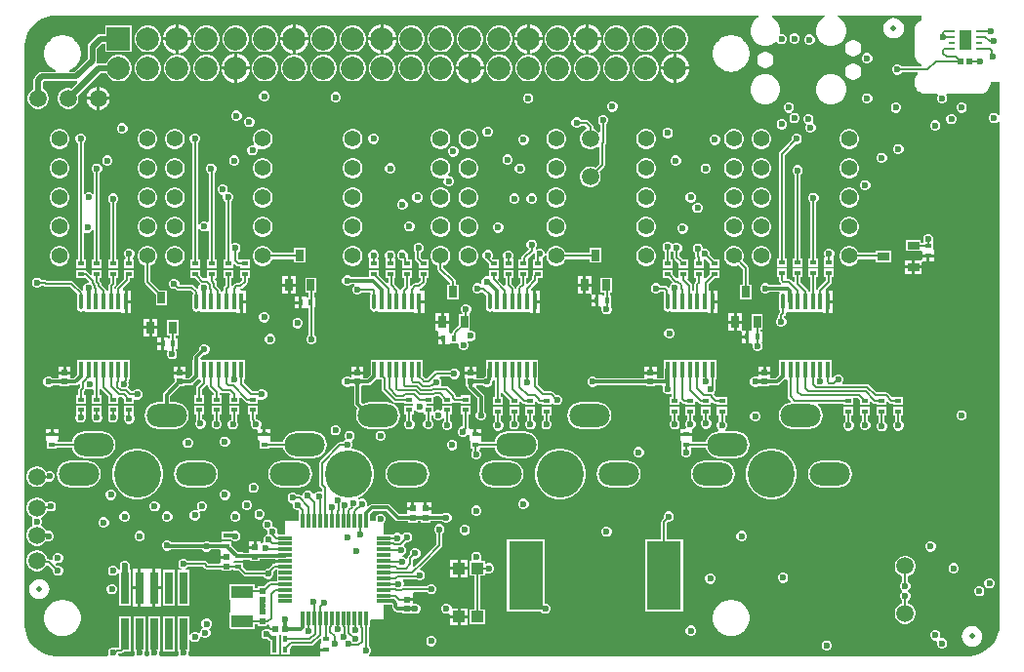
<source format=gbl>
G04*
G04 #@! TF.GenerationSoftware,Altium Limited,Altium Designer,23.9.2 (47)*
G04*
G04 Layer_Physical_Order=4*
G04 Layer_Color=16711680*
%FSLAX44Y44*%
%MOMM*%
G71*
G04*
G04 #@! TF.SameCoordinates,77EFA038-BFC7-4AA8-AC78-54DD78BCB62B*
G04*
G04*
G04 #@! TF.FilePolarity,Positive*
G04*
G01*
G75*
%ADD10C,0.5000*%
%ADD13O,3.5000X2.0000*%
%ADD19C,0.3000*%
%ADD20C,0.2000*%
%ADD21C,0.5000*%
%ADD22C,4.0894*%
%ADD23R,2.0000X2.0000*%
%ADD24C,2.0000*%
%ADD25C,1.4000*%
%ADD26C,0.6000*%
%ADD28C,1.5000*%
%ADD29R,0.4500X0.5500*%
%ADD30R,0.7000X1.0000*%
%ADD31R,0.5500X0.4500*%
%ADD32R,1.0000X0.7000*%
%ADD33R,0.5500X0.2500*%
%ADD34R,1.0000X1.7000*%
%ADD35R,0.5200X0.5200*%
%ADD36R,0.5200X0.5200*%
%ADD37R,0.3500X1.2000*%
%ADD38R,1.2000X0.3500*%
%ADD39R,0.6500X2.7700*%
%ADD40R,1.9000X1.1000*%
%ADD41R,1.0000X1.0000*%
%ADD42R,0.3500X1.4500*%
%ADD43O,0.3500X1.4500*%
%ADD44R,3.0000X6.0000*%
G36*
X638942Y557961D02*
X639282Y556691D01*
X636618Y555153D01*
X634197Y552732D01*
X632486Y549768D01*
X631600Y546461D01*
Y543038D01*
X632486Y539732D01*
X634197Y536768D01*
X636618Y534347D01*
X639582Y532636D01*
X642888Y531750D01*
X646311D01*
X649618Y532636D01*
X652582Y534347D01*
X653698Y535463D01*
X654943Y535215D01*
X655051Y534956D01*
X656317Y533690D01*
X657971Y533005D01*
X659761D01*
X661415Y533690D01*
X662681Y534956D01*
X663366Y536610D01*
Y538400D01*
X662681Y540054D01*
X661415Y541320D01*
X659761Y542005D01*
X658638D01*
X657664Y542975D01*
X657600Y543178D01*
Y546461D01*
X656714Y549768D01*
X655003Y552732D01*
X652582Y555153D01*
X649918Y556691D01*
X650258Y557961D01*
X696092D01*
X696432Y556691D01*
X693768Y555153D01*
X691347Y552732D01*
X689636Y549768D01*
X688750Y546461D01*
Y543038D01*
X689636Y539732D01*
X691347Y536768D01*
X693768Y534347D01*
X696732Y532636D01*
X700039Y531750D01*
X703462D01*
X706768Y532636D01*
X709732Y534347D01*
X712153Y536768D01*
X713864Y539732D01*
X714750Y543038D01*
Y546461D01*
X713864Y549768D01*
X712153Y552732D01*
X709732Y555153D01*
X707068Y556691D01*
X707408Y557961D01*
X780000D01*
Y554261D01*
X779891Y554224D01*
X778066Y553171D01*
X777865Y552995D01*
X777644Y552846D01*
X776153Y551356D01*
X776005Y551134D01*
X775829Y550934D01*
X774776Y549109D01*
X774690Y548856D01*
X774572Y548617D01*
X774026Y546581D01*
X774009Y546315D01*
X773957Y546054D01*
Y523946D01*
X774009Y523685D01*
X774026Y523419D01*
X774572Y521383D01*
X774690Y521144D01*
X774776Y520891D01*
X775829Y519066D01*
X776005Y518865D01*
X776153Y518644D01*
X777644Y517153D01*
X777865Y517005D01*
X778066Y516829D01*
X779891Y515776D01*
X780000Y515739D01*
Y513553D01*
X762811D01*
X761549Y514815D01*
X759895Y515500D01*
X758105D01*
X756451Y514815D01*
X755185Y513549D01*
X754500Y511895D01*
Y510105D01*
X755185Y508451D01*
X756451Y507185D01*
X758105Y506500D01*
X759895D01*
X761549Y507185D01*
X762815Y508451D01*
X762816Y508455D01*
X776456D01*
X776982Y507185D01*
X776153Y506356D01*
X776005Y506134D01*
X775829Y505934D01*
X774776Y504109D01*
X774690Y503856D01*
X774572Y503617D01*
X774026Y501581D01*
X774009Y501315D01*
X773957Y501054D01*
Y498946D01*
X774009Y498685D01*
X774026Y498419D01*
X774572Y496383D01*
X774690Y496144D01*
X774776Y495891D01*
X775829Y494066D01*
X776005Y493865D01*
X776153Y493644D01*
X777644Y492153D01*
X777865Y492005D01*
X778066Y491829D01*
X779891Y490776D01*
X780144Y490690D01*
X780383Y490572D01*
X782419Y490027D01*
X782685Y490009D01*
X782946Y489957D01*
X793797D01*
X794323Y488687D01*
X794185Y488549D01*
X793500Y486895D01*
Y485105D01*
X794185Y483451D01*
X795451Y482185D01*
X797105Y481500D01*
X798895D01*
X800549Y482185D01*
X801815Y483451D01*
X802500Y485105D01*
Y486895D01*
X801815Y488549D01*
X801677Y488687D01*
X802203Y489957D01*
X830788D01*
X830985Y489996D01*
X831186D01*
X832732Y490304D01*
X832918Y490381D01*
X833115Y490420D01*
X834572Y491023D01*
X834739Y491135D01*
X834924Y491212D01*
X836235Y492088D01*
X836377Y492230D01*
X836544Y492341D01*
X837659Y493456D01*
X837770Y493623D01*
X837912Y493765D01*
X838788Y495076D01*
X838865Y495261D01*
X838977Y495428D01*
X839580Y496885D01*
X839619Y497082D01*
X839696Y497267D01*
X840004Y498814D01*
Y499015D01*
X840043Y499212D01*
Y500000D01*
X847961D01*
Y472062D01*
X847270Y471753D01*
X846691Y471673D01*
X845549Y472815D01*
X843895Y473500D01*
X842105D01*
X840451Y472815D01*
X839185Y471549D01*
X838500Y469895D01*
Y468105D01*
X839185Y466451D01*
X840451Y465185D01*
X842105Y464500D01*
X843895D01*
X845549Y465185D01*
X846691Y466327D01*
X847270Y466247D01*
X847961Y465938D01*
X847961Y30000D01*
X847961Y28167D01*
X847483Y24533D01*
X846534Y20993D01*
X845131Y17607D01*
X843298Y14432D01*
X841067Y11525D01*
X838475Y8933D01*
X835567Y6701D01*
X832393Y4869D01*
X829007Y3466D01*
X825467Y2517D01*
X821833Y2039D01*
X820000D01*
X301062Y2039D01*
X300752Y2731D01*
X300673Y3309D01*
X301815Y4451D01*
X302500Y6105D01*
Y7895D01*
X301815Y9549D01*
X300799Y10565D01*
Y27000D01*
X301750D01*
Y33334D01*
X302650Y34230D01*
X313500Y34180D01*
Y46250D01*
X320941D01*
Y44757D01*
X320941Y44757D01*
X321174Y43587D01*
X321837Y42594D01*
X323595Y40837D01*
X323595Y40837D01*
X324587Y40174D01*
X325757Y39941D01*
X325757Y39941D01*
X329900D01*
Y38900D01*
X338100D01*
X338100Y38900D01*
Y38900D01*
X339336Y38818D01*
X340105Y38500D01*
X341895D01*
X343549Y39185D01*
X344815Y40451D01*
X345500Y42105D01*
Y43895D01*
X344815Y45549D01*
X343549Y46815D01*
X341895Y47500D01*
X340105D01*
X339140Y48145D01*
Y49730D01*
X334000D01*
Y52270D01*
X339140D01*
Y56140D01*
X339645Y57201D01*
X351435D01*
X352451Y56185D01*
X354105Y55500D01*
X355895D01*
X357549Y56185D01*
X358815Y57451D01*
X359500Y59105D01*
Y60895D01*
X358815Y62549D01*
X357549Y63815D01*
X355895Y64500D01*
X354105D01*
X352451Y63815D01*
X351185Y62549D01*
X351082Y62299D01*
X331602D01*
X330896Y63355D01*
X331000Y63605D01*
Y65395D01*
X330315Y67049D01*
X330183Y67181D01*
X330709Y68451D01*
X342185D01*
X342451Y68185D01*
X344105Y67500D01*
X345895D01*
X347549Y68185D01*
X348815Y69451D01*
X349500Y71105D01*
Y72895D01*
X348815Y74549D01*
X347549Y75815D01*
X345895Y76500D01*
X345851D01*
X345325Y77770D01*
X349802Y82248D01*
X349802Y82248D01*
X363802Y96248D01*
X364355Y97075D01*
X364549Y98050D01*
Y108185D01*
X364549Y108185D01*
X365815Y109451D01*
X366500Y111105D01*
Y112895D01*
X365815Y114549D01*
X364549Y115815D01*
X362895Y116500D01*
X361105D01*
X359451Y115815D01*
X358185Y114549D01*
X357500Y112895D01*
Y111105D01*
X358185Y109451D01*
X359451Y108185D01*
X359451Y108185D01*
Y99106D01*
X346198Y85853D01*
X346198Y85853D01*
X339735Y79390D01*
X338748Y80199D01*
X339188Y80858D01*
X339382Y81833D01*
Y85563D01*
X340105Y86500D01*
X341895D01*
X343549Y87185D01*
X344815Y88451D01*
X345500Y90105D01*
Y91895D01*
X344815Y93549D01*
X343549Y94815D01*
X341895Y95500D01*
X340105D01*
X338451Y94815D01*
X337185Y93549D01*
X336500Y91895D01*
Y90105D01*
X336500Y90105D01*
X335031Y88636D01*
X334478Y87809D01*
X334284Y86833D01*
Y86775D01*
X333014Y86350D01*
X332049Y87315D01*
X330395Y88000D01*
X330326D01*
X330073Y89270D01*
X331156Y89719D01*
X332422Y90985D01*
X333107Y92639D01*
Y94429D01*
X332422Y96083D01*
X331286Y97219D01*
X331204Y98599D01*
X333105Y100500D01*
X333105Y100500D01*
X334895D01*
X336549Y101185D01*
X337815Y102451D01*
X338500Y104105D01*
Y105895D01*
X337815Y107549D01*
X336549Y108815D01*
X334895Y109500D01*
X333105D01*
X331451Y108815D01*
X330330Y107694D01*
X330102Y107549D01*
X328812Y107552D01*
X328049Y108315D01*
X326395Y109000D01*
X324605D01*
X322951Y108315D01*
X322270Y107634D01*
X321000Y107750D01*
X321000Y107750D01*
X313500D01*
Y117165D01*
X313549Y117185D01*
X314815Y118451D01*
X315500Y120105D01*
Y121895D01*
X314815Y123549D01*
X313549Y124815D01*
X311895Y125500D01*
X310105D01*
X308451Y124815D01*
X307185Y123549D01*
X306500Y121895D01*
Y120105D01*
X306096Y119500D01*
X302014D01*
X301809Y119750D01*
Y124850D01*
X304900Y127941D01*
X315733D01*
X323837Y119837D01*
X323837Y119837D01*
X324829Y119174D01*
X326000Y118941D01*
X334900D01*
Y117900D01*
X343100D01*
Y118941D01*
X345900D01*
Y117900D01*
X354100D01*
Y118941D01*
X364695D01*
X365451Y118185D01*
X367105Y117500D01*
X368895D01*
X370549Y118185D01*
X371815Y119451D01*
X372500Y121105D01*
Y122895D01*
X371815Y124549D01*
X370549Y125815D01*
X368895Y126500D01*
X367105D01*
X365451Y125815D01*
X364695Y125059D01*
X355140D01*
Y128730D01*
X350000D01*
Y130000D01*
X348730D01*
Y135140D01*
X344860D01*
Y135140D01*
X344140D01*
Y135140D01*
X340270D01*
Y130000D01*
X339000D01*
Y128730D01*
X333860D01*
Y125059D01*
X327267D01*
X319163Y133163D01*
X318171Y133826D01*
X317000Y134059D01*
X317000Y134059D01*
X303633D01*
X303633Y134059D01*
X302463Y133826D01*
X301470Y133163D01*
X301470Y133163D01*
X300116Y131808D01*
X299039Y132528D01*
X299282Y133115D01*
Y134905D01*
X298597Y136559D01*
X297331Y137825D01*
X295677Y138510D01*
X293887D01*
X292233Y137825D01*
X291231Y138230D01*
X291579Y139660D01*
X293729Y140551D01*
X297324Y142953D01*
X300381Y146010D01*
X302782Y149604D01*
X304437Y153598D01*
X305280Y157838D01*
Y162162D01*
X304437Y166402D01*
X302782Y170396D01*
X300381Y173990D01*
X297324Y177047D01*
X293729Y179449D01*
X289735Y181104D01*
X286771Y181693D01*
X286707Y181744D01*
X286093Y183123D01*
X286500Y184105D01*
Y185895D01*
X285815Y187549D01*
X286143Y189017D01*
X286549Y189185D01*
X287815Y190451D01*
X288500Y192105D01*
Y193895D01*
X287815Y195549D01*
X286549Y196815D01*
X284895Y197500D01*
X283105D01*
X281451Y196815D01*
X280185Y195549D01*
X279500Y193895D01*
Y192105D01*
X280185Y190451D01*
X279857Y188983D01*
X279451Y188815D01*
X278185Y187549D01*
X278185Y187549D01*
X275881D01*
X274906Y187355D01*
X274079Y186802D01*
X258584Y171307D01*
X258031Y170480D01*
X257837Y169505D01*
Y150495D01*
X258031Y149520D01*
X258584Y148693D01*
X260576Y146701D01*
Y145266D01*
X259306Y144500D01*
X258295Y144919D01*
X256505D01*
X254851Y144234D01*
X253585Y142968D01*
X253508Y142781D01*
X252133D01*
X251815Y143549D01*
X250549Y144815D01*
X248895Y145500D01*
X247105D01*
X245451Y144815D01*
X244185Y143549D01*
X243500Y141895D01*
X243228Y141647D01*
X242230Y141264D01*
X241737Y141594D01*
X240761Y141788D01*
X238578D01*
X238576Y141792D01*
X237310Y143057D01*
X235656Y143743D01*
X233866D01*
X232212Y143057D01*
X230946Y141792D01*
X230261Y140138D01*
Y138348D01*
X230946Y136694D01*
X232212Y135428D01*
X233533Y134881D01*
X234500Y133895D01*
Y132105D01*
X235185Y130451D01*
X236451Y129185D01*
X238105Y128500D01*
X239895D01*
X240227Y127327D01*
X240250Y127000D01*
X240250D01*
Y119500D01*
X228500D01*
Y107750D01*
X222368D01*
X221663Y108806D01*
X221697Y108889D01*
Y110680D01*
X221012Y112333D01*
X219746Y113599D01*
X218092Y114284D01*
X218048D01*
X217500Y115105D01*
Y116895D01*
X216815Y118549D01*
X215549Y119815D01*
X213895Y120500D01*
X212105D01*
X210451Y119815D01*
X209185Y118549D01*
X208500Y116895D01*
Y115105D01*
X209185Y113451D01*
X210451Y112185D01*
X212105Y111500D01*
X212149D01*
X212697Y110680D01*
Y108889D01*
X212787Y108673D01*
X212075Y107073D01*
X211451Y106815D01*
X210185Y105549D01*
X209500Y103895D01*
Y102105D01*
X209679Y101673D01*
X208983Y100035D01*
X208451Y99815D01*
X208351Y99715D01*
X207081Y100241D01*
Y101543D01*
X203211D01*
Y96403D01*
X201941D01*
Y95133D01*
X196801D01*
Y91510D01*
X191681D01*
Y92250D01*
X187507D01*
X181387Y98370D01*
Y101389D01*
X172887D01*
Y100698D01*
X162666D01*
X162549Y100815D01*
X160895Y101500D01*
X159105D01*
X157451Y100815D01*
X157334Y100698D01*
X129666D01*
X128549Y101815D01*
X126895Y102500D01*
X125105D01*
X123451Y101815D01*
X122185Y100549D01*
X121500Y98895D01*
Y97105D01*
X122185Y95451D01*
X123451Y94185D01*
X125105Y93500D01*
X126895D01*
X128549Y94185D01*
X128944Y94580D01*
X156132D01*
X156185Y94451D01*
X157451Y93185D01*
X159105Y92500D01*
X160895D01*
X162549Y93185D01*
X163815Y94451D01*
X163868Y94580D01*
X171784D01*
X171957Y94164D01*
X171997Y92990D01*
X171997Y92990D01*
X171997Y92990D01*
Y89120D01*
X177137D01*
Y86580D01*
X171997D01*
Y82710D01*
X170856Y82399D01*
X161623D01*
X160220Y83802D01*
X159393Y84355D01*
X158417Y84549D01*
X143815D01*
X143815Y84549D01*
X142549Y85815D01*
X140895Y86500D01*
X139105D01*
X137451Y85815D01*
X136185Y84549D01*
X135500Y82895D01*
Y81105D01*
X136185Y79451D01*
X137451Y78185D01*
X138091Y77920D01*
X137838Y76650D01*
X135250D01*
Y45950D01*
X144750D01*
Y76650D01*
X142162D01*
X141909Y77920D01*
X142549Y78185D01*
X143815Y79451D01*
X143815Y79451D01*
X157361D01*
X158765Y78048D01*
X159592Y77495D01*
X160567Y77301D01*
X173037D01*
Y75750D01*
X181237D01*
Y77126D01*
X183181D01*
Y75750D01*
X188076D01*
X191629Y72198D01*
X192456Y71645D01*
X193431Y71451D01*
X209362D01*
X209596Y70885D01*
X210862Y69620D01*
X212516Y68934D01*
X214306D01*
X215960Y69620D01*
X217226Y70885D01*
X217911Y72539D01*
Y74330D01*
X217625Y75020D01*
X219556Y76951D01*
X221000D01*
Y67049D01*
X215372D01*
X214397Y66855D01*
X213570Y66302D01*
X209841Y62574D01*
X209767Y62559D01*
X204314D01*
Y61008D01*
X202000D01*
Y64500D01*
X180000D01*
Y50500D01*
X180500D01*
Y39500D01*
X180000D01*
Y25500D01*
X202000D01*
Y29660D01*
X204199D01*
Y28108D01*
X212399D01*
Y28887D01*
X213569Y29352D01*
X214568Y28630D01*
Y26182D01*
X213298Y25333D01*
X212895Y25500D01*
X211105D01*
X209451Y24815D01*
X208185Y23549D01*
X207500Y21895D01*
Y20105D01*
X208185Y18451D01*
X209451Y17185D01*
X211105Y16500D01*
X212895D01*
X212959Y16527D01*
X213715Y15771D01*
X213715Y15771D01*
X214707Y15108D01*
X215458Y14959D01*
Y12434D01*
X215458D01*
Y11934D01*
X215458D01*
Y3434D01*
X222958D01*
Y11934D01*
X222958D01*
Y12434D01*
X222958D01*
Y20544D01*
X224458D01*
Y12434D01*
X224458Y12434D01*
Y11934D01*
X224458D01*
X224458Y11164D01*
Y3434D01*
X231958D01*
Y8329D01*
X233189Y9560D01*
X233296Y9632D01*
X234300Y10635D01*
X251134D01*
X252110Y10829D01*
X252936Y11382D01*
X258577Y17022D01*
X259750Y16536D01*
Y12750D01*
X258710Y12290D01*
Y8770D01*
X264000D01*
Y6230D01*
X258710D01*
Y3309D01*
X258710Y2710D01*
X257718Y2039D01*
X145019Y2039D01*
X144170Y3309D01*
X144500Y4104D01*
Y5650D01*
X144750D01*
Y16097D01*
X146020Y16350D01*
X146185Y15951D01*
X147451Y14685D01*
X149105Y14000D01*
X150895D01*
X152549Y14685D01*
X153815Y15951D01*
X154500Y17605D01*
Y18340D01*
X155770Y18866D01*
X156451Y18185D01*
X158105Y17500D01*
X159895D01*
X161549Y18185D01*
X162815Y19451D01*
X163500Y21105D01*
Y22895D01*
X162815Y24549D01*
X162322Y25042D01*
X162549Y26185D01*
X163815Y27451D01*
X164500Y29105D01*
Y30895D01*
X163815Y32549D01*
X162549Y33815D01*
X160895Y34500D01*
X159105D01*
X157451Y33815D01*
X156185Y32549D01*
X155500Y30895D01*
Y29105D01*
X156185Y27451D01*
X156678Y26958D01*
X156451Y25815D01*
X155185Y24549D01*
X154500Y22895D01*
Y22160D01*
X153230Y21634D01*
X152549Y22315D01*
X150895Y23000D01*
X149105D01*
X147451Y22315D01*
X146185Y21049D01*
X146020Y20650D01*
X144750Y20903D01*
Y36350D01*
X135250D01*
Y5650D01*
X135500D01*
Y4104D01*
X135830Y3309D01*
X134981Y2039D01*
X119619D01*
X118770Y3309D01*
X119100Y4104D01*
Y5650D01*
X119350D01*
Y36350D01*
X109850D01*
Y5650D01*
X110100D01*
Y4104D01*
X110430Y3309D01*
X109581Y2039D01*
X106919D01*
X106070Y3309D01*
X106400Y4104D01*
Y5650D01*
X106650D01*
Y36350D01*
X97150D01*
Y5650D01*
X97400D01*
Y4104D01*
X97730Y3309D01*
X96881Y2039D01*
X84019D01*
X83170Y3309D01*
X83500Y4105D01*
Y4451D01*
X85800D01*
X86776Y4645D01*
X87602Y5198D01*
X88055Y5650D01*
X93950D01*
Y36350D01*
X84450D01*
Y9549D01*
X82082D01*
X81107Y9355D01*
X80777Y9135D01*
X79895Y9500D01*
X78105D01*
X76451Y8815D01*
X75185Y7549D01*
X74500Y5895D01*
Y4105D01*
X74830Y3309D01*
X73981Y2039D01*
X30000Y2039D01*
X28168D01*
X24534Y2517D01*
X20993Y3466D01*
X17607Y4868D01*
X14432Y6701D01*
X11525Y8932D01*
X8933Y11524D01*
X6701Y14432D01*
X4869Y17606D01*
X3466Y20993D01*
X2517Y24533D01*
X2039Y28167D01*
X2039Y30000D01*
X2039Y530000D01*
X2039Y531832D01*
X2517Y535466D01*
X3466Y539007D01*
X4868Y542393D01*
X6701Y545567D01*
X8932Y548475D01*
X11524Y551067D01*
X14432Y553298D01*
X17606Y555131D01*
X20993Y556534D01*
X24533Y557482D01*
X28167Y557961D01*
X30000Y557961D01*
X638942Y557961D01*
D02*
G37*
G36*
X219960Y85770D02*
X228500D01*
Y83230D01*
X219960D01*
Y82049D01*
X218500D01*
X217525Y81855D01*
X216698Y81302D01*
X213330Y77934D01*
X212516D01*
X210862Y77249D01*
X210162Y76549D01*
X194487D01*
X191681Y79355D01*
Y83250D01*
X183873D01*
X183428Y84124D01*
X184070Y84750D01*
X191681D01*
Y85393D01*
X197841D01*
Y84303D01*
X206041D01*
Y86191D01*
X219960D01*
Y85770D01*
D02*
G37*
%LPC*%
G36*
X95200Y549200D02*
X72200D01*
Y541778D01*
X67700D01*
X67700Y541778D01*
X66139Y541468D01*
X64816Y540584D01*
X64816Y540584D01*
X58116Y533884D01*
X57232Y532561D01*
X56922Y531000D01*
X56922Y531000D01*
Y520689D01*
X45311Y509078D01*
X41140D01*
X40887Y510348D01*
X42293Y510931D01*
X42460Y511043D01*
X42646Y511119D01*
X44898Y512624D01*
X45040Y512766D01*
X45207Y512878D01*
X47122Y514793D01*
X47234Y514960D01*
X47376Y515102D01*
X48881Y517354D01*
X48958Y517540D01*
X49069Y517706D01*
X50106Y520209D01*
X50145Y520406D01*
X50222Y520591D01*
X50750Y523248D01*
Y523449D01*
X50789Y523646D01*
Y526354D01*
X50750Y526551D01*
Y526752D01*
X50222Y529408D01*
X50145Y529594D01*
X50106Y529791D01*
X49069Y532293D01*
X48958Y532460D01*
X48881Y532646D01*
X47376Y534898D01*
X47234Y535040D01*
X47122Y535207D01*
X45207Y537122D01*
X45040Y537234D01*
X44898Y537376D01*
X42646Y538881D01*
X42460Y538957D01*
X42293Y539069D01*
X39791Y540106D01*
X39594Y540145D01*
X39409Y540222D01*
X36752Y540750D01*
X36551D01*
X36354Y540789D01*
X33646D01*
X33449Y540750D01*
X33248D01*
X30591Y540222D01*
X30406Y540145D01*
X30209Y540106D01*
X27706Y539069D01*
X27540Y538957D01*
X27354Y538881D01*
X25102Y537376D01*
X24960Y537234D01*
X24793Y537122D01*
X22878Y535207D01*
X22766Y535040D01*
X22624Y534898D01*
X21119Y532646D01*
X21042Y532460D01*
X20931Y532293D01*
X19894Y529791D01*
X19855Y529594D01*
X19778Y529408D01*
X19250Y526752D01*
Y526551D01*
X19211Y526354D01*
Y523646D01*
X19250Y523449D01*
Y523248D01*
X19778Y520591D01*
X19855Y520406D01*
X19894Y520209D01*
X20931Y517706D01*
X21042Y517539D01*
X21119Y517354D01*
X22624Y515102D01*
X22766Y514960D01*
X22878Y514793D01*
X24793Y512878D01*
X24960Y512766D01*
X25102Y512624D01*
X27354Y511119D01*
X27540Y511043D01*
X27706Y510931D01*
X29113Y510348D01*
X28860Y509078D01*
X17000D01*
X17000Y509078D01*
X15439Y508768D01*
X14116Y507884D01*
X14116Y507884D01*
X11116Y504884D01*
X10232Y503561D01*
X9922Y502000D01*
X9922Y502000D01*
Y494038D01*
X8474Y493202D01*
X6798Y491526D01*
X5613Y489474D01*
X5000Y487185D01*
Y484815D01*
X5613Y482526D01*
X6798Y480474D01*
X8474Y478798D01*
X10526Y477613D01*
X12815Y477000D01*
X15185D01*
X17474Y477613D01*
X19526Y478798D01*
X21202Y480474D01*
X22387Y482526D01*
X23000Y484815D01*
Y487185D01*
X22387Y489474D01*
X21202Y491526D01*
X19526Y493202D01*
X18078Y494038D01*
Y500311D01*
X18689Y500922D01*
X47000D01*
X47000Y500922D01*
X47447Y501011D01*
X48072Y499840D01*
X42800Y494567D01*
X41185Y495000D01*
X38815D01*
X36526Y494387D01*
X34474Y493202D01*
X32798Y491526D01*
X31613Y489474D01*
X31000Y487185D01*
Y484815D01*
X31613Y482526D01*
X32798Y480474D01*
X34474Y478798D01*
X36526Y477613D01*
X38815Y477000D01*
X41185D01*
X43474Y477613D01*
X45526Y478798D01*
X47202Y480474D01*
X48387Y482526D01*
X49000Y484815D01*
Y487185D01*
X48567Y488800D01*
X67889Y508122D01*
X72914D01*
X72984Y507861D01*
X74498Y505239D01*
X76639Y503098D01*
X79261Y501584D01*
X82186Y500800D01*
X85214D01*
X88139Y501584D01*
X90761Y503098D01*
X92902Y505239D01*
X94416Y507861D01*
X95200Y510786D01*
Y513814D01*
X94416Y516739D01*
X92902Y519361D01*
X90761Y521502D01*
X88139Y523016D01*
X85214Y523800D01*
X82186D01*
X79261Y523016D01*
X76639Y521502D01*
X74498Y519361D01*
X72984Y516739D01*
X72860Y516278D01*
X66200D01*
X66200Y516278D01*
X65415Y516122D01*
X64652Y517265D01*
X64768Y517439D01*
X65078Y519000D01*
X65078Y519000D01*
Y529311D01*
X69389Y533622D01*
X72200D01*
Y526200D01*
X95200D01*
Y549200D01*
D02*
G37*
G36*
X491751Y550240D02*
X491370D01*
Y538970D01*
X502640D01*
Y539351D01*
X501785Y542540D01*
X500135Y545400D01*
X497800Y547734D01*
X494940Y549385D01*
X491751Y550240D01*
D02*
G37*
G36*
X488830D02*
X488449D01*
X485260Y549385D01*
X482400Y547734D01*
X480065Y545400D01*
X478415Y542540D01*
X477560Y539351D01*
Y538970D01*
X488830D01*
Y550240D01*
D02*
G37*
G36*
X440951D02*
X440570D01*
Y538970D01*
X451840D01*
Y539351D01*
X450985Y542540D01*
X449334Y545400D01*
X447000Y547734D01*
X444140Y549385D01*
X440951Y550240D01*
D02*
G37*
G36*
X438030D02*
X437649D01*
X434460Y549385D01*
X431600Y547734D01*
X429266Y545400D01*
X427615Y542540D01*
X426760Y539351D01*
Y538970D01*
X438030D01*
Y550240D01*
D02*
G37*
G36*
X313951D02*
X313570D01*
Y538970D01*
X324840D01*
Y539351D01*
X323985Y542540D01*
X322335Y545400D01*
X320000Y547734D01*
X317140Y549385D01*
X313951Y550240D01*
D02*
G37*
G36*
X311030D02*
X310649D01*
X307460Y549385D01*
X304600Y547734D01*
X302265Y545400D01*
X300615Y542540D01*
X299760Y539351D01*
Y538970D01*
X311030D01*
Y550240D01*
D02*
G37*
G36*
X237751D02*
X237370D01*
Y538970D01*
X248640D01*
Y539351D01*
X247785Y542540D01*
X246134Y545400D01*
X243800Y547734D01*
X240940Y549385D01*
X237751Y550240D01*
D02*
G37*
G36*
X234830D02*
X234449D01*
X231260Y549385D01*
X228400Y547734D01*
X226066Y545400D01*
X224415Y542540D01*
X223560Y539351D01*
Y538970D01*
X234830D01*
Y550240D01*
D02*
G37*
G36*
X136151D02*
X135770D01*
Y538970D01*
X147040D01*
Y539351D01*
X146185Y542540D01*
X144535Y545400D01*
X142200Y547734D01*
X139340Y549385D01*
X136151Y550240D01*
D02*
G37*
G36*
X133230D02*
X132849D01*
X129660Y549385D01*
X126800Y547734D01*
X124466Y545400D01*
X122815Y542540D01*
X121960Y539351D01*
Y538970D01*
X133230D01*
Y550240D01*
D02*
G37*
G36*
X756000Y555826D02*
X753716Y555525D01*
X751587Y554643D01*
X749760Y553241D01*
X748357Y551413D01*
X747475Y549284D01*
X747175Y547000D01*
X747475Y544716D01*
X748357Y542587D01*
X749760Y540759D01*
X751587Y539357D01*
X753716Y538475D01*
X756000Y538175D01*
X758284Y538475D01*
X760413Y539357D01*
X762241Y540759D01*
X763643Y542587D01*
X764525Y544716D01*
X764826Y547000D01*
X764525Y549284D01*
X763643Y551413D01*
X762241Y553241D01*
X760413Y554643D01*
X758284Y555525D01*
X756000Y555826D01*
D02*
G37*
G36*
X670895Y542500D02*
X669105D01*
X667451Y541815D01*
X666185Y540549D01*
X665500Y538895D01*
Y537105D01*
X666185Y535451D01*
X667451Y534185D01*
X669105Y533500D01*
X670895D01*
X672549Y534185D01*
X673815Y535451D01*
X674500Y537105D01*
Y538895D01*
X673815Y540549D01*
X672549Y541815D01*
X670895Y542500D01*
D02*
G37*
G36*
X683895Y541500D02*
X682105D01*
X680451Y540815D01*
X679185Y539549D01*
X678500Y537895D01*
Y536105D01*
X679185Y534451D01*
X680451Y533185D01*
X682105Y532500D01*
X683895D01*
X685549Y533185D01*
X686815Y534451D01*
X687500Y536105D01*
Y537895D01*
X686815Y539549D01*
X685549Y540815D01*
X683895Y541500D01*
D02*
G37*
G36*
X567814Y549200D02*
X564786D01*
X561861Y548416D01*
X559239Y546902D01*
X557098Y544761D01*
X555584Y542139D01*
X554800Y539214D01*
Y536186D01*
X555584Y533261D01*
X557098Y530639D01*
X559239Y528498D01*
X561861Y526984D01*
X564786Y526200D01*
X567814D01*
X570739Y526984D01*
X573361Y528498D01*
X575502Y530639D01*
X577016Y533261D01*
X577800Y536186D01*
Y539214D01*
X577016Y542139D01*
X575502Y544761D01*
X573361Y546902D01*
X570739Y548416D01*
X567814Y549200D01*
D02*
G37*
G36*
X542414D02*
X539386D01*
X536461Y548416D01*
X533839Y546902D01*
X531698Y544761D01*
X530184Y542139D01*
X529400Y539214D01*
Y536186D01*
X530184Y533261D01*
X531698Y530639D01*
X533839Y528498D01*
X536461Y526984D01*
X539386Y526200D01*
X542414D01*
X545339Y526984D01*
X547961Y528498D01*
X550102Y530639D01*
X551616Y533261D01*
X552400Y536186D01*
Y539214D01*
X551616Y542139D01*
X550102Y544761D01*
X547961Y546902D01*
X545339Y548416D01*
X542414Y549200D01*
D02*
G37*
G36*
X517014D02*
X513986D01*
X511061Y548416D01*
X508439Y546902D01*
X506298Y544761D01*
X504784Y542139D01*
X504000Y539214D01*
Y536186D01*
X504784Y533261D01*
X506298Y530639D01*
X508439Y528498D01*
X511061Y526984D01*
X513986Y526200D01*
X517014D01*
X519939Y526984D01*
X522561Y528498D01*
X524702Y530639D01*
X526216Y533261D01*
X527000Y536186D01*
Y539214D01*
X526216Y542139D01*
X524702Y544761D01*
X522561Y546902D01*
X519939Y548416D01*
X517014Y549200D01*
D02*
G37*
G36*
X466214D02*
X463186D01*
X460261Y548416D01*
X457639Y546902D01*
X455498Y544761D01*
X453984Y542139D01*
X453200Y539214D01*
Y536186D01*
X453984Y533261D01*
X455498Y530639D01*
X457639Y528498D01*
X460261Y526984D01*
X463186Y526200D01*
X466214D01*
X469139Y526984D01*
X471761Y528498D01*
X473902Y530639D01*
X475416Y533261D01*
X476200Y536186D01*
Y539214D01*
X475416Y542139D01*
X473902Y544761D01*
X471761Y546902D01*
X469139Y548416D01*
X466214Y549200D01*
D02*
G37*
G36*
X415414D02*
X412386D01*
X409461Y548416D01*
X406839Y546902D01*
X404698Y544761D01*
X403184Y542139D01*
X402400Y539214D01*
Y536186D01*
X403184Y533261D01*
X404698Y530639D01*
X406839Y528498D01*
X409461Y526984D01*
X412386Y526200D01*
X415414D01*
X418339Y526984D01*
X420961Y528498D01*
X423102Y530639D01*
X424616Y533261D01*
X425400Y536186D01*
Y539214D01*
X424616Y542139D01*
X423102Y544761D01*
X420961Y546902D01*
X418339Y548416D01*
X415414Y549200D01*
D02*
G37*
G36*
X390014D02*
X386986D01*
X384061Y548416D01*
X381439Y546902D01*
X379298Y544761D01*
X377784Y542139D01*
X377000Y539214D01*
Y536186D01*
X377784Y533261D01*
X379298Y530639D01*
X381439Y528498D01*
X384061Y526984D01*
X386986Y526200D01*
X390014D01*
X392939Y526984D01*
X395561Y528498D01*
X397702Y530639D01*
X399216Y533261D01*
X400000Y536186D01*
Y539214D01*
X399216Y542139D01*
X397702Y544761D01*
X395561Y546902D01*
X392939Y548416D01*
X390014Y549200D01*
D02*
G37*
G36*
X364614D02*
X361586D01*
X358661Y548416D01*
X356039Y546902D01*
X353898Y544761D01*
X352384Y542139D01*
X351600Y539214D01*
Y536186D01*
X352384Y533261D01*
X353898Y530639D01*
X356039Y528498D01*
X358661Y526984D01*
X361586Y526200D01*
X364614D01*
X367539Y526984D01*
X370161Y528498D01*
X372302Y530639D01*
X373816Y533261D01*
X374600Y536186D01*
Y539214D01*
X373816Y542139D01*
X372302Y544761D01*
X370161Y546902D01*
X367539Y548416D01*
X364614Y549200D01*
D02*
G37*
G36*
X339214D02*
X336186D01*
X333261Y548416D01*
X330639Y546902D01*
X328498Y544761D01*
X326984Y542139D01*
X326200Y539214D01*
Y536186D01*
X326984Y533261D01*
X328498Y530639D01*
X330639Y528498D01*
X333261Y526984D01*
X336186Y526200D01*
X339214D01*
X342139Y526984D01*
X344761Y528498D01*
X346902Y530639D01*
X348416Y533261D01*
X349200Y536186D01*
Y539214D01*
X348416Y542139D01*
X346902Y544761D01*
X344761Y546902D01*
X342139Y548416D01*
X339214Y549200D01*
D02*
G37*
G36*
X288414D02*
X285386D01*
X282461Y548416D01*
X279839Y546902D01*
X277698Y544761D01*
X276184Y542139D01*
X275400Y539214D01*
Y536186D01*
X276184Y533261D01*
X277698Y530639D01*
X279839Y528498D01*
X282461Y526984D01*
X285386Y526200D01*
X288414D01*
X291339Y526984D01*
X293961Y528498D01*
X296102Y530639D01*
X297616Y533261D01*
X298400Y536186D01*
Y539214D01*
X297616Y542139D01*
X296102Y544761D01*
X293961Y546902D01*
X291339Y548416D01*
X288414Y549200D01*
D02*
G37*
G36*
X263014D02*
X259986D01*
X257061Y548416D01*
X254439Y546902D01*
X252298Y544761D01*
X250784Y542139D01*
X250000Y539214D01*
Y536186D01*
X250784Y533261D01*
X252298Y530639D01*
X254439Y528498D01*
X257061Y526984D01*
X259986Y526200D01*
X263014D01*
X265939Y526984D01*
X268561Y528498D01*
X270702Y530639D01*
X272216Y533261D01*
X273000Y536186D01*
Y539214D01*
X272216Y542139D01*
X270702Y544761D01*
X268561Y546902D01*
X265939Y548416D01*
X263014Y549200D01*
D02*
G37*
G36*
X212214D02*
X209186D01*
X206261Y548416D01*
X203639Y546902D01*
X201498Y544761D01*
X199984Y542139D01*
X199200Y539214D01*
Y536186D01*
X199984Y533261D01*
X201498Y530639D01*
X203639Y528498D01*
X206261Y526984D01*
X209186Y526200D01*
X212214D01*
X215139Y526984D01*
X217761Y528498D01*
X219902Y530639D01*
X221416Y533261D01*
X222200Y536186D01*
Y539214D01*
X221416Y542139D01*
X219902Y544761D01*
X217761Y546902D01*
X215139Y548416D01*
X212214Y549200D01*
D02*
G37*
G36*
X186814D02*
X183786D01*
X180861Y548416D01*
X178239Y546902D01*
X176098Y544761D01*
X174584Y542139D01*
X173800Y539214D01*
Y536186D01*
X174584Y533261D01*
X176098Y530639D01*
X178239Y528498D01*
X180861Y526984D01*
X183786Y526200D01*
X186814D01*
X189739Y526984D01*
X192361Y528498D01*
X194502Y530639D01*
X196016Y533261D01*
X196800Y536186D01*
Y539214D01*
X196016Y542139D01*
X194502Y544761D01*
X192361Y546902D01*
X189739Y548416D01*
X186814Y549200D01*
D02*
G37*
G36*
X161414D02*
X158386D01*
X155461Y548416D01*
X152839Y546902D01*
X150698Y544761D01*
X149184Y542139D01*
X148400Y539214D01*
Y536186D01*
X149184Y533261D01*
X150698Y530639D01*
X152839Y528498D01*
X155461Y526984D01*
X158386Y526200D01*
X161414D01*
X164339Y526984D01*
X166961Y528498D01*
X169102Y530639D01*
X170616Y533261D01*
X171400Y536186D01*
Y539214D01*
X170616Y542139D01*
X169102Y544761D01*
X166961Y546902D01*
X164339Y548416D01*
X161414Y549200D01*
D02*
G37*
G36*
X110614D02*
X107586D01*
X104661Y548416D01*
X102039Y546902D01*
X99898Y544761D01*
X98384Y542139D01*
X97600Y539214D01*
Y536186D01*
X98384Y533261D01*
X99898Y530639D01*
X102039Y528498D01*
X104661Y526984D01*
X107586Y526200D01*
X110614D01*
X113539Y526984D01*
X116161Y528498D01*
X118302Y530639D01*
X119816Y533261D01*
X120600Y536186D01*
Y539214D01*
X119816Y542139D01*
X118302Y544761D01*
X116161Y546902D01*
X113539Y548416D01*
X110614Y549200D01*
D02*
G37*
G36*
X502640Y536430D02*
X491370D01*
Y525160D01*
X491751D01*
X494940Y526015D01*
X497800Y527665D01*
X500135Y530000D01*
X501785Y532860D01*
X502640Y536049D01*
Y536430D01*
D02*
G37*
G36*
X488830D02*
X477560D01*
Y536049D01*
X478415Y532860D01*
X480065Y530000D01*
X482400Y527665D01*
X485260Y526015D01*
X488449Y525160D01*
X488830D01*
Y536430D01*
D02*
G37*
G36*
X451840D02*
X440570D01*
Y525160D01*
X440951D01*
X444140Y526015D01*
X447000Y527665D01*
X449334Y530000D01*
X450985Y532860D01*
X451840Y536049D01*
Y536430D01*
D02*
G37*
G36*
X438030D02*
X426760D01*
Y536049D01*
X427615Y532860D01*
X429266Y530000D01*
X431600Y527665D01*
X434460Y526015D01*
X437649Y525160D01*
X438030D01*
Y536430D01*
D02*
G37*
G36*
X324840D02*
X313570D01*
Y525160D01*
X313951D01*
X317140Y526015D01*
X320000Y527665D01*
X322335Y530000D01*
X323985Y532860D01*
X324840Y536049D01*
Y536430D01*
D02*
G37*
G36*
X311030D02*
X299760D01*
Y536049D01*
X300615Y532860D01*
X302265Y530000D01*
X304600Y527665D01*
X307460Y526015D01*
X310649Y525160D01*
X311030D01*
Y536430D01*
D02*
G37*
G36*
X248640D02*
X237370D01*
Y525160D01*
X237751D01*
X240940Y526015D01*
X243800Y527665D01*
X246134Y530000D01*
X247785Y532860D01*
X248640Y536049D01*
Y536430D01*
D02*
G37*
G36*
X234830D02*
X223560D01*
Y536049D01*
X224415Y532860D01*
X226066Y530000D01*
X228400Y527665D01*
X231260Y526015D01*
X234449Y525160D01*
X234830D01*
Y536430D01*
D02*
G37*
G36*
X147040D02*
X135770D01*
Y525160D01*
X136151D01*
X139340Y526015D01*
X142200Y527665D01*
X144535Y530000D01*
X146185Y532860D01*
X147040Y536049D01*
Y536430D01*
D02*
G37*
G36*
X133230D02*
X121960D01*
Y536049D01*
X122815Y532860D01*
X124466Y530000D01*
X126800Y527665D01*
X129660Y526015D01*
X132849Y525160D01*
X133230D01*
Y536430D01*
D02*
G37*
G36*
X721722Y536510D02*
X719878D01*
X718098Y536033D01*
X716502Y535111D01*
X715199Y533808D01*
X714277Y532212D01*
X713800Y530432D01*
Y528588D01*
X714277Y526808D01*
X715199Y525212D01*
X716502Y523909D01*
X718098Y522987D01*
X719878Y522510D01*
X721722D01*
X723502Y522987D01*
X725098Y523909D01*
X726401Y525212D01*
X727323Y526808D01*
X727800Y528588D01*
Y530432D01*
X727323Y532212D01*
X726401Y533808D01*
X725098Y535111D01*
X723502Y536033D01*
X721722Y536510D01*
D02*
G37*
G36*
X733895Y525500D02*
X732105D01*
X730451Y524815D01*
X729185Y523549D01*
X728500Y521895D01*
Y520105D01*
X729185Y518451D01*
X730451Y517185D01*
X732105Y516500D01*
X733895D01*
X735549Y517185D01*
X736815Y518451D01*
X737500Y520105D01*
Y521895D01*
X736815Y523549D01*
X735549Y524815D01*
X733895Y525500D01*
D02*
G37*
G36*
X567951Y524840D02*
X567570D01*
Y513570D01*
X578840D01*
Y513951D01*
X577985Y517140D01*
X576334Y520000D01*
X574000Y522335D01*
X571140Y523985D01*
X567951Y524840D01*
D02*
G37*
G36*
X565030D02*
X564649D01*
X561460Y523985D01*
X558600Y522335D01*
X556265Y520000D01*
X554615Y517140D01*
X553760Y513951D01*
Y513570D01*
X565030D01*
Y524840D01*
D02*
G37*
G36*
X390151D02*
X389770D01*
Y513570D01*
X401040D01*
Y513951D01*
X400185Y517140D01*
X398535Y520000D01*
X396200Y522335D01*
X393340Y523985D01*
X390151Y524840D01*
D02*
G37*
G36*
X387230D02*
X386849D01*
X383660Y523985D01*
X380800Y522335D01*
X378465Y520000D01*
X376815Y517140D01*
X375960Y513951D01*
Y513570D01*
X387230D01*
Y524840D01*
D02*
G37*
G36*
X186951D02*
X186570D01*
Y513570D01*
X197840D01*
Y513951D01*
X196985Y517140D01*
X195334Y520000D01*
X193000Y522335D01*
X190140Y523985D01*
X186951Y524840D01*
D02*
G37*
G36*
X184030D02*
X183649D01*
X180460Y523985D01*
X177600Y522335D01*
X175266Y520000D01*
X173615Y517140D01*
X172760Y513951D01*
Y513570D01*
X184030D01*
Y524840D01*
D02*
G37*
G36*
X645522Y526350D02*
X643678D01*
X641898Y525873D01*
X640302Y524951D01*
X638999Y523648D01*
X638077Y522052D01*
X637600Y520272D01*
Y518428D01*
X638077Y516648D01*
X638999Y515052D01*
X640302Y513749D01*
X641898Y512827D01*
X643678Y512350D01*
X645522D01*
X647302Y512827D01*
X648898Y513749D01*
X650201Y515052D01*
X651123Y516648D01*
X651600Y518428D01*
Y520272D01*
X651123Y522052D01*
X650201Y523648D01*
X648898Y524951D01*
X647302Y525873D01*
X645522Y526350D01*
D02*
G37*
G36*
X616354Y540789D02*
X613646D01*
X613449Y540750D01*
X613248D01*
X610591Y540222D01*
X610406Y540145D01*
X610209Y540106D01*
X607706Y539069D01*
X607539Y538957D01*
X607354Y538881D01*
X605102Y537376D01*
X604960Y537234D01*
X604793Y537122D01*
X602878Y535207D01*
X602766Y535040D01*
X602624Y534898D01*
X601119Y532646D01*
X601043Y532460D01*
X600931Y532293D01*
X599894Y529791D01*
X599855Y529594D01*
X599778Y529408D01*
X599250Y526752D01*
Y526551D01*
X599211Y526354D01*
Y523646D01*
X599250Y523449D01*
Y523248D01*
X599778Y520591D01*
X599855Y520406D01*
X599894Y520209D01*
X600931Y517706D01*
X601043Y517539D01*
X601119Y517354D01*
X602624Y515102D01*
X602766Y514960D01*
X602878Y514793D01*
X604793Y512878D01*
X604960Y512766D01*
X605102Y512624D01*
X607354Y511119D01*
X607540Y511043D01*
X607706Y510931D01*
X610209Y509894D01*
X610406Y509855D01*
X610591Y509778D01*
X613248Y509250D01*
X613449D01*
X613646Y509211D01*
X616354D01*
X616551Y509250D01*
X616752D01*
X619408Y509778D01*
X619594Y509855D01*
X619791Y509894D01*
X622293Y510931D01*
X622460Y511043D01*
X622646Y511119D01*
X624898Y512624D01*
X625040Y512766D01*
X625207Y512878D01*
X627122Y514793D01*
X627234Y514960D01*
X627376Y515102D01*
X628881Y517354D01*
X628957Y517540D01*
X629069Y517706D01*
X630106Y520209D01*
X630145Y520406D01*
X630222Y520591D01*
X630750Y523248D01*
Y523449D01*
X630789Y523646D01*
Y526354D01*
X630750Y526551D01*
Y526752D01*
X630222Y529408D01*
X630145Y529594D01*
X630106Y529791D01*
X629069Y532293D01*
X628957Y532460D01*
X628881Y532646D01*
X627376Y534898D01*
X627234Y535040D01*
X627122Y535207D01*
X625207Y537122D01*
X625040Y537234D01*
X624898Y537376D01*
X622646Y538881D01*
X622460Y538957D01*
X622293Y539069D01*
X619791Y540106D01*
X619594Y540145D01*
X619408Y540222D01*
X616752Y540750D01*
X616551D01*
X616354Y540789D01*
D02*
G37*
G36*
X721722Y516190D02*
X719878D01*
X718098Y515713D01*
X716502Y514791D01*
X715199Y513488D01*
X714277Y511892D01*
X713800Y510112D01*
Y508268D01*
X714277Y506488D01*
X715199Y504892D01*
X716502Y503589D01*
X718098Y502667D01*
X719878Y502190D01*
X721722D01*
X723502Y502667D01*
X725098Y503589D01*
X726401Y504892D01*
X727323Y506488D01*
X727800Y508268D01*
Y510112D01*
X727323Y511892D01*
X726401Y513488D01*
X725098Y514791D01*
X723502Y515713D01*
X721722Y516190D01*
D02*
G37*
G36*
X542414Y523800D02*
X539386D01*
X536461Y523016D01*
X533839Y521502D01*
X531698Y519361D01*
X530184Y516739D01*
X529400Y513814D01*
Y510786D01*
X530184Y507861D01*
X531698Y505239D01*
X533839Y503098D01*
X536461Y501584D01*
X539386Y500800D01*
X542414D01*
X545339Y501584D01*
X547961Y503098D01*
X550102Y505239D01*
X551616Y507861D01*
X552400Y510786D01*
Y513814D01*
X551616Y516739D01*
X550102Y519361D01*
X547961Y521502D01*
X545339Y523016D01*
X542414Y523800D01*
D02*
G37*
G36*
X517014D02*
X513986D01*
X511061Y523016D01*
X508439Y521502D01*
X506298Y519361D01*
X504784Y516739D01*
X504000Y513814D01*
Y510786D01*
X504784Y507861D01*
X506298Y505239D01*
X508439Y503098D01*
X511061Y501584D01*
X513986Y500800D01*
X517014D01*
X519939Y501584D01*
X522561Y503098D01*
X524702Y505239D01*
X526216Y507861D01*
X527000Y510786D01*
Y513814D01*
X526216Y516739D01*
X524702Y519361D01*
X522561Y521502D01*
X519939Y523016D01*
X517014Y523800D01*
D02*
G37*
G36*
X491614D02*
X488586D01*
X485661Y523016D01*
X483039Y521502D01*
X480898Y519361D01*
X479384Y516739D01*
X478600Y513814D01*
Y510786D01*
X479384Y507861D01*
X480898Y505239D01*
X483039Y503098D01*
X485661Y501584D01*
X488586Y500800D01*
X491614D01*
X494539Y501584D01*
X497161Y503098D01*
X499302Y505239D01*
X500816Y507861D01*
X501600Y510786D01*
Y513814D01*
X500816Y516739D01*
X499302Y519361D01*
X497161Y521502D01*
X494539Y523016D01*
X491614Y523800D01*
D02*
G37*
G36*
X466214D02*
X463186D01*
X460261Y523016D01*
X457639Y521502D01*
X455498Y519361D01*
X453984Y516739D01*
X453200Y513814D01*
Y510786D01*
X453984Y507861D01*
X455498Y505239D01*
X457639Y503098D01*
X460261Y501584D01*
X463186Y500800D01*
X466214D01*
X469139Y501584D01*
X471761Y503098D01*
X473902Y505239D01*
X475416Y507861D01*
X476200Y510786D01*
Y513814D01*
X475416Y516739D01*
X473902Y519361D01*
X471761Y521502D01*
X469139Y523016D01*
X466214Y523800D01*
D02*
G37*
G36*
X440814D02*
X437786D01*
X434861Y523016D01*
X432239Y521502D01*
X430098Y519361D01*
X428584Y516739D01*
X427800Y513814D01*
Y510786D01*
X428584Y507861D01*
X430098Y505239D01*
X432239Y503098D01*
X434861Y501584D01*
X437786Y500800D01*
X440814D01*
X443739Y501584D01*
X446361Y503098D01*
X448502Y505239D01*
X450016Y507861D01*
X450800Y510786D01*
Y513814D01*
X450016Y516739D01*
X448502Y519361D01*
X446361Y521502D01*
X443739Y523016D01*
X440814Y523800D01*
D02*
G37*
G36*
X415414D02*
X412386D01*
X409461Y523016D01*
X406839Y521502D01*
X404698Y519361D01*
X403184Y516739D01*
X402400Y513814D01*
Y510786D01*
X403184Y507861D01*
X404698Y505239D01*
X406839Y503098D01*
X409461Y501584D01*
X412386Y500800D01*
X415414D01*
X418339Y501584D01*
X420961Y503098D01*
X423102Y505239D01*
X424616Y507861D01*
X425400Y510786D01*
Y513814D01*
X424616Y516739D01*
X423102Y519361D01*
X420961Y521502D01*
X418339Y523016D01*
X415414Y523800D01*
D02*
G37*
G36*
X364614D02*
X361586D01*
X358661Y523016D01*
X356039Y521502D01*
X353898Y519361D01*
X352384Y516739D01*
X351600Y513814D01*
Y510786D01*
X352384Y507861D01*
X353898Y505239D01*
X356039Y503098D01*
X358661Y501584D01*
X361586Y500800D01*
X364614D01*
X367539Y501584D01*
X370161Y503098D01*
X372302Y505239D01*
X373816Y507861D01*
X374600Y510786D01*
Y513814D01*
X373816Y516739D01*
X372302Y519361D01*
X370161Y521502D01*
X367539Y523016D01*
X364614Y523800D01*
D02*
G37*
G36*
X339214D02*
X336186D01*
X333261Y523016D01*
X330639Y521502D01*
X328498Y519361D01*
X326984Y516739D01*
X326200Y513814D01*
Y510786D01*
X326984Y507861D01*
X328498Y505239D01*
X330639Y503098D01*
X333261Y501584D01*
X336186Y500800D01*
X339214D01*
X342139Y501584D01*
X344761Y503098D01*
X346902Y505239D01*
X348416Y507861D01*
X349200Y510786D01*
Y513814D01*
X348416Y516739D01*
X346902Y519361D01*
X344761Y521502D01*
X342139Y523016D01*
X339214Y523800D01*
D02*
G37*
G36*
X313814D02*
X310786D01*
X307861Y523016D01*
X305239Y521502D01*
X303098Y519361D01*
X301584Y516739D01*
X300800Y513814D01*
Y510786D01*
X301584Y507861D01*
X303098Y505239D01*
X305239Y503098D01*
X307861Y501584D01*
X310786Y500800D01*
X313814D01*
X316739Y501584D01*
X319361Y503098D01*
X321502Y505239D01*
X323016Y507861D01*
X323800Y510786D01*
Y513814D01*
X323016Y516739D01*
X321502Y519361D01*
X319361Y521502D01*
X316739Y523016D01*
X313814Y523800D01*
D02*
G37*
G36*
X288414D02*
X285386D01*
X282461Y523016D01*
X279839Y521502D01*
X277698Y519361D01*
X276184Y516739D01*
X275400Y513814D01*
Y510786D01*
X276184Y507861D01*
X277698Y505239D01*
X279839Y503098D01*
X282461Y501584D01*
X285386Y500800D01*
X288414D01*
X291339Y501584D01*
X293961Y503098D01*
X296102Y505239D01*
X297616Y507861D01*
X298400Y510786D01*
Y513814D01*
X297616Y516739D01*
X296102Y519361D01*
X293961Y521502D01*
X291339Y523016D01*
X288414Y523800D01*
D02*
G37*
G36*
X263014D02*
X259986D01*
X257061Y523016D01*
X254439Y521502D01*
X252298Y519361D01*
X250784Y516739D01*
X250000Y513814D01*
Y510786D01*
X250784Y507861D01*
X252298Y505239D01*
X254439Y503098D01*
X257061Y501584D01*
X259986Y500800D01*
X263014D01*
X265939Y501584D01*
X268561Y503098D01*
X270702Y505239D01*
X272216Y507861D01*
X273000Y510786D01*
Y513814D01*
X272216Y516739D01*
X270702Y519361D01*
X268561Y521502D01*
X265939Y523016D01*
X263014Y523800D01*
D02*
G37*
G36*
X237614D02*
X234586D01*
X231661Y523016D01*
X229039Y521502D01*
X226898Y519361D01*
X225384Y516739D01*
X224600Y513814D01*
Y510786D01*
X225384Y507861D01*
X226898Y505239D01*
X229039Y503098D01*
X231661Y501584D01*
X234586Y500800D01*
X237614D01*
X240539Y501584D01*
X243161Y503098D01*
X245302Y505239D01*
X246816Y507861D01*
X247600Y510786D01*
Y513814D01*
X246816Y516739D01*
X245302Y519361D01*
X243161Y521502D01*
X240539Y523016D01*
X237614Y523800D01*
D02*
G37*
G36*
X212214D02*
X209186D01*
X206261Y523016D01*
X203639Y521502D01*
X201498Y519361D01*
X199984Y516739D01*
X199200Y513814D01*
Y510786D01*
X199984Y507861D01*
X201498Y505239D01*
X203639Y503098D01*
X206261Y501584D01*
X209186Y500800D01*
X212214D01*
X215139Y501584D01*
X217761Y503098D01*
X219902Y505239D01*
X221416Y507861D01*
X222200Y510786D01*
Y513814D01*
X221416Y516739D01*
X219902Y519361D01*
X217761Y521502D01*
X215139Y523016D01*
X212214Y523800D01*
D02*
G37*
G36*
X161414D02*
X158386D01*
X155461Y523016D01*
X152839Y521502D01*
X150698Y519361D01*
X149184Y516739D01*
X148400Y513814D01*
Y510786D01*
X149184Y507861D01*
X150698Y505239D01*
X152839Y503098D01*
X155461Y501584D01*
X158386Y500800D01*
X161414D01*
X164339Y501584D01*
X166961Y503098D01*
X169102Y505239D01*
X170616Y507861D01*
X171400Y510786D01*
Y513814D01*
X170616Y516739D01*
X169102Y519361D01*
X166961Y521502D01*
X164339Y523016D01*
X161414Y523800D01*
D02*
G37*
G36*
X136014D02*
X132986D01*
X130061Y523016D01*
X127439Y521502D01*
X125298Y519361D01*
X123784Y516739D01*
X123000Y513814D01*
Y510786D01*
X123784Y507861D01*
X125298Y505239D01*
X127439Y503098D01*
X130061Y501584D01*
X132986Y500800D01*
X136014D01*
X138939Y501584D01*
X141561Y503098D01*
X143702Y505239D01*
X145216Y507861D01*
X146000Y510786D01*
Y513814D01*
X145216Y516739D01*
X143702Y519361D01*
X141561Y521502D01*
X138939Y523016D01*
X136014Y523800D01*
D02*
G37*
G36*
X110614D02*
X107586D01*
X104661Y523016D01*
X102039Y521502D01*
X99898Y519361D01*
X98384Y516739D01*
X97600Y513814D01*
Y510786D01*
X98384Y507861D01*
X99898Y505239D01*
X102039Y503098D01*
X104661Y501584D01*
X107586Y500800D01*
X110614D01*
X113539Y501584D01*
X116161Y503098D01*
X118302Y505239D01*
X119816Y507861D01*
X120600Y510786D01*
Y513814D01*
X119816Y516739D01*
X118302Y519361D01*
X116161Y521502D01*
X113539Y523016D01*
X110614Y523800D01*
D02*
G37*
G36*
X578840Y511030D02*
X567570D01*
Y499760D01*
X567951D01*
X571140Y500615D01*
X574000Y502266D01*
X576334Y504600D01*
X577985Y507460D01*
X578840Y510649D01*
Y511030D01*
D02*
G37*
G36*
X565030D02*
X553760D01*
Y510649D01*
X554615Y507460D01*
X556265Y504600D01*
X558600Y502266D01*
X561460Y500615D01*
X564649Y499760D01*
X565030D01*
Y511030D01*
D02*
G37*
G36*
X401040D02*
X389770D01*
Y499760D01*
X390151D01*
X393340Y500615D01*
X396200Y502266D01*
X398535Y504600D01*
X400185Y507460D01*
X401040Y510649D01*
Y511030D01*
D02*
G37*
G36*
X387230D02*
X375960D01*
Y510649D01*
X376815Y507460D01*
X378465Y504600D01*
X380800Y502266D01*
X383660Y500615D01*
X386849Y499760D01*
X387230D01*
Y511030D01*
D02*
G37*
G36*
X197840D02*
X186570D01*
Y499760D01*
X186951D01*
X190140Y500615D01*
X193000Y502266D01*
X195334Y504600D01*
X196985Y507460D01*
X197840Y510649D01*
Y511030D01*
D02*
G37*
G36*
X184030D02*
X172760D01*
Y510649D01*
X173615Y507460D01*
X175266Y504600D01*
X177600Y502266D01*
X180460Y500615D01*
X183649Y499760D01*
X184030D01*
Y511030D01*
D02*
G37*
G36*
X67322Y496040D02*
X67270D01*
Y487270D01*
X76040D01*
Y487322D01*
X75356Y489875D01*
X74034Y492165D01*
X72165Y494034D01*
X69875Y495356D01*
X67322Y496040D01*
D02*
G37*
G36*
X64730D02*
X64678D01*
X62125Y495356D01*
X59835Y494034D01*
X57966Y492165D01*
X56644Y489875D01*
X55960Y487322D01*
Y487270D01*
X64730D01*
Y496040D01*
D02*
G37*
G36*
X210895Y492500D02*
X209105D01*
X207451Y491815D01*
X206185Y490549D01*
X205500Y488895D01*
Y487105D01*
X206185Y485451D01*
X207451Y484185D01*
X209105Y483500D01*
X210895D01*
X212549Y484185D01*
X213815Y485451D01*
X214500Y487105D01*
Y488895D01*
X213815Y490549D01*
X212549Y491815D01*
X210895Y492500D01*
D02*
G37*
G36*
X272880Y491515D02*
X271090D01*
X269436Y490830D01*
X268171Y489564D01*
X267485Y487910D01*
Y486119D01*
X268171Y484465D01*
X269436Y483200D01*
X271090Y482515D01*
X272880D01*
X274534Y483200D01*
X275800Y484465D01*
X276485Y486119D01*
Y487910D01*
X275800Y489564D01*
X274534Y490830D01*
X272880Y491515D01*
D02*
G37*
G36*
X733895Y490500D02*
X732105D01*
X730451Y489815D01*
X729185Y488549D01*
X728500Y486895D01*
Y485105D01*
X729185Y483451D01*
X730451Y482185D01*
X732105Y481500D01*
X733895D01*
X735549Y482185D01*
X736815Y483451D01*
X737500Y485105D01*
Y486895D01*
X736815Y488549D01*
X735549Y489815D01*
X733895Y490500D01*
D02*
G37*
G36*
X439895D02*
X438105D01*
X436451Y489815D01*
X435185Y488549D01*
X434500Y486895D01*
Y485105D01*
X435185Y483451D01*
X436451Y482185D01*
X438105Y481500D01*
X439895D01*
X441549Y482185D01*
X442815Y483451D01*
X443500Y485105D01*
Y486895D01*
X442815Y488549D01*
X441549Y489815D01*
X439895Y490500D01*
D02*
G37*
G36*
X703462Y506950D02*
X700039D01*
X696732Y506064D01*
X693768Y504353D01*
X691347Y501932D01*
X689636Y498968D01*
X688750Y495662D01*
Y492239D01*
X689636Y488932D01*
X691347Y485968D01*
X693768Y483547D01*
X696732Y481836D01*
X700039Y480950D01*
X703462D01*
X706768Y481836D01*
X709732Y483547D01*
X712153Y485968D01*
X713864Y488932D01*
X714750Y492239D01*
Y495662D01*
X713864Y498968D01*
X712153Y501932D01*
X709732Y504353D01*
X706768Y506064D01*
X703462Y506950D01*
D02*
G37*
G36*
X646311D02*
X642888D01*
X639582Y506064D01*
X636618Y504353D01*
X634197Y501932D01*
X632486Y498968D01*
X631600Y495662D01*
Y492239D01*
X632486Y488932D01*
X634197Y485968D01*
X636618Y483547D01*
X639582Y481836D01*
X642888Y480950D01*
X646311D01*
X649618Y481836D01*
X652582Y483547D01*
X655003Y485968D01*
X656714Y488932D01*
X657600Y492239D01*
Y495662D01*
X656714Y498968D01*
X655003Y501932D01*
X652582Y504353D01*
X649618Y506064D01*
X646311Y506950D01*
D02*
G37*
G36*
X76040Y484730D02*
X67270D01*
Y475960D01*
X67322D01*
X69875Y476644D01*
X72165Y477966D01*
X74034Y479835D01*
X75356Y482125D01*
X76040Y484678D01*
Y484730D01*
D02*
G37*
G36*
X64730D02*
X55960D01*
Y484678D01*
X56644Y482125D01*
X57966Y479835D01*
X59835Y477966D01*
X62125Y476644D01*
X64678Y475960D01*
X64730D01*
Y484730D01*
D02*
G37*
G36*
X512895Y483500D02*
X511105D01*
X509451Y482815D01*
X508185Y481549D01*
X507500Y479895D01*
Y478105D01*
X508185Y476451D01*
X509451Y475185D01*
X511105Y474500D01*
X512895D01*
X514549Y475185D01*
X515815Y476451D01*
X516500Y478105D01*
Y479895D01*
X515815Y481549D01*
X514549Y482815D01*
X512895Y483500D01*
D02*
G37*
G36*
X815895Y482500D02*
X814105D01*
X812451Y481815D01*
X811185Y480549D01*
X810500Y478895D01*
Y477105D01*
X811185Y475451D01*
X812451Y474185D01*
X814105Y473500D01*
X815895D01*
X817549Y474185D01*
X818815Y475451D01*
X819500Y477105D01*
Y478895D01*
X818815Y480549D01*
X817549Y481815D01*
X815895Y482500D01*
D02*
G37*
G36*
X758895D02*
X757105D01*
X755451Y481815D01*
X754185Y480549D01*
X753500Y478895D01*
Y477105D01*
X754185Y475451D01*
X755451Y474185D01*
X757105Y473500D01*
X758895D01*
X760549Y474185D01*
X761815Y475451D01*
X762500Y477105D01*
Y478895D01*
X761815Y480549D01*
X760549Y481815D01*
X758895Y482500D01*
D02*
G37*
G36*
X186895Y475500D02*
X185105D01*
X183451Y474815D01*
X182185Y473549D01*
X181500Y471895D01*
Y470105D01*
X182185Y468451D01*
X183451Y467185D01*
X185105Y466500D01*
X186895D01*
X188549Y467185D01*
X189815Y468451D01*
X190500Y470105D01*
Y471895D01*
X189815Y473549D01*
X188549Y474815D01*
X186895Y475500D01*
D02*
G37*
G36*
X665895Y482500D02*
X664105D01*
X662451Y481815D01*
X661185Y480549D01*
X660500Y478895D01*
Y477105D01*
X661185Y475451D01*
X662451Y474185D01*
X664105Y473500D01*
X665895D01*
X666888Y473911D01*
X667451Y472815D01*
X667070Y472434D01*
X666185Y471549D01*
X665500Y469895D01*
Y468105D01*
X666185Y466451D01*
X667451Y465185D01*
X669105Y464500D01*
X670895D01*
X672549Y465185D01*
X673815Y466451D01*
X674500Y468105D01*
Y469895D01*
X673815Y471549D01*
X672549Y472815D01*
X670895Y473500D01*
X669105D01*
X668112Y473089D01*
X667549Y474185D01*
X667930Y474566D01*
X668815Y475451D01*
X669500Y477105D01*
Y478895D01*
X668815Y480549D01*
X667549Y481815D01*
X665895Y482500D01*
D02*
G37*
G36*
X806895Y472500D02*
X805105D01*
X803451Y471815D01*
X802185Y470549D01*
X801500Y468895D01*
Y467105D01*
X802185Y465451D01*
X803451Y464185D01*
X805105Y463500D01*
X806895D01*
X808549Y464185D01*
X809815Y465451D01*
X810500Y467105D01*
Y468895D01*
X809815Y470549D01*
X808549Y471815D01*
X806895Y472500D01*
D02*
G37*
G36*
X197895Y470000D02*
X196105D01*
X194451Y469315D01*
X193185Y468049D01*
X192500Y466395D01*
Y464605D01*
X193185Y462951D01*
X194451Y461685D01*
X196105Y461000D01*
X197895D01*
X199549Y461685D01*
X200815Y462951D01*
X201500Y464605D01*
Y466395D01*
X200815Y468049D01*
X199549Y469315D01*
X197895Y470000D01*
D02*
G37*
G36*
X659895Y468000D02*
X658105D01*
X656451Y467315D01*
X655185Y466049D01*
X654500Y464395D01*
Y462605D01*
X655185Y460951D01*
X656451Y459685D01*
X658105Y459000D01*
X659895D01*
X661549Y459685D01*
X662815Y460951D01*
X663500Y462605D01*
Y464395D01*
X662815Y466049D01*
X661549Y467315D01*
X659895Y468000D01*
D02*
G37*
G36*
X792895Y467000D02*
X791105D01*
X789451Y466315D01*
X788185Y465049D01*
X787500Y463395D01*
Y461605D01*
X788185Y459951D01*
X789451Y458685D01*
X791105Y458000D01*
X792895D01*
X794549Y458685D01*
X795815Y459951D01*
X796500Y461605D01*
Y463395D01*
X795815Y465049D01*
X794549Y466315D01*
X792895Y467000D01*
D02*
G37*
G36*
X504895Y471500D02*
X503105D01*
X501451Y470815D01*
X500185Y469549D01*
X499500Y467895D01*
Y466105D01*
X500185Y464451D01*
X501451Y463185D01*
X501451Y463185D01*
Y456902D01*
X500278Y456549D01*
X500181Y456547D01*
X498526Y458202D01*
X496474Y459387D01*
X495549Y459635D01*
Y461500D01*
X495355Y462476D01*
X494802Y463302D01*
X491302Y466802D01*
X490475Y467355D01*
X489500Y467549D01*
X484815D01*
X484815Y467549D01*
X483549Y468815D01*
X481895Y469500D01*
X480105D01*
X478451Y468815D01*
X477185Y467549D01*
X476500Y465895D01*
Y464105D01*
X477185Y462451D01*
X478451Y461185D01*
X480105Y460500D01*
X481895D01*
X483549Y461185D01*
X484815Y462451D01*
X484815Y462451D01*
X488444D01*
X490053Y460843D01*
X489776Y459454D01*
X489526Y459387D01*
X487474Y458202D01*
X485798Y456526D01*
X484613Y454474D01*
X484000Y452185D01*
Y449815D01*
X484613Y447526D01*
X485798Y445474D01*
X487474Y443798D01*
X489526Y442613D01*
X491815Y442000D01*
X494185D01*
X496474Y442613D01*
X498526Y443798D01*
X499181Y444453D01*
X500451Y443927D01*
Y429056D01*
X497303Y425908D01*
X496474Y426387D01*
X494185Y427000D01*
X491815D01*
X489526Y426387D01*
X487474Y425202D01*
X485798Y423526D01*
X484613Y421474D01*
X484000Y419185D01*
Y416815D01*
X484613Y414526D01*
X485798Y412474D01*
X487474Y410798D01*
X489526Y409613D01*
X491815Y409000D01*
X494185D01*
X496474Y409613D01*
X498526Y410798D01*
X500202Y412474D01*
X501387Y414526D01*
X502000Y416815D01*
Y419185D01*
X501387Y421474D01*
X500908Y422303D01*
X504802Y426198D01*
X505355Y427024D01*
X505549Y428000D01*
Y445802D01*
X505802Y446055D01*
X506355Y446882D01*
X506549Y447858D01*
Y463185D01*
X506549Y463185D01*
X507815Y464451D01*
X508500Y466105D01*
Y467895D01*
X507815Y469549D01*
X506549Y470815D01*
X504895Y471500D01*
D02*
G37*
G36*
X682895Y472500D02*
X681105D01*
X679451Y471815D01*
X678185Y470549D01*
X677500Y468895D01*
Y467105D01*
X678185Y465451D01*
X679451Y464185D01*
X679856Y464017D01*
X680004Y463273D01*
X679319Y461619D01*
Y459829D01*
X680004Y458175D01*
X681270Y456909D01*
X682924Y456224D01*
X684714D01*
X686368Y456909D01*
X687634Y458175D01*
X688319Y459829D01*
Y461619D01*
X687634Y463273D01*
X686368Y464539D01*
X685963Y464707D01*
X685815Y465451D01*
X686500Y467105D01*
Y468895D01*
X685815Y470549D01*
X684549Y471815D01*
X682895Y472500D01*
D02*
G37*
G36*
X87895Y464500D02*
X86105D01*
X84451Y463815D01*
X83185Y462549D01*
X82500Y460895D01*
Y459105D01*
X83185Y457451D01*
X84451Y456185D01*
X86105Y455500D01*
X87895D01*
X89549Y456185D01*
X90815Y457451D01*
X91500Y459105D01*
Y460895D01*
X90815Y462549D01*
X89549Y463815D01*
X87895Y464500D01*
D02*
G37*
G36*
X404895Y461500D02*
X403105D01*
X401451Y460815D01*
X400185Y459549D01*
X399500Y457895D01*
Y456105D01*
X400185Y454451D01*
X401451Y453185D01*
X403105Y452500D01*
X404895D01*
X406549Y453185D01*
X407815Y454451D01*
X408500Y456105D01*
Y457895D01*
X407815Y459549D01*
X406549Y460815D01*
X404895Y461500D01*
D02*
G37*
G36*
X560895Y460500D02*
X559105D01*
X557451Y459815D01*
X556185Y458549D01*
X555500Y456895D01*
Y455105D01*
X556185Y453451D01*
X557451Y452185D01*
X559105Y451500D01*
X560895D01*
X562549Y452185D01*
X563815Y453451D01*
X564500Y455105D01*
Y456895D01*
X563815Y458549D01*
X562549Y459815D01*
X560895Y460500D01*
D02*
G37*
G36*
X305895Y455500D02*
X304105D01*
X302451Y454815D01*
X301185Y453549D01*
X300500Y451895D01*
Y450105D01*
X301185Y448451D01*
X302451Y447185D01*
X304105Y446500D01*
X305895D01*
X307549Y447185D01*
X308815Y448451D01*
X309500Y450105D01*
Y451895D01*
X308815Y453549D01*
X307549Y454815D01*
X305895Y455500D01*
D02*
G37*
G36*
X672695Y455300D02*
X670905D01*
X669251Y454615D01*
X667985Y453349D01*
X667300Y451695D01*
Y449905D01*
X667300Y449905D01*
X657198Y439802D01*
X656645Y438975D01*
X656451Y438000D01*
Y347250D01*
X654750D01*
Y339750D01*
X663250D01*
Y347250D01*
X661549D01*
Y436944D01*
X670905Y446300D01*
X670905Y446300D01*
X672695D01*
X674349Y446985D01*
X675615Y448251D01*
X676300Y449905D01*
Y451695D01*
X675615Y453349D01*
X674349Y454615D01*
X672695Y455300D01*
D02*
G37*
G36*
X601895Y454500D02*
X600105D01*
X598451Y453815D01*
X597185Y452549D01*
X596500Y450895D01*
Y449105D01*
X597185Y447451D01*
X598451Y446185D01*
X600105Y445500D01*
X601895D01*
X603549Y446185D01*
X604815Y447451D01*
X605500Y449105D01*
Y450895D01*
X604815Y452549D01*
X603549Y453815D01*
X601895Y454500D01*
D02*
G37*
G36*
X435895D02*
X434105D01*
X432451Y453815D01*
X431185Y452549D01*
X430500Y450895D01*
Y449105D01*
X431185Y447451D01*
X432451Y446185D01*
X434105Y445500D01*
X435895D01*
X437549Y446185D01*
X438815Y447451D01*
X439500Y449105D01*
Y450895D01*
X438815Y452549D01*
X437549Y453815D01*
X435895Y454500D01*
D02*
G37*
G36*
X718539Y459300D02*
X716301D01*
X714139Y458721D01*
X712201Y457602D01*
X710618Y456019D01*
X709499Y454081D01*
X708920Y451919D01*
Y449681D01*
X709499Y447519D01*
X710618Y445581D01*
X712201Y443998D01*
X714139Y442879D01*
X716301Y442300D01*
X718539D01*
X720701Y442879D01*
X722639Y443998D01*
X724222Y445581D01*
X725341Y447519D01*
X725920Y449681D01*
Y451919D01*
X725341Y454081D01*
X724222Y456019D01*
X722639Y457602D01*
X720701Y458721D01*
X718539Y459300D01*
D02*
G37*
G36*
X642339D02*
X640101D01*
X637939Y458721D01*
X636001Y457602D01*
X634418Y456019D01*
X633299Y454081D01*
X632720Y451919D01*
Y449681D01*
X633299Y447519D01*
X634418Y445581D01*
X636001Y443998D01*
X637939Y442879D01*
X640101Y442300D01*
X642339D01*
X644501Y442879D01*
X646439Y443998D01*
X648022Y445581D01*
X649141Y447519D01*
X649720Y449681D01*
Y451919D01*
X649141Y454081D01*
X648022Y456019D01*
X646439Y457602D01*
X644501Y458721D01*
X642339Y459300D01*
D02*
G37*
G36*
X618539D02*
X616301D01*
X614139Y458721D01*
X612201Y457602D01*
X610618Y456019D01*
X609499Y454081D01*
X608920Y451919D01*
Y449681D01*
X609499Y447519D01*
X610618Y445581D01*
X612201Y443998D01*
X614139Y442879D01*
X616301Y442300D01*
X618539D01*
X620701Y442879D01*
X622639Y443998D01*
X624222Y445581D01*
X625341Y447519D01*
X625920Y449681D01*
Y451919D01*
X625341Y454081D01*
X624222Y456019D01*
X622639Y457602D01*
X620701Y458721D01*
X618539Y459300D01*
D02*
G37*
G36*
X542339D02*
X540101D01*
X537939Y458721D01*
X536001Y457602D01*
X534418Y456019D01*
X533299Y454081D01*
X532720Y451919D01*
Y449681D01*
X533299Y447519D01*
X534418Y445581D01*
X536001Y443998D01*
X537939Y442879D01*
X540101Y442300D01*
X542339D01*
X544501Y442879D01*
X546439Y443998D01*
X548022Y445581D01*
X549141Y447519D01*
X549720Y449681D01*
Y451919D01*
X549141Y454081D01*
X548022Y456019D01*
X546439Y457602D01*
X544501Y458721D01*
X542339Y459300D01*
D02*
G37*
G36*
X464219D02*
X461981D01*
X459819Y458721D01*
X457881Y457602D01*
X456298Y456019D01*
X455179Y454081D01*
X454600Y451919D01*
Y449681D01*
X455179Y447519D01*
X456298Y445581D01*
X457881Y443998D01*
X459819Y442879D01*
X461981Y442300D01*
X464219D01*
X466381Y442879D01*
X468319Y443998D01*
X469902Y445581D01*
X471021Y447519D01*
X471600Y449681D01*
Y451919D01*
X471021Y454081D01*
X469902Y456019D01*
X468319Y457602D01*
X466381Y458721D01*
X464219Y459300D01*
D02*
G37*
G36*
X388019D02*
X385781D01*
X383619Y458721D01*
X381681Y457602D01*
X380098Y456019D01*
X378979Y454081D01*
X378400Y451919D01*
Y449681D01*
X378979Y447519D01*
X380098Y445581D01*
X381681Y443998D01*
X383619Y442879D01*
X385781Y442300D01*
X388019D01*
X390181Y442879D01*
X392119Y443998D01*
X393702Y445581D01*
X394821Y447519D01*
X395400Y449681D01*
Y451919D01*
X394821Y454081D01*
X393702Y456019D01*
X392119Y457602D01*
X390181Y458721D01*
X388019Y459300D01*
D02*
G37*
G36*
X364219D02*
X361981D01*
X359819Y458721D01*
X357881Y457602D01*
X356298Y456019D01*
X355179Y454081D01*
X354600Y451919D01*
Y449681D01*
X355179Y447519D01*
X356298Y445581D01*
X357881Y443998D01*
X359819Y442879D01*
X361981Y442300D01*
X364219D01*
X366381Y442879D01*
X368319Y443998D01*
X369902Y445581D01*
X371021Y447519D01*
X371600Y449681D01*
Y451919D01*
X371021Y454081D01*
X369902Y456019D01*
X368319Y457602D01*
X366381Y458721D01*
X364219Y459300D01*
D02*
G37*
G36*
X288019D02*
X285781D01*
X283619Y458721D01*
X281681Y457602D01*
X280098Y456019D01*
X278979Y454081D01*
X278400Y451919D01*
Y449681D01*
X278979Y447519D01*
X280098Y445581D01*
X281681Y443998D01*
X283619Y442879D01*
X285781Y442300D01*
X288019D01*
X290181Y442879D01*
X292119Y443998D01*
X293702Y445581D01*
X294821Y447519D01*
X295400Y449681D01*
Y451919D01*
X294821Y454081D01*
X293702Y456019D01*
X292119Y457602D01*
X290181Y458721D01*
X288019Y459300D01*
D02*
G37*
G36*
X209899D02*
X207661D01*
X205499Y458721D01*
X203561Y457602D01*
X201978Y456019D01*
X200859Y454081D01*
X200280Y451919D01*
Y449681D01*
X200859Y447519D01*
X201348Y446673D01*
X201198Y446286D01*
X200558Y445500D01*
X199105D01*
X197451Y444815D01*
X196185Y443549D01*
X195500Y441895D01*
Y440105D01*
X196185Y438451D01*
X197451Y437185D01*
X199105Y436500D01*
X200895D01*
X202549Y437185D01*
X203815Y438451D01*
X204500Y440105D01*
Y441895D01*
X204449Y442019D01*
X205457Y442904D01*
X205499Y442879D01*
X207661Y442300D01*
X209899D01*
X212061Y442879D01*
X213999Y443998D01*
X215582Y445581D01*
X216701Y447519D01*
X217280Y449681D01*
Y451919D01*
X216701Y454081D01*
X215582Y456019D01*
X213999Y457602D01*
X212061Y458721D01*
X209899Y459300D01*
D02*
G37*
G36*
X133699D02*
X131461D01*
X129299Y458721D01*
X127361Y457602D01*
X125778Y456019D01*
X124659Y454081D01*
X124080Y451919D01*
Y449681D01*
X124659Y447519D01*
X125778Y445581D01*
X127361Y443998D01*
X129299Y442879D01*
X131461Y442300D01*
X133699D01*
X135861Y442879D01*
X137799Y443998D01*
X139382Y445581D01*
X140501Y447519D01*
X141080Y449681D01*
Y451919D01*
X140501Y454081D01*
X139382Y456019D01*
X137799Y457602D01*
X135861Y458721D01*
X133699Y459300D01*
D02*
G37*
G36*
X109899D02*
X107661D01*
X105499Y458721D01*
X103561Y457602D01*
X101978Y456019D01*
X100859Y454081D01*
X100280Y451919D01*
Y449681D01*
X100859Y447519D01*
X101978Y445581D01*
X103561Y443998D01*
X105499Y442879D01*
X107661Y442300D01*
X109899D01*
X112061Y442879D01*
X113999Y443998D01*
X115582Y445581D01*
X116701Y447519D01*
X117280Y449681D01*
Y451919D01*
X116701Y454081D01*
X115582Y456019D01*
X113999Y457602D01*
X112061Y458721D01*
X109899Y459300D01*
D02*
G37*
G36*
X33699D02*
X31461D01*
X29299Y458721D01*
X27361Y457602D01*
X25778Y456019D01*
X24659Y454081D01*
X24080Y451919D01*
Y449681D01*
X24659Y447519D01*
X25778Y445581D01*
X27361Y443998D01*
X29299Y442879D01*
X31461Y442300D01*
X33699D01*
X35861Y442879D01*
X37799Y443998D01*
X39382Y445581D01*
X40501Y447519D01*
X41080Y449681D01*
Y451919D01*
X40501Y454081D01*
X39382Y456019D01*
X37799Y457602D01*
X35861Y458721D01*
X33699Y459300D01*
D02*
G37*
G36*
X760895Y446500D02*
X759105D01*
X757451Y445815D01*
X756185Y444549D01*
X755500Y442895D01*
Y441105D01*
X756185Y439451D01*
X757451Y438185D01*
X759105Y437500D01*
X760895D01*
X762549Y438185D01*
X763815Y439451D01*
X764500Y441105D01*
Y442895D01*
X763815Y444549D01*
X762549Y445815D01*
X760895Y446500D01*
D02*
G37*
G36*
X374895Y444500D02*
X373105D01*
X371451Y443815D01*
X370185Y442549D01*
X369500Y440895D01*
Y439105D01*
X370185Y437451D01*
X371451Y436185D01*
X373105Y435500D01*
X374895D01*
X376549Y436185D01*
X377815Y437451D01*
X378500Y439105D01*
Y440895D01*
X377815Y442549D01*
X376549Y443815D01*
X374895Y444500D01*
D02*
G37*
G36*
X746562Y438833D02*
X744771D01*
X743118Y438148D01*
X741852Y436882D01*
X741167Y435229D01*
Y433438D01*
X741852Y431784D01*
X743118Y430518D01*
X744771Y429833D01*
X746562D01*
X748216Y430518D01*
X749482Y431784D01*
X750167Y433438D01*
Y435229D01*
X749482Y436882D01*
X748216Y438148D01*
X746562Y438833D01*
D02*
G37*
G36*
X421895Y437500D02*
X420105D01*
X418451Y436815D01*
X417185Y435549D01*
X416500Y433895D01*
Y432105D01*
X417185Y430451D01*
X418451Y429185D01*
X420105Y428500D01*
X421895D01*
X423549Y429185D01*
X424815Y430451D01*
X425500Y432105D01*
Y433895D01*
X424815Y435549D01*
X423549Y436815D01*
X421895Y437500D01*
D02*
G37*
G36*
X567895Y436500D02*
X566105D01*
X564451Y435815D01*
X563185Y434549D01*
X562500Y432895D01*
Y431105D01*
X563185Y429451D01*
X564451Y428185D01*
X566105Y427500D01*
X567895D01*
X569549Y428185D01*
X570815Y429451D01*
X571500Y431105D01*
Y432895D01*
X570815Y434549D01*
X569549Y435815D01*
X567895Y436500D01*
D02*
G37*
G36*
X184895D02*
X183105D01*
X181451Y435815D01*
X180185Y434549D01*
X179500Y432895D01*
Y431105D01*
X180185Y429451D01*
X181451Y428185D01*
X183105Y427500D01*
X184895D01*
X186549Y428185D01*
X187815Y429451D01*
X188500Y431105D01*
Y432895D01*
X187815Y434549D01*
X186549Y435815D01*
X184895Y436500D01*
D02*
G37*
G36*
X74895D02*
X73105D01*
X71451Y435815D01*
X70185Y434549D01*
X69500Y432895D01*
Y431105D01*
X70185Y429451D01*
X71451Y428185D01*
X73105Y427500D01*
X74895D01*
X76549Y428185D01*
X77815Y429451D01*
X78500Y431105D01*
Y432895D01*
X77815Y434549D01*
X76549Y435815D01*
X74895Y436500D01*
D02*
G37*
G36*
X320228Y429833D02*
X318438D01*
X316784Y429148D01*
X315518Y427882D01*
X314833Y426228D01*
Y424438D01*
X315518Y422784D01*
X316784Y421518D01*
X318438Y420833D01*
X320228D01*
X321882Y421518D01*
X323148Y422784D01*
X323833Y424438D01*
Y426228D01*
X323148Y427882D01*
X321882Y429148D01*
X320228Y429833D01*
D02*
G37*
G36*
X593895Y429500D02*
X592105D01*
X590451Y428815D01*
X589185Y427549D01*
X588500Y425895D01*
Y424105D01*
X589185Y422451D01*
X590451Y421185D01*
X592105Y420500D01*
X593895D01*
X595549Y421185D01*
X596815Y422451D01*
X597500Y424105D01*
Y425895D01*
X596815Y427549D01*
X595549Y428815D01*
X593895Y429500D01*
D02*
G37*
G36*
X432895D02*
X431105D01*
X429451Y428815D01*
X428185Y427549D01*
X427500Y425895D01*
Y424105D01*
X428185Y422451D01*
X429451Y421185D01*
X431105Y420500D01*
X432895D01*
X434549Y421185D01*
X435815Y422451D01*
X436500Y424105D01*
Y425895D01*
X435815Y427549D01*
X434549Y428815D01*
X432895Y429500D01*
D02*
G37*
G36*
X718539Y433900D02*
X716301D01*
X714139Y433321D01*
X712201Y432202D01*
X710618Y430619D01*
X709499Y428681D01*
X708920Y426519D01*
Y424281D01*
X709499Y422119D01*
X710618Y420181D01*
X712201Y418598D01*
X714139Y417479D01*
X716301Y416900D01*
X718539D01*
X720701Y417479D01*
X722639Y418598D01*
X724222Y420181D01*
X725341Y422119D01*
X725920Y424281D01*
Y426519D01*
X725341Y428681D01*
X724222Y430619D01*
X722639Y432202D01*
X720701Y433321D01*
X718539Y433900D01*
D02*
G37*
G36*
X642339D02*
X640101D01*
X637939Y433321D01*
X636001Y432202D01*
X634418Y430619D01*
X633299Y428681D01*
X632720Y426519D01*
Y424281D01*
X633299Y422119D01*
X634418Y420181D01*
X636001Y418598D01*
X637939Y417479D01*
X640101Y416900D01*
X642339D01*
X644501Y417479D01*
X646439Y418598D01*
X648022Y420181D01*
X649141Y422119D01*
X649720Y424281D01*
Y426519D01*
X649141Y428681D01*
X648022Y430619D01*
X646439Y432202D01*
X644501Y433321D01*
X642339Y433900D01*
D02*
G37*
G36*
X618539D02*
X616301D01*
X614139Y433321D01*
X612201Y432202D01*
X610618Y430619D01*
X609499Y428681D01*
X608920Y426519D01*
Y424281D01*
X609499Y422119D01*
X610618Y420181D01*
X612201Y418598D01*
X614139Y417479D01*
X616301Y416900D01*
X618539D01*
X620701Y417479D01*
X622639Y418598D01*
X624222Y420181D01*
X625341Y422119D01*
X625920Y424281D01*
Y426519D01*
X625341Y428681D01*
X624222Y430619D01*
X622639Y432202D01*
X620701Y433321D01*
X618539Y433900D01*
D02*
G37*
G36*
X542339D02*
X540101D01*
X537939Y433321D01*
X536001Y432202D01*
X534418Y430619D01*
X533299Y428681D01*
X532720Y426519D01*
Y424281D01*
X533299Y422119D01*
X534418Y420181D01*
X536001Y418598D01*
X537939Y417479D01*
X540101Y416900D01*
X542339D01*
X544501Y417479D01*
X546439Y418598D01*
X548022Y420181D01*
X549141Y422119D01*
X549720Y424281D01*
Y426519D01*
X549141Y428681D01*
X548022Y430619D01*
X546439Y432202D01*
X544501Y433321D01*
X542339Y433900D01*
D02*
G37*
G36*
X464219D02*
X461981D01*
X459819Y433321D01*
X457881Y432202D01*
X456298Y430619D01*
X455179Y428681D01*
X454600Y426519D01*
Y424281D01*
X455179Y422119D01*
X456298Y420181D01*
X457881Y418598D01*
X459819Y417479D01*
X461981Y416900D01*
X464219D01*
X466381Y417479D01*
X468319Y418598D01*
X469902Y420181D01*
X471021Y422119D01*
X471600Y424281D01*
Y426519D01*
X471021Y428681D01*
X469902Y430619D01*
X468319Y432202D01*
X466381Y433321D01*
X464219Y433900D01*
D02*
G37*
G36*
X388019D02*
X385781D01*
X383619Y433321D01*
X381681Y432202D01*
X380098Y430619D01*
X378979Y428681D01*
X378400Y426519D01*
Y424281D01*
X378979Y422119D01*
X380098Y420181D01*
X381681Y418598D01*
X383619Y417479D01*
X385781Y416900D01*
X388019D01*
X390181Y417479D01*
X392119Y418598D01*
X393702Y420181D01*
X394821Y422119D01*
X395400Y424281D01*
Y426519D01*
X394821Y428681D01*
X393702Y430619D01*
X392119Y432202D01*
X390181Y433321D01*
X388019Y433900D01*
D02*
G37*
G36*
X288019D02*
X285781D01*
X283619Y433321D01*
X281681Y432202D01*
X280098Y430619D01*
X278979Y428681D01*
X278400Y426519D01*
Y424281D01*
X278979Y422119D01*
X280098Y420181D01*
X281681Y418598D01*
X283619Y417479D01*
X285781Y416900D01*
X288019D01*
X290181Y417479D01*
X292119Y418598D01*
X293702Y420181D01*
X294821Y422119D01*
X295400Y424281D01*
Y426519D01*
X294821Y428681D01*
X293702Y430619D01*
X292119Y432202D01*
X290181Y433321D01*
X288019Y433900D01*
D02*
G37*
G36*
X209899D02*
X207661D01*
X205499Y433321D01*
X203561Y432202D01*
X201978Y430619D01*
X200859Y428681D01*
X200280Y426519D01*
Y424281D01*
X200859Y422119D01*
X201978Y420181D01*
X203561Y418598D01*
X205499Y417479D01*
X207661Y416900D01*
X209899D01*
X212061Y417479D01*
X213999Y418598D01*
X215582Y420181D01*
X216701Y422119D01*
X217280Y424281D01*
Y426519D01*
X216701Y428681D01*
X215582Y430619D01*
X213999Y432202D01*
X212061Y433321D01*
X209899Y433900D01*
D02*
G37*
G36*
X133699D02*
X131461D01*
X129299Y433321D01*
X127361Y432202D01*
X125778Y430619D01*
X124659Y428681D01*
X124080Y426519D01*
Y424281D01*
X124659Y422119D01*
X125778Y420181D01*
X127361Y418598D01*
X129299Y417479D01*
X131461Y416900D01*
X133699D01*
X135861Y417479D01*
X137799Y418598D01*
X139382Y420181D01*
X140501Y422119D01*
X141080Y424281D01*
Y426519D01*
X140501Y428681D01*
X139382Y430619D01*
X137799Y432202D01*
X135861Y433321D01*
X133699Y433900D01*
D02*
G37*
G36*
X109899D02*
X107661D01*
X105499Y433321D01*
X103561Y432202D01*
X101978Y430619D01*
X100859Y428681D01*
X100280Y426519D01*
Y424281D01*
X100859Y422119D01*
X101978Y420181D01*
X103561Y418598D01*
X105499Y417479D01*
X107661Y416900D01*
X109899D01*
X112061Y417479D01*
X113999Y418598D01*
X115582Y420181D01*
X116701Y422119D01*
X117280Y424281D01*
Y426519D01*
X116701Y428681D01*
X115582Y430619D01*
X113999Y432202D01*
X112061Y433321D01*
X109899Y433900D01*
D02*
G37*
G36*
X33699D02*
X31461D01*
X29299Y433321D01*
X27361Y432202D01*
X25778Y430619D01*
X24659Y428681D01*
X24080Y426519D01*
Y424281D01*
X24659Y422119D01*
X25778Y420181D01*
X27361Y418598D01*
X29299Y417479D01*
X31461Y416900D01*
X33699D01*
X35861Y417479D01*
X37799Y418598D01*
X39382Y420181D01*
X40501Y422119D01*
X41080Y424281D01*
Y426519D01*
X40501Y428681D01*
X39382Y430619D01*
X37799Y432202D01*
X35861Y433321D01*
X33699Y433900D01*
D02*
G37*
G36*
X364219D02*
X361981D01*
X359819Y433321D01*
X357881Y432202D01*
X356298Y430619D01*
X355179Y428681D01*
X354600Y426519D01*
Y424281D01*
X355179Y422119D01*
X356298Y420181D01*
X357881Y418598D01*
X359819Y417479D01*
X361981Y416900D01*
X364219D01*
X365117Y417141D01*
X365981Y416057D01*
X365500Y414895D01*
Y413105D01*
X366185Y411451D01*
X367451Y410185D01*
X369105Y409500D01*
X370895D01*
X372549Y410185D01*
X373815Y411451D01*
X374500Y413105D01*
Y414895D01*
X373815Y416549D01*
X372549Y417815D01*
X370895Y418500D01*
X370017D01*
X369491Y419770D01*
X369902Y420181D01*
X371021Y422119D01*
X371600Y424281D01*
Y426519D01*
X371021Y428681D01*
X369902Y430619D01*
X368319Y432202D01*
X366381Y433321D01*
X364219Y433900D01*
D02*
G37*
G36*
X732228Y415167D02*
X730438D01*
X728784Y414482D01*
X727518Y413216D01*
X726833Y411562D01*
Y409772D01*
X727518Y408118D01*
X728784Y406852D01*
X730438Y406167D01*
X732228D01*
X733882Y406852D01*
X735148Y408118D01*
X735833Y409772D01*
Y411562D01*
X735148Y413216D01*
X733882Y414482D01*
X732228Y415167D01*
D02*
G37*
G36*
X580895Y404500D02*
X579105D01*
X577451Y403815D01*
X576185Y402549D01*
X575500Y400895D01*
Y399105D01*
X576185Y397451D01*
X577451Y396185D01*
X579105Y395500D01*
X580895D01*
X582549Y396185D01*
X583815Y397451D01*
X584500Y399105D01*
Y400895D01*
X583815Y402549D01*
X582549Y403815D01*
X580895Y404500D01*
D02*
G37*
G36*
X343895D02*
X342105D01*
X340451Y403815D01*
X339185Y402549D01*
X338500Y400895D01*
Y399105D01*
X339185Y397451D01*
X340451Y396185D01*
X342105Y395500D01*
X343895D01*
X345549Y396185D01*
X346815Y397451D01*
X347500Y399105D01*
Y400895D01*
X346815Y402549D01*
X345549Y403815D01*
X343895Y404500D01*
D02*
G37*
G36*
X442895Y403500D02*
X441105D01*
X439451Y402815D01*
X438185Y401549D01*
X437500Y399895D01*
Y398105D01*
X438185Y396451D01*
X439451Y395185D01*
X441105Y394500D01*
X442895D01*
X444549Y395185D01*
X445815Y396451D01*
X446500Y398105D01*
Y399895D01*
X445815Y401549D01*
X444549Y402815D01*
X442895Y403500D01*
D02*
G37*
G36*
X427895D02*
X426105D01*
X424451Y402815D01*
X423185Y401549D01*
X422500Y399895D01*
Y398105D01*
X423185Y396451D01*
X424451Y395185D01*
X426105Y394500D01*
X427895D01*
X429549Y395185D01*
X430815Y396451D01*
X431500Y398105D01*
Y399895D01*
X430815Y401549D01*
X429549Y402815D01*
X427895Y403500D01*
D02*
G37*
G36*
X718539Y408500D02*
X716301D01*
X714139Y407921D01*
X712201Y406802D01*
X710618Y405219D01*
X709499Y403281D01*
X708920Y401119D01*
Y398881D01*
X709499Y396719D01*
X710618Y394781D01*
X712201Y393198D01*
X714139Y392079D01*
X716301Y391500D01*
X718539D01*
X720701Y392079D01*
X722639Y393198D01*
X724222Y394781D01*
X725341Y396719D01*
X725920Y398881D01*
Y401119D01*
X725341Y403281D01*
X724222Y405219D01*
X722639Y406802D01*
X720701Y407921D01*
X718539Y408500D01*
D02*
G37*
G36*
X642339D02*
X640101D01*
X637939Y407921D01*
X636001Y406802D01*
X634418Y405219D01*
X633299Y403281D01*
X632720Y401119D01*
Y398881D01*
X633299Y396719D01*
X634418Y394781D01*
X636001Y393198D01*
X637939Y392079D01*
X640101Y391500D01*
X642339D01*
X644501Y392079D01*
X646439Y393198D01*
X648022Y394781D01*
X649141Y396719D01*
X649720Y398881D01*
Y401119D01*
X649141Y403281D01*
X648022Y405219D01*
X646439Y406802D01*
X644501Y407921D01*
X642339Y408500D01*
D02*
G37*
G36*
X618539D02*
X616301D01*
X614139Y407921D01*
X612201Y406802D01*
X610618Y405219D01*
X609499Y403281D01*
X608920Y401119D01*
Y398881D01*
X609499Y396719D01*
X610618Y394781D01*
X612201Y393198D01*
X614139Y392079D01*
X616301Y391500D01*
X618539D01*
X620701Y392079D01*
X622639Y393198D01*
X624222Y394781D01*
X625341Y396719D01*
X625920Y398881D01*
Y401119D01*
X625341Y403281D01*
X624222Y405219D01*
X622639Y406802D01*
X620701Y407921D01*
X618539Y408500D01*
D02*
G37*
G36*
X542339D02*
X540101D01*
X537939Y407921D01*
X536001Y406802D01*
X534418Y405219D01*
X533299Y403281D01*
X532720Y401119D01*
Y398881D01*
X533299Y396719D01*
X534418Y394781D01*
X536001Y393198D01*
X537939Y392079D01*
X540101Y391500D01*
X542339D01*
X544501Y392079D01*
X546439Y393198D01*
X548022Y394781D01*
X549141Y396719D01*
X549720Y398881D01*
Y401119D01*
X549141Y403281D01*
X548022Y405219D01*
X546439Y406802D01*
X544501Y407921D01*
X542339Y408500D01*
D02*
G37*
G36*
X464219D02*
X461981D01*
X459819Y407921D01*
X457881Y406802D01*
X456298Y405219D01*
X455179Y403281D01*
X454600Y401119D01*
Y398881D01*
X455179Y396719D01*
X456298Y394781D01*
X457881Y393198D01*
X459819Y392079D01*
X461981Y391500D01*
X464219D01*
X466381Y392079D01*
X468319Y393198D01*
X469902Y394781D01*
X471021Y396719D01*
X471600Y398881D01*
Y401119D01*
X471021Y403281D01*
X469902Y405219D01*
X468319Y406802D01*
X466381Y407921D01*
X464219Y408500D01*
D02*
G37*
G36*
X388019D02*
X385781D01*
X383619Y407921D01*
X381681Y406802D01*
X380098Y405219D01*
X378979Y403281D01*
X378400Y401119D01*
Y398881D01*
X378979Y396719D01*
X380098Y394781D01*
X381681Y393198D01*
X383619Y392079D01*
X385781Y391500D01*
X388019D01*
X390181Y392079D01*
X392119Y393198D01*
X393702Y394781D01*
X394821Y396719D01*
X395400Y398881D01*
Y401119D01*
X394821Y403281D01*
X393702Y405219D01*
X392119Y406802D01*
X390181Y407921D01*
X388019Y408500D01*
D02*
G37*
G36*
X364219D02*
X361981D01*
X359819Y407921D01*
X357881Y406802D01*
X356298Y405219D01*
X355179Y403281D01*
X354600Y401119D01*
Y398881D01*
X355179Y396719D01*
X356298Y394781D01*
X357881Y393198D01*
X359819Y392079D01*
X361981Y391500D01*
X364219D01*
X366381Y392079D01*
X368319Y393198D01*
X369902Y394781D01*
X371021Y396719D01*
X371600Y398881D01*
Y401119D01*
X371021Y403281D01*
X369902Y405219D01*
X368319Y406802D01*
X366381Y407921D01*
X364219Y408500D01*
D02*
G37*
G36*
X288019D02*
X285781D01*
X283619Y407921D01*
X281681Y406802D01*
X280098Y405219D01*
X278979Y403281D01*
X278400Y401119D01*
Y398881D01*
X278979Y396719D01*
X280098Y394781D01*
X281681Y393198D01*
X283619Y392079D01*
X285781Y391500D01*
X288019D01*
X290181Y392079D01*
X292119Y393198D01*
X293702Y394781D01*
X294821Y396719D01*
X295400Y398881D01*
Y401119D01*
X294821Y403281D01*
X293702Y405219D01*
X292119Y406802D01*
X290181Y407921D01*
X288019Y408500D01*
D02*
G37*
G36*
X209899D02*
X207661D01*
X205499Y407921D01*
X203561Y406802D01*
X201978Y405219D01*
X200859Y403281D01*
X200280Y401119D01*
Y398881D01*
X200859Y396719D01*
X201978Y394781D01*
X203561Y393198D01*
X205499Y392079D01*
X207661Y391500D01*
X209899D01*
X212061Y392079D01*
X213999Y393198D01*
X215582Y394781D01*
X216701Y396719D01*
X217280Y398881D01*
Y401119D01*
X216701Y403281D01*
X215582Y405219D01*
X213999Y406802D01*
X212061Y407921D01*
X209899Y408500D01*
D02*
G37*
G36*
X133699D02*
X131461D01*
X129299Y407921D01*
X127361Y406802D01*
X125778Y405219D01*
X124659Y403281D01*
X124080Y401119D01*
Y398881D01*
X124659Y396719D01*
X125778Y394781D01*
X127361Y393198D01*
X129299Y392079D01*
X131461Y391500D01*
X133699D01*
X135861Y392079D01*
X137799Y393198D01*
X139382Y394781D01*
X140501Y396719D01*
X141080Y398881D01*
Y401119D01*
X140501Y403281D01*
X139382Y405219D01*
X137799Y406802D01*
X135861Y407921D01*
X133699Y408500D01*
D02*
G37*
G36*
X109899D02*
X107661D01*
X105499Y407921D01*
X103561Y406802D01*
X101978Y405219D01*
X100859Y403281D01*
X100280Y401119D01*
Y398881D01*
X100859Y396719D01*
X101978Y394781D01*
X103561Y393198D01*
X105499Y392079D01*
X107661Y391500D01*
X109899D01*
X112061Y392079D01*
X113999Y393198D01*
X115582Y394781D01*
X116701Y396719D01*
X117280Y398881D01*
Y401119D01*
X116701Y403281D01*
X115582Y405219D01*
X113999Y406802D01*
X112061Y407921D01*
X109899Y408500D01*
D02*
G37*
G36*
X33699D02*
X31461D01*
X29299Y407921D01*
X27361Y406802D01*
X25778Y405219D01*
X24659Y403281D01*
X24080Y401119D01*
Y398881D01*
X24659Y396719D01*
X25778Y394781D01*
X27361Y393198D01*
X29299Y392079D01*
X31461Y391500D01*
X33699D01*
X35861Y392079D01*
X37799Y393198D01*
X39382Y394781D01*
X40501Y396719D01*
X41080Y398881D01*
Y401119D01*
X40501Y403281D01*
X39382Y405219D01*
X37799Y406802D01*
X35861Y407921D01*
X33699Y408500D01*
D02*
G37*
G36*
X330895Y398500D02*
X329105D01*
X327451Y397815D01*
X326185Y396549D01*
X325500Y394895D01*
Y393105D01*
X326185Y391451D01*
X327451Y390185D01*
X329105Y389500D01*
X330895D01*
X332549Y390185D01*
X333815Y391451D01*
X334500Y393105D01*
Y394895D01*
X333815Y396549D01*
X332549Y397815D01*
X330895Y398500D01*
D02*
G37*
G36*
X586895Y395500D02*
X585105D01*
X583451Y394815D01*
X582185Y393549D01*
X581500Y391895D01*
Y390105D01*
X582185Y388451D01*
X583451Y387185D01*
X585105Y386500D01*
X586895D01*
X588549Y387185D01*
X589815Y388451D01*
X590500Y390105D01*
Y391895D01*
X589815Y393549D01*
X588549Y394815D01*
X586895Y395500D01*
D02*
G37*
G36*
X336895Y379500D02*
X335105D01*
X333451Y378815D01*
X332185Y377549D01*
X331500Y375895D01*
Y374105D01*
X332185Y372451D01*
X333451Y371185D01*
X335105Y370500D01*
X336895D01*
X338549Y371185D01*
X339815Y372451D01*
X340500Y374105D01*
Y375895D01*
X339815Y377549D01*
X338549Y378815D01*
X336895Y379500D01*
D02*
G37*
G36*
X413895Y378500D02*
X412105D01*
X410451Y377815D01*
X409185Y376549D01*
X408500Y374895D01*
Y373105D01*
X409185Y371451D01*
X410451Y370185D01*
X412105Y369500D01*
X413895D01*
X415549Y370185D01*
X416815Y371451D01*
X417500Y373105D01*
Y374895D01*
X416815Y376549D01*
X415549Y377815D01*
X413895Y378500D01*
D02*
G37*
G36*
X573895Y377500D02*
X572105D01*
X570451Y376815D01*
X569185Y375549D01*
X568500Y373895D01*
Y372105D01*
X569185Y370451D01*
X570451Y369185D01*
X572105Y368500D01*
X573895D01*
X575549Y369185D01*
X576815Y370451D01*
X577500Y372105D01*
Y373895D01*
X576815Y375549D01*
X575549Y376815D01*
X573895Y377500D01*
D02*
G37*
G36*
X718539Y383100D02*
X716301D01*
X714139Y382521D01*
X712201Y381402D01*
X710618Y379819D01*
X709499Y377881D01*
X708920Y375719D01*
Y373481D01*
X709499Y371319D01*
X710618Y369381D01*
X712201Y367798D01*
X714139Y366679D01*
X716301Y366100D01*
X718539D01*
X720701Y366679D01*
X722639Y367798D01*
X724222Y369381D01*
X725341Y371319D01*
X725920Y373481D01*
Y375719D01*
X725341Y377881D01*
X724222Y379819D01*
X722639Y381402D01*
X720701Y382521D01*
X718539Y383100D01*
D02*
G37*
G36*
X642339D02*
X640101D01*
X637939Y382521D01*
X636001Y381402D01*
X634418Y379819D01*
X633299Y377881D01*
X632720Y375719D01*
Y373481D01*
X633299Y371319D01*
X634418Y369381D01*
X636001Y367798D01*
X637939Y366679D01*
X640101Y366100D01*
X642339D01*
X644501Y366679D01*
X646439Y367798D01*
X648022Y369381D01*
X649141Y371319D01*
X649720Y373481D01*
Y375719D01*
X649141Y377881D01*
X648022Y379819D01*
X646439Y381402D01*
X644501Y382521D01*
X642339Y383100D01*
D02*
G37*
G36*
X618539D02*
X616301D01*
X614139Y382521D01*
X612201Y381402D01*
X610618Y379819D01*
X609499Y377881D01*
X608920Y375719D01*
Y373481D01*
X609499Y371319D01*
X610618Y369381D01*
X612201Y367798D01*
X614139Y366679D01*
X616301Y366100D01*
X618539D01*
X620701Y366679D01*
X622639Y367798D01*
X624222Y369381D01*
X625341Y371319D01*
X625920Y373481D01*
Y375719D01*
X625341Y377881D01*
X624222Y379819D01*
X622639Y381402D01*
X620701Y382521D01*
X618539Y383100D01*
D02*
G37*
G36*
X542339D02*
X540101D01*
X537939Y382521D01*
X536001Y381402D01*
X534418Y379819D01*
X533299Y377881D01*
X532720Y375719D01*
Y373481D01*
X533299Y371319D01*
X534418Y369381D01*
X536001Y367798D01*
X537939Y366679D01*
X540101Y366100D01*
X542339D01*
X544501Y366679D01*
X546439Y367798D01*
X548022Y369381D01*
X549141Y371319D01*
X549720Y373481D01*
Y375719D01*
X549141Y377881D01*
X548022Y379819D01*
X546439Y381402D01*
X544501Y382521D01*
X542339Y383100D01*
D02*
G37*
G36*
X464219D02*
X461981D01*
X459819Y382521D01*
X457881Y381402D01*
X456298Y379819D01*
X455179Y377881D01*
X454600Y375719D01*
Y373481D01*
X455179Y371319D01*
X456298Y369381D01*
X457881Y367798D01*
X459819Y366679D01*
X461981Y366100D01*
X464219D01*
X466381Y366679D01*
X468319Y367798D01*
X469902Y369381D01*
X471021Y371319D01*
X471600Y373481D01*
Y375719D01*
X471021Y377881D01*
X469902Y379819D01*
X468319Y381402D01*
X466381Y382521D01*
X464219Y383100D01*
D02*
G37*
G36*
X388019D02*
X385781D01*
X383619Y382521D01*
X381681Y381402D01*
X380098Y379819D01*
X378979Y377881D01*
X378400Y375719D01*
Y373481D01*
X378979Y371319D01*
X380098Y369381D01*
X381681Y367798D01*
X383619Y366679D01*
X385781Y366100D01*
X388019D01*
X390181Y366679D01*
X392119Y367798D01*
X393702Y369381D01*
X394821Y371319D01*
X395400Y373481D01*
Y375719D01*
X394821Y377881D01*
X393702Y379819D01*
X392119Y381402D01*
X390181Y382521D01*
X388019Y383100D01*
D02*
G37*
G36*
X364219D02*
X361981D01*
X359819Y382521D01*
X357881Y381402D01*
X356298Y379819D01*
X355179Y377881D01*
X354600Y375719D01*
Y373481D01*
X355179Y371319D01*
X356298Y369381D01*
X357881Y367798D01*
X359819Y366679D01*
X361981Y366100D01*
X364219D01*
X366381Y366679D01*
X368319Y367798D01*
X369902Y369381D01*
X371021Y371319D01*
X371600Y373481D01*
Y375719D01*
X371021Y377881D01*
X369902Y379819D01*
X368319Y381402D01*
X366381Y382521D01*
X364219Y383100D01*
D02*
G37*
G36*
X288019D02*
X285781D01*
X283619Y382521D01*
X281681Y381402D01*
X280098Y379819D01*
X278979Y377881D01*
X278400Y375719D01*
Y373481D01*
X278979Y371319D01*
X280098Y369381D01*
X281681Y367798D01*
X283619Y366679D01*
X285781Y366100D01*
X288019D01*
X290181Y366679D01*
X292119Y367798D01*
X293702Y369381D01*
X294821Y371319D01*
X295400Y373481D01*
Y375719D01*
X294821Y377881D01*
X293702Y379819D01*
X292119Y381402D01*
X290181Y382521D01*
X288019Y383100D01*
D02*
G37*
G36*
X209899D02*
X207661D01*
X205499Y382521D01*
X203561Y381402D01*
X201978Y379819D01*
X200859Y377881D01*
X200280Y375719D01*
Y373481D01*
X200859Y371319D01*
X201978Y369381D01*
X203561Y367798D01*
X205499Y366679D01*
X207661Y366100D01*
X209899D01*
X212061Y366679D01*
X213999Y367798D01*
X215582Y369381D01*
X216701Y371319D01*
X217280Y373481D01*
Y375719D01*
X216701Y377881D01*
X215582Y379819D01*
X213999Y381402D01*
X212061Y382521D01*
X209899Y383100D01*
D02*
G37*
G36*
X133699D02*
X131461D01*
X129299Y382521D01*
X127361Y381402D01*
X125778Y379819D01*
X124659Y377881D01*
X124080Y375719D01*
Y373481D01*
X124659Y371319D01*
X125778Y369381D01*
X127361Y367798D01*
X129299Y366679D01*
X131461Y366100D01*
X133699D01*
X135861Y366679D01*
X137799Y367798D01*
X139382Y369381D01*
X140501Y371319D01*
X141080Y373481D01*
Y375719D01*
X140501Y377881D01*
X139382Y379819D01*
X137799Y381402D01*
X135861Y382521D01*
X133699Y383100D01*
D02*
G37*
G36*
X109899D02*
X107661D01*
X105499Y382521D01*
X103561Y381402D01*
X101978Y379819D01*
X100859Y377881D01*
X100280Y375719D01*
Y373481D01*
X100859Y371319D01*
X101978Y369381D01*
X103561Y367798D01*
X105499Y366679D01*
X107661Y366100D01*
X109899D01*
X112061Y366679D01*
X113999Y367798D01*
X115582Y369381D01*
X116701Y371319D01*
X117280Y373481D01*
Y375719D01*
X116701Y377881D01*
X115582Y379819D01*
X113999Y381402D01*
X112061Y382521D01*
X109899Y383100D01*
D02*
G37*
G36*
X33699D02*
X31461D01*
X29299Y382521D01*
X27361Y381402D01*
X25778Y379819D01*
X24659Y377881D01*
X24080Y375719D01*
Y373481D01*
X24659Y371319D01*
X25778Y369381D01*
X27361Y367798D01*
X29299Y366679D01*
X31461Y366100D01*
X33699D01*
X35861Y366679D01*
X37799Y367798D01*
X39382Y369381D01*
X40501Y371319D01*
X41080Y373481D01*
Y375719D01*
X40501Y377881D01*
X39382Y379819D01*
X37799Y381402D01*
X35861Y382521D01*
X33699Y383100D01*
D02*
G37*
G36*
X786895Y368500D02*
X785105D01*
X783451Y367815D01*
X782185Y366549D01*
X781500Y364895D01*
Y363401D01*
X781500Y363105D01*
X781750Y362250D01*
X781583Y361049D01*
X779500D01*
Y363500D01*
X766500D01*
Y353500D01*
X779066Y353500D01*
D01*
X779440D01*
X779500Y353500D01*
X780710Y353355D01*
X780710Y353112D01*
Y350770D01*
X786000D01*
X791290D01*
Y354195D01*
X791290Y354195D01*
Y354290D01*
X790250Y354845D01*
X790250Y355560D01*
Y362250D01*
X790250D01*
X790186Y362346D01*
X790500Y363105D01*
Y364895D01*
X789815Y366549D01*
X788549Y367815D01*
X786895Y368500D01*
D02*
G37*
G36*
X700895Y355500D02*
X699105D01*
X697451Y354815D01*
X696185Y353549D01*
X695500Y351895D01*
Y350105D01*
X696185Y348451D01*
X696229Y348407D01*
X695750Y347250D01*
X695750D01*
Y339750D01*
X704250D01*
Y347250D01*
X704250D01*
X703771Y348407D01*
X703815Y348451D01*
X704500Y350105D01*
Y351895D01*
X703815Y353549D01*
X702549Y354815D01*
X700895Y355500D01*
D02*
G37*
G36*
X305895Y354500D02*
X304105D01*
X302451Y353815D01*
X301185Y352549D01*
X300500Y350895D01*
Y349105D01*
X301185Y347451D01*
X301229Y347407D01*
X300750Y346250D01*
X300750D01*
Y338750D01*
X309250D01*
Y346250D01*
X309250D01*
X308771Y347407D01*
X308815Y347451D01*
X309500Y349105D01*
Y350895D01*
X308815Y352549D01*
X307549Y353815D01*
X305895Y354500D01*
D02*
G37*
G36*
X320228Y354167D02*
X318438D01*
X316784Y353482D01*
X315518Y352216D01*
X314833Y350562D01*
Y348772D01*
X315352Y347520D01*
X315083Y346250D01*
X315083D01*
Y338750D01*
X323583D01*
Y346250D01*
X323583D01*
X323315Y347520D01*
X323833Y348772D01*
Y350562D01*
X323148Y352216D01*
X321882Y353482D01*
X320228Y354167D01*
D02*
G37*
G36*
X791290Y348230D02*
X787270D01*
Y344710D01*
X791290D01*
Y348230D01*
D02*
G37*
G36*
X718539Y357700D02*
X716301D01*
X714139Y357121D01*
X712201Y356002D01*
X710618Y354419D01*
X709499Y352481D01*
X708920Y350319D01*
Y348081D01*
X709499Y345919D01*
X710618Y343981D01*
X712201Y342398D01*
X714139Y341279D01*
X716301Y340700D01*
X718539D01*
X720701Y341279D01*
X722639Y342398D01*
X724222Y343981D01*
X725341Y345919D01*
X725537Y346651D01*
X740500D01*
Y344000D01*
X753500D01*
Y354000D01*
X740500D01*
Y351749D01*
X725537D01*
X725341Y352481D01*
X724222Y354419D01*
X722639Y356002D01*
X720701Y357121D01*
X718539Y357700D01*
D02*
G37*
G36*
X442895Y363500D02*
X441105D01*
X439451Y362815D01*
X438185Y361549D01*
X437500Y359895D01*
Y358105D01*
X438185Y356451D01*
X439451Y355185D01*
X438686Y354291D01*
X433948Y349552D01*
X433395Y348726D01*
X433201Y347750D01*
Y346250D01*
X430083D01*
Y338750D01*
X438583D01*
Y346250D01*
X438583Y346250D01*
X438583D01*
X438583Y346250D01*
X438966Y347361D01*
X443230Y351625D01*
X444500Y351099D01*
Y350105D01*
X444615Y349826D01*
X444451Y349000D01*
Y346250D01*
X442750D01*
Y338750D01*
X451250D01*
Y346250D01*
X451250D01*
X451698Y347334D01*
X452815Y348451D01*
X453330Y349695D01*
X454600Y349442D01*
Y348081D01*
X455179Y345919D01*
X456298Y343981D01*
X457881Y342398D01*
X459819Y341279D01*
X461981Y340700D01*
X464219D01*
X466381Y341279D01*
X468319Y342398D01*
X469902Y343981D01*
X471021Y345919D01*
X471217Y346651D01*
X492500D01*
Y343500D01*
X502500D01*
Y356500D01*
X492500D01*
Y351749D01*
X471217D01*
X471021Y352481D01*
X469902Y354419D01*
X468319Y356002D01*
X466381Y357121D01*
X464219Y357700D01*
X461981D01*
X459819Y357121D01*
X457881Y356002D01*
X456298Y354419D01*
X455179Y352481D01*
X454770Y350953D01*
X453500Y351121D01*
Y351895D01*
X452815Y353549D01*
X451549Y354815D01*
X449895Y355500D01*
X448105D01*
X446662Y354902D01*
X445759Y355169D01*
X445263Y355423D01*
X445184Y355820D01*
X445815Y356451D01*
X446500Y358105D01*
Y359895D01*
X445815Y361549D01*
X444549Y362815D01*
X442895Y363500D01*
D02*
G37*
G36*
X209899Y357700D02*
X207661D01*
X205499Y357121D01*
X203561Y356002D01*
X201978Y354419D01*
X200859Y352481D01*
X200280Y350319D01*
Y348081D01*
X200859Y345919D01*
X201978Y343981D01*
X203561Y342398D01*
X205499Y341279D01*
X207661Y340700D01*
X209899D01*
X212061Y341279D01*
X213999Y342398D01*
X215582Y343981D01*
X216701Y345919D01*
X216897Y346651D01*
X236000D01*
Y343500D01*
X246000D01*
Y356500D01*
X236000D01*
Y351749D01*
X216897D01*
X216701Y352481D01*
X215582Y354419D01*
X213999Y356002D01*
X212061Y357121D01*
X209899Y357700D01*
D02*
G37*
G36*
X784730Y348230D02*
X780710D01*
Y346740D01*
X780540Y345540D01*
X779784Y345540D01*
X774270D01*
Y340770D01*
X780540D01*
Y343510D01*
X780710Y344710D01*
X781466Y344710D01*
X784730D01*
Y348230D01*
D02*
G37*
G36*
X771730Y345540D02*
X765460D01*
Y340770D01*
X771730D01*
Y345540D01*
D02*
G37*
G36*
X642339Y357700D02*
X640101D01*
X637939Y357121D01*
X636001Y356002D01*
X634418Y354419D01*
X633299Y352481D01*
X632720Y350319D01*
Y348081D01*
X633299Y345919D01*
X634418Y343981D01*
X636001Y342398D01*
X637939Y341279D01*
X640101Y340700D01*
X642339D01*
X644501Y341279D01*
X646439Y342398D01*
X648022Y343981D01*
X649141Y345919D01*
X649720Y348081D01*
Y350319D01*
X649141Y352481D01*
X648022Y354419D01*
X646439Y356002D01*
X644501Y357121D01*
X642339Y357700D01*
D02*
G37*
G36*
X542339D02*
X540101D01*
X537939Y357121D01*
X536001Y356002D01*
X534418Y354419D01*
X533299Y352481D01*
X532720Y350319D01*
Y348081D01*
X533299Y345919D01*
X534418Y343981D01*
X536001Y342398D01*
X537939Y341279D01*
X540101Y340700D01*
X542339D01*
X544501Y341279D01*
X546439Y342398D01*
X548022Y343981D01*
X549141Y345919D01*
X549720Y348081D01*
Y350319D01*
X549141Y352481D01*
X548022Y354419D01*
X546439Y356002D01*
X544501Y357121D01*
X542339Y357700D01*
D02*
G37*
G36*
X388019D02*
X385781D01*
X383619Y357121D01*
X381681Y356002D01*
X380098Y354419D01*
X378979Y352481D01*
X378400Y350319D01*
Y348081D01*
X378979Y345919D01*
X380098Y343981D01*
X381681Y342398D01*
X383619Y341279D01*
X385781Y340700D01*
X388019D01*
X390181Y341279D01*
X392119Y342398D01*
X393702Y343981D01*
X394821Y345919D01*
X395400Y348081D01*
Y350319D01*
X394821Y352481D01*
X393702Y354419D01*
X392119Y356002D01*
X390181Y357121D01*
X388019Y357700D01*
D02*
G37*
G36*
X288019D02*
X285781D01*
X283619Y357121D01*
X281681Y356002D01*
X280098Y354419D01*
X278979Y352481D01*
X278400Y350319D01*
Y348081D01*
X278979Y345919D01*
X280098Y343981D01*
X281681Y342398D01*
X283619Y341279D01*
X285781Y340700D01*
X288019D01*
X290181Y341279D01*
X292119Y342398D01*
X293702Y343981D01*
X294821Y345919D01*
X295400Y348081D01*
Y350319D01*
X294821Y352481D01*
X293702Y354419D01*
X292119Y356002D01*
X290181Y357121D01*
X288019Y357700D01*
D02*
G37*
G36*
X133699D02*
X131461D01*
X129299Y357121D01*
X127361Y356002D01*
X125778Y354419D01*
X124659Y352481D01*
X124080Y350319D01*
Y348081D01*
X124659Y345919D01*
X125778Y343981D01*
X127361Y342398D01*
X129299Y341279D01*
X131461Y340700D01*
X133699D01*
X135861Y341279D01*
X137799Y342398D01*
X139382Y343981D01*
X140501Y345919D01*
X141080Y348081D01*
Y350319D01*
X140501Y352481D01*
X139382Y354419D01*
X137799Y356002D01*
X135861Y357121D01*
X133699Y357700D01*
D02*
G37*
G36*
X33699D02*
X31461D01*
X29299Y357121D01*
X27361Y356002D01*
X25778Y354419D01*
X24659Y352481D01*
X24080Y350319D01*
Y348081D01*
X24659Y345919D01*
X25778Y343981D01*
X27361Y342398D01*
X29299Y341279D01*
X31461Y340700D01*
X33699D01*
X35861Y341279D01*
X37799Y342398D01*
X39382Y343981D01*
X40501Y345919D01*
X41080Y348081D01*
Y350319D01*
X40501Y352481D01*
X39382Y354419D01*
X37799Y356002D01*
X35861Y357121D01*
X33699Y357700D01*
D02*
G37*
G36*
X687228Y404167D02*
X685438D01*
X683784Y403482D01*
X682518Y402216D01*
X681833Y400562D01*
Y398772D01*
X682518Y397118D01*
X683784Y395852D01*
X683784Y395852D01*
Y347250D01*
X682083D01*
Y339750D01*
X690583D01*
Y347250D01*
X688882D01*
Y395852D01*
X688882Y395852D01*
X690148Y397118D01*
X690833Y398772D01*
Y400562D01*
X690148Y402216D01*
X688882Y403482D01*
X687228Y404167D01*
D02*
G37*
G36*
X673562Y428167D02*
X671772D01*
X670118Y427481D01*
X668852Y426216D01*
X668167Y424562D01*
Y422771D01*
X668852Y421118D01*
X670118Y419852D01*
X670118Y419852D01*
Y347250D01*
X668417D01*
Y339750D01*
X676917D01*
Y347250D01*
X675216D01*
Y419852D01*
X675216Y419852D01*
X676482Y421118D01*
X677167Y422771D01*
Y424562D01*
X676482Y426216D01*
X675216Y427481D01*
X673562Y428167D01*
D02*
G37*
G36*
X586998Y360134D02*
X585207D01*
X583554Y359449D01*
X582288Y358183D01*
X581603Y356529D01*
Y354739D01*
X582288Y353085D01*
X583554Y351819D01*
X583554Y351819D01*
Y349119D01*
X583748Y348144D01*
X584165Y347520D01*
X583951Y346806D01*
X583571Y346250D01*
X583083D01*
Y338750D01*
X591583D01*
Y345327D01*
X591583Y346250D01*
X592750Y346500D01*
X592895D01*
X592895Y346500D01*
X596750Y342645D01*
Y338750D01*
X605250D01*
Y346250D01*
X600355D01*
X596500Y350105D01*
X596500Y350105D01*
Y351895D01*
X595815Y353549D01*
X594549Y354815D01*
X592895Y355500D01*
X591105D01*
X590603Y355836D01*
Y356529D01*
X589917Y358183D01*
X588652Y359449D01*
X586998Y360134D01*
D02*
G37*
G36*
X560895Y361500D02*
X559105D01*
X557451Y360815D01*
X556185Y359549D01*
X555500Y357895D01*
Y356105D01*
X556185Y354451D01*
X557451Y353185D01*
X557451Y353185D01*
Y346250D01*
X555750D01*
Y338750D01*
X564250D01*
Y346250D01*
X562549D01*
Y352597D01*
X563666Y353554D01*
X564185Y353451D01*
X565451Y352185D01*
X565451Y352185D01*
Y348167D01*
X565645Y347191D01*
X566198Y346364D01*
X569417Y343145D01*
Y338750D01*
X577917D01*
Y346250D01*
X573521D01*
X570549Y349222D01*
Y352185D01*
X570549Y352185D01*
X571815Y353451D01*
X572500Y355105D01*
Y356895D01*
X571815Y358549D01*
X570549Y359815D01*
X568895Y360500D01*
X567105D01*
X565451Y359815D01*
X564958Y359322D01*
X563815Y359549D01*
X562549Y360815D01*
X560895Y361500D01*
D02*
G37*
G36*
X422562Y353833D02*
X420771D01*
X419118Y353148D01*
X417852Y351882D01*
X417167Y350229D01*
Y348438D01*
X417547Y347520D01*
X417417Y346250D01*
X417417Y346250D01*
X417417Y346250D01*
Y338750D01*
X425917D01*
Y346250D01*
X425917Y346250D01*
X425917D01*
X425786Y347520D01*
X426167Y348438D01*
Y350229D01*
X425481Y351882D01*
X424216Y353148D01*
X422562Y353833D01*
D02*
G37*
G36*
X404895Y354500D02*
X403105D01*
X401451Y353815D01*
X400185Y352549D01*
X399500Y350895D01*
Y349105D01*
X400185Y347451D01*
X401451Y346185D01*
X401628Y346112D01*
X401645Y346025D01*
X402198Y345198D01*
X404750Y342645D01*
Y338750D01*
X413250D01*
Y346250D01*
X408410D01*
X407551Y347187D01*
X407815Y347451D01*
X408500Y349105D01*
Y350895D01*
X407815Y352549D01*
X406549Y353815D01*
X404895Y354500D01*
D02*
G37*
G36*
X344895Y360500D02*
X343105D01*
X341451Y359815D01*
X340185Y358549D01*
X339500Y356895D01*
Y355105D01*
X340185Y353451D01*
X340451Y353185D01*
Y347000D01*
X340645Y346025D01*
X341198Y345198D01*
X343750Y342645D01*
Y338750D01*
X352250D01*
Y346250D01*
X347355D01*
X345549Y348056D01*
Y351771D01*
X346549Y352185D01*
X347815Y353451D01*
X348500Y355105D01*
Y356895D01*
X347815Y358549D01*
X346549Y359815D01*
X344895Y360500D01*
D02*
G37*
G36*
X330895Y354500D02*
X329105D01*
X327451Y353815D01*
X326185Y352549D01*
X325500Y350895D01*
Y349105D01*
X326185Y347451D01*
X327451Y346185D01*
X329105Y345500D01*
X329417D01*
Y338750D01*
X337917D01*
Y346250D01*
X334799D01*
Y347750D01*
X334605Y348726D01*
X334443Y348968D01*
X334500Y349105D01*
Y350895D01*
X333815Y352549D01*
X332549Y353815D01*
X330895Y354500D01*
D02*
G37*
G36*
X174895Y411500D02*
X173105D01*
X171451Y410815D01*
X170185Y409549D01*
X169500Y407895D01*
Y406105D01*
X170185Y404451D01*
X171451Y403185D01*
X173105Y402500D01*
X173550D01*
X174256Y401444D01*
X174167Y401228D01*
Y399438D01*
X174852Y397784D01*
X176118Y396518D01*
X176118Y396518D01*
Y346250D01*
X174417D01*
Y338750D01*
X182917D01*
Y341683D01*
X184187Y342209D01*
X185448Y340948D01*
X186275Y340395D01*
X187250Y340201D01*
X188750D01*
Y338750D01*
X197250D01*
Y346250D01*
X188750D01*
X188750Y346250D01*
X187549Y346417D01*
Y352185D01*
X187549Y352185D01*
X188815Y353451D01*
X189500Y355105D01*
Y356895D01*
X188815Y358549D01*
X187549Y359815D01*
X185895Y360500D01*
X184105D01*
X182451Y359815D01*
X182389Y359753D01*
X181216Y360239D01*
Y396518D01*
X181216Y396518D01*
X182482Y397784D01*
X183167Y399438D01*
Y401228D01*
X182482Y402882D01*
X181216Y404148D01*
X179562Y404833D01*
X179116D01*
X178411Y405889D01*
X178500Y406105D01*
Y407895D01*
X177815Y409549D01*
X176549Y410815D01*
X174895Y411500D01*
D02*
G37*
G36*
X150895Y455500D02*
X149105D01*
X147451Y454815D01*
X146185Y453549D01*
X145500Y451895D01*
Y450105D01*
X146185Y448451D01*
X147451Y447185D01*
X147451Y447185D01*
Y346250D01*
X145750D01*
Y338750D01*
X154250D01*
Y346250D01*
X152549D01*
Y373082D01*
X153819Y373335D01*
X154185Y372451D01*
X155451Y371185D01*
X157105Y370500D01*
X158895D01*
X160549Y371185D01*
X160611Y371247D01*
X161784Y370761D01*
Y346250D01*
X160083D01*
Y338750D01*
X168583D01*
Y346250D01*
X166882D01*
Y421518D01*
X167815Y422451D01*
X168500Y424105D01*
Y425895D01*
X167815Y427549D01*
X166549Y428815D01*
X164895Y429500D01*
X163105D01*
X161451Y428815D01*
X160185Y427549D01*
X159500Y425895D01*
Y424105D01*
X160185Y422451D01*
X161451Y421185D01*
X161784Y421047D01*
Y379239D01*
X160611Y378753D01*
X160549Y378815D01*
X158895Y379500D01*
X157105D01*
X155451Y378815D01*
X154185Y377549D01*
X153819Y376665D01*
X152549Y376918D01*
Y447185D01*
X152549Y447185D01*
X153815Y448451D01*
X154500Y450105D01*
Y451895D01*
X153815Y453549D01*
X152549Y454815D01*
X150895Y455500D01*
D02*
G37*
G36*
X93895Y355500D02*
X92105D01*
X90451Y354815D01*
X89185Y353549D01*
X88500Y351895D01*
Y350105D01*
X89185Y348451D01*
X90116Y347520D01*
X89642Y346250D01*
X88750D01*
Y338750D01*
X97250D01*
Y346250D01*
X96358D01*
X95884Y347520D01*
X96815Y348451D01*
X97500Y350105D01*
Y351895D01*
X96815Y353549D01*
X95549Y354815D01*
X93895Y355500D01*
D02*
G37*
G36*
X79895Y403500D02*
X78105D01*
X76451Y402815D01*
X75185Y401549D01*
X74500Y399895D01*
Y398105D01*
X75185Y396451D01*
X76451Y395185D01*
X76451Y395185D01*
Y346250D01*
X74750D01*
Y338750D01*
X83250D01*
Y346250D01*
X81549D01*
Y395185D01*
X81549Y395185D01*
X82815Y396451D01*
X83500Y398105D01*
Y399895D01*
X82815Y401549D01*
X81549Y402815D01*
X79895Y403500D01*
D02*
G37*
G36*
X51895Y455500D02*
X50105D01*
X48451Y454815D01*
X47185Y453549D01*
X46500Y451895D01*
Y450105D01*
X47185Y448451D01*
X48451Y447185D01*
X48451Y447185D01*
Y346250D01*
X46750D01*
Y338750D01*
X55250D01*
Y346250D01*
X53549D01*
Y369428D01*
X54819Y370033D01*
X56105Y369500D01*
X57895D01*
X59549Y370185D01*
X60815Y371451D01*
X61181Y372335D01*
X62451Y372082D01*
Y346250D01*
X60750D01*
Y338750D01*
X69250D01*
Y346250D01*
X67549D01*
Y421185D01*
X67549Y421185D01*
X68815Y422451D01*
X69500Y424105D01*
Y425895D01*
X68815Y427549D01*
X67549Y428815D01*
X65895Y429500D01*
X64105D01*
X62451Y428815D01*
X61185Y427549D01*
X60500Y425895D01*
Y424105D01*
X61185Y422451D01*
X62451Y421185D01*
X62451Y421185D01*
Y403709D01*
X61181Y403183D01*
X60549Y403815D01*
X58895Y404500D01*
X57105D01*
X55451Y403815D01*
X54819Y403183D01*
X53549Y403709D01*
Y447185D01*
X53549Y447185D01*
X54815Y448451D01*
X55500Y450105D01*
Y451895D01*
X54815Y453549D01*
X53549Y454815D01*
X51895Y455500D01*
D02*
G37*
G36*
X780540Y338230D02*
X774270D01*
Y333460D01*
X780540D01*
Y338230D01*
D02*
G37*
G36*
X771730D02*
X765460D01*
Y333460D01*
X771730D01*
Y338230D01*
D02*
G37*
G36*
X605250Y337250D02*
X596750D01*
Y333355D01*
X592995Y329600D01*
X592689Y329587D01*
X591583Y330578D01*
X591583Y330923D01*
Y337250D01*
X583083D01*
Y329750D01*
X584784D01*
Y327389D01*
X584018Y326622D01*
X583465Y325796D01*
X583271Y324820D01*
Y319269D01*
X582697Y318710D01*
X581549Y319366D01*
Y323000D01*
X581355Y323975D01*
X580802Y324802D01*
X577125Y328480D01*
X577651Y329750D01*
X577917D01*
Y337250D01*
X569417D01*
Y330861D01*
X568946Y330211D01*
X567488Y330117D01*
X564250Y333355D01*
Y337250D01*
X555750D01*
Y329750D01*
X560645D01*
X563958Y326437D01*
X563771Y325495D01*
X562505Y324229D01*
X561820Y322575D01*
X560550Y322055D01*
X559569Y323036D01*
X558742Y323588D01*
X557766Y323783D01*
X553581D01*
X553581Y323783D01*
X552315Y325048D01*
X550662Y325733D01*
X548871D01*
X547217Y325048D01*
X545952Y323783D01*
X545266Y322129D01*
Y320338D01*
X545952Y318685D01*
X547217Y317419D01*
X548871Y316733D01*
X550662D01*
X552315Y317419D01*
X553581Y318685D01*
X553581Y318685D01*
X556711D01*
X556984Y318411D01*
Y316605D01*
X556759Y316268D01*
X556506Y315000D01*
Y304000D01*
X556759Y302732D01*
X557477Y301657D01*
X558552Y300939D01*
X559820Y300686D01*
X561088Y300939D01*
X561800Y301414D01*
X562966Y300944D01*
X563070Y300852D01*
Y300750D01*
X568300D01*
X569570Y300750D01*
Y300750D01*
X569570D01*
Y300750D01*
X574800D01*
X576070Y300750D01*
Y300750D01*
X576070D01*
Y300750D01*
X582570Y300750D01*
X583840Y300750D01*
X589070Y300750D01*
X590340Y300750D01*
X594530D01*
Y299710D01*
X597550D01*
Y309500D01*
Y319290D01*
X595549D01*
Y324944D01*
X600355Y329750D01*
X605250D01*
Y337250D01*
D02*
G37*
G36*
X237540Y331540D02*
X232770D01*
Y325270D01*
X237540D01*
Y331540D01*
D02*
G37*
G36*
X494040D02*
X489270D01*
Y325270D01*
X494040D01*
Y331540D01*
D02*
G37*
G36*
X486730D02*
X481960D01*
Y325270D01*
X486730D01*
Y331540D01*
D02*
G37*
G36*
X230230D02*
X225460D01*
Y325270D01*
X230230D01*
Y331540D01*
D02*
G37*
G36*
X451250Y337250D02*
X442750D01*
Y332496D01*
X442701Y332250D01*
Y329306D01*
X438152Y324757D01*
X436882Y325283D01*
Y329750D01*
X438583D01*
Y337250D01*
X430083D01*
Y329750D01*
X431784D01*
Y325389D01*
X429698Y323302D01*
X429145Y322475D01*
X428951Y321500D01*
Y319918D01*
X428250Y319590D01*
X427926Y319742D01*
X427549Y320192D01*
Y321000D01*
X427355Y321976D01*
X426802Y322802D01*
X424216Y325389D01*
Y329750D01*
X425917D01*
Y337250D01*
X417417D01*
Y329750D01*
X419118D01*
Y324333D01*
X419130Y324271D01*
X417960Y323645D01*
X412841Y328763D01*
X413250Y329750D01*
X413250D01*
Y337250D01*
X404750D01*
Y332071D01*
X403895Y331500D01*
X402105D01*
X400451Y330815D01*
X399185Y329549D01*
X398500Y327895D01*
Y326105D01*
X398815Y325345D01*
X397738Y324626D01*
X397549Y324815D01*
X395895Y325500D01*
X394105D01*
X392451Y324815D01*
X391185Y323549D01*
X390500Y321895D01*
Y320105D01*
X391185Y318451D01*
X392451Y317185D01*
X394105Y316500D01*
X395895D01*
X397549Y317185D01*
X397942Y317578D01*
X399723Y317578D01*
X402205Y315096D01*
X402186Y315000D01*
Y304000D01*
X402439Y302732D01*
X403157Y301657D01*
X404232Y300939D01*
X405500Y300686D01*
X406768Y300939D01*
X407480Y301414D01*
X408646Y300944D01*
X408750Y300852D01*
Y300750D01*
X413980D01*
X415250Y300750D01*
Y300750D01*
X415250D01*
Y300750D01*
X421750Y300750D01*
X423020Y300750D01*
X428250Y300750D01*
X429520Y300750D01*
X433480D01*
X434750Y300750D01*
Y300750D01*
X434750D01*
Y300750D01*
X440210D01*
Y299710D01*
X443230D01*
Y309500D01*
Y319290D01*
X441691D01*
X441165Y320560D01*
X447052Y326448D01*
X447605Y327275D01*
X447799Y328250D01*
Y329750D01*
X451250D01*
Y337250D01*
D02*
G37*
G36*
X197250D02*
X188750D01*
Y329750D01*
X190451D01*
Y328056D01*
X187944Y325549D01*
X186000D01*
X185025Y325355D01*
X184198Y324802D01*
X182486Y323090D01*
X181216Y323616D01*
Y329750D01*
X182917D01*
Y337250D01*
X174417D01*
Y329750D01*
X176118D01*
Y323722D01*
X175378Y322982D01*
X174825Y322155D01*
X174631Y321180D01*
Y319230D01*
X174335Y318816D01*
X172833Y318715D01*
X172479Y319070D01*
X172285Y320046D01*
X171732Y320872D01*
X169229Y323376D01*
Y325408D01*
X169035Y326383D01*
X168482Y327210D01*
X167213Y328480D01*
X167680Y329750D01*
X168583D01*
Y337250D01*
X160083D01*
Y330950D01*
X159960Y329748D01*
X158822Y329729D01*
X157376D01*
X154250Y332855D01*
Y337250D01*
X145750D01*
Y329750D01*
X150145D01*
X154518Y325378D01*
X154562Y324926D01*
X153865Y324229D01*
X153180Y322575D01*
Y321221D01*
X151974Y320631D01*
X148802Y323802D01*
X147976Y324355D01*
X147000Y324549D01*
X136500D01*
Y325895D01*
X135815Y327549D01*
X134549Y328815D01*
X132895Y329500D01*
X131105D01*
X129451Y328815D01*
X128185Y327549D01*
X127500Y325895D01*
Y324105D01*
X128185Y322451D01*
X129451Y321185D01*
X131105Y320500D01*
X132895D01*
X132895Y320500D01*
X133198Y320198D01*
X134024Y319645D01*
X135000Y319451D01*
X145944D01*
X148344Y317051D01*
Y316605D01*
X148119Y316268D01*
X147866Y315000D01*
Y304000D01*
X148119Y302732D01*
X148837Y301657D01*
X149912Y300939D01*
X151180Y300686D01*
X152448Y300939D01*
X153160Y301414D01*
X154326Y300944D01*
X154430Y300852D01*
Y300750D01*
X159660D01*
X160930Y300750D01*
Y300750D01*
X160930D01*
Y300750D01*
X167430D01*
Y300750D01*
X167430D01*
Y300750D01*
X173930Y300750D01*
X175200Y300750D01*
X180430Y300750D01*
X181700Y300750D01*
X185890D01*
Y299710D01*
X188910D01*
Y309500D01*
X190180D01*
Y310770D01*
X194470D01*
Y319290D01*
X189673D01*
X189548Y320560D01*
X189975Y320645D01*
X190802Y321198D01*
X194802Y325198D01*
X195355Y326025D01*
X195549Y327000D01*
Y329750D01*
X197250D01*
Y337250D01*
D02*
G37*
G36*
X352250D02*
X343750D01*
Y329750D01*
X345451D01*
Y328056D01*
X342944Y325549D01*
X341000D01*
X340024Y325355D01*
X339198Y324802D01*
X337389Y322994D01*
X336216Y323480D01*
Y329750D01*
X337917D01*
Y337250D01*
X329417D01*
Y329750D01*
X331118D01*
Y322722D01*
X329698Y321302D01*
X329145Y320476D01*
X328951Y319500D01*
X328664Y319298D01*
X327422Y319638D01*
X327355Y319975D01*
X326802Y320802D01*
X322549Y325056D01*
Y329750D01*
X323583D01*
Y337250D01*
X315083D01*
Y329750D01*
X317451D01*
Y326313D01*
X316278Y325827D01*
X309250Y332855D01*
Y337250D01*
X300750D01*
Y331059D01*
X285305D01*
X284549Y331815D01*
X282895Y332500D01*
X281105D01*
X279451Y331815D01*
X278185Y330549D01*
X277500Y328895D01*
Y327105D01*
X278185Y325451D01*
X279451Y324185D01*
X281105Y323500D01*
X282895D01*
X284549Y324185D01*
X285305Y324941D01*
X287918D01*
X288199Y324347D01*
X288307Y323671D01*
X287185Y322549D01*
X286500Y320895D01*
Y319105D01*
X287185Y317451D01*
X288451Y316185D01*
X290105Y315500D01*
X291895D01*
X293549Y316185D01*
X294815Y317451D01*
X294815Y317451D01*
X301817D01*
X302416Y316311D01*
X302421Y316181D01*
X302186Y315000D01*
Y304000D01*
X302439Y302732D01*
X303157Y301657D01*
X304232Y300939D01*
X305500Y300686D01*
X306768Y300939D01*
X307480Y301414D01*
X308646Y300944D01*
X308750Y300852D01*
Y300750D01*
X315250D01*
Y300750D01*
X316520Y300750D01*
X320480D01*
X321750Y300750D01*
Y300750D01*
X321750D01*
Y300750D01*
X328250Y300750D01*
X329520Y300750D01*
X333480D01*
X334750Y300750D01*
Y300750D01*
X334750D01*
Y300750D01*
X340210D01*
Y299710D01*
X343230D01*
Y309500D01*
X344500D01*
Y310770D01*
X348790D01*
Y319290D01*
X344673D01*
X344548Y320560D01*
X344975Y320645D01*
X345802Y321198D01*
X349802Y325198D01*
X350355Y326025D01*
X350549Y327000D01*
Y329750D01*
X352250D01*
Y337250D01*
D02*
G37*
G36*
X704250Y338250D02*
X695750D01*
Y330750D01*
X697451D01*
Y328056D01*
X690518Y321122D01*
X689965Y320295D01*
X689896Y319946D01*
X688626Y320071D01*
Y330750D01*
X690583D01*
Y338250D01*
X682083D01*
Y330750D01*
X683528D01*
Y319193D01*
X682870Y318714D01*
X681720Y319427D01*
X681675Y319655D01*
X681122Y320482D01*
X675216Y326389D01*
Y330750D01*
X676917D01*
Y338250D01*
X668417D01*
Y330750D01*
X670118D01*
Y327146D01*
X668944Y326660D01*
X666782Y328823D01*
X665955Y329375D01*
X664980Y329569D01*
X663466D01*
X663250Y330750D01*
X663250D01*
Y338250D01*
X654750D01*
Y330750D01*
X656451D01*
Y328192D01*
X656645Y327216D01*
X657198Y326390D01*
X658258Y325329D01*
X658201Y324865D01*
X657818Y324059D01*
X648305D01*
X647549Y324815D01*
X645895Y325500D01*
X644105D01*
X642451Y324815D01*
X641185Y323549D01*
X640500Y321895D01*
Y320105D01*
X641185Y318451D01*
X642451Y317185D01*
X644105Y316500D01*
X645895D01*
X647549Y317185D01*
X648305Y317941D01*
X656349D01*
X657028Y316671D01*
X656759Y316268D01*
X656506Y315000D01*
Y304000D01*
X656759Y302732D01*
X657148Y302150D01*
Y300306D01*
X656773Y299931D01*
X656220Y299104D01*
X656026Y298129D01*
Y295876D01*
X656026Y295876D01*
X654761Y294610D01*
X654075Y292956D01*
Y291166D01*
X654761Y289512D01*
X656026Y288246D01*
X657680Y287561D01*
X659471D01*
X661124Y288246D01*
X662390Y289512D01*
X663075Y291166D01*
Y292956D01*
X662390Y294610D01*
X661124Y295876D01*
X661124Y295876D01*
Y297073D01*
X661499Y297448D01*
X662051Y298274D01*
X662245Y299250D01*
Y299821D01*
X663070Y300750D01*
X668300D01*
X669570Y300750D01*
Y300750D01*
X669570D01*
Y300750D01*
X674800D01*
X676070Y300750D01*
Y300750D01*
X676070D01*
Y300750D01*
X682570Y300750D01*
X683840Y300750D01*
X689070Y300750D01*
X690340Y300750D01*
X694530D01*
Y299710D01*
X697550D01*
Y309500D01*
Y319300D01*
X697068Y320463D01*
X701802Y325198D01*
X702355Y326025D01*
X702549Y327000D01*
Y330750D01*
X704250D01*
Y338250D01*
D02*
G37*
G36*
X97250Y337250D02*
X88750D01*
Y332496D01*
X88701Y332250D01*
Y329306D01*
X81878Y322482D01*
X81325Y321655D01*
X81131Y320680D01*
Y319918D01*
X80430Y319590D01*
X80106Y319741D01*
X79729Y320192D01*
Y322124D01*
X80802Y323198D01*
X81355Y324025D01*
X81549Y325000D01*
Y329750D01*
X83250D01*
Y337250D01*
X74750D01*
Y329750D01*
X76451D01*
Y326056D01*
X75378Y324982D01*
X74825Y324156D01*
X74631Y323180D01*
Y319873D01*
X73855Y319507D01*
X73135Y319790D01*
X73035Y320295D01*
X72482Y321122D01*
X69229Y324376D01*
Y325048D01*
X69035Y326023D01*
X68482Y326850D01*
X67549Y327784D01*
Y329750D01*
X69250D01*
Y337250D01*
X60750D01*
Y333514D01*
X59577Y333028D01*
X57381Y335224D01*
X56554Y335776D01*
X55578Y335970D01*
X55250D01*
Y337250D01*
X46750D01*
Y329750D01*
X55250D01*
X55250Y329750D01*
Y329750D01*
X56253Y329142D01*
X58305Y327090D01*
X58099Y325820D01*
X56785D01*
X55131Y325135D01*
X53865Y323869D01*
X53180Y322215D01*
Y320425D01*
X53324Y320077D01*
X52248Y319357D01*
X44552Y327052D01*
X43726Y327605D01*
X42750Y327799D01*
X21856D01*
X21853Y327802D01*
X21026Y328355D01*
X20050Y328549D01*
X16815D01*
X16815Y328549D01*
X15549Y329815D01*
X13895Y330500D01*
X12105D01*
X10451Y329815D01*
X9185Y328549D01*
X8500Y326895D01*
Y325105D01*
X9185Y323451D01*
X10451Y322185D01*
X12105Y321500D01*
X13895D01*
X15549Y322185D01*
X16815Y323451D01*
X16815Y323451D01*
X18994D01*
X18998Y323448D01*
X19825Y322895D01*
X20800Y322701D01*
X41694D01*
X48122Y316273D01*
X48119Y316268D01*
X47866Y315000D01*
Y304000D01*
X48119Y302732D01*
X48837Y301657D01*
X49912Y300939D01*
X51180Y300686D01*
X52448Y300939D01*
X53160Y301414D01*
X54326Y300944D01*
X54430Y300852D01*
Y300750D01*
X59660D01*
X60930Y300750D01*
Y300750D01*
X60930D01*
Y300750D01*
X66160D01*
X67430Y300750D01*
Y300750D01*
X67430D01*
Y300750D01*
X73930Y300750D01*
X75200Y300750D01*
X80430Y300750D01*
X81700Y300750D01*
X85890D01*
Y299710D01*
X88910D01*
Y309500D01*
Y319290D01*
X87691D01*
X87165Y320560D01*
X93052Y326448D01*
X93605Y327275D01*
X93799Y328250D01*
Y329750D01*
X97250D01*
Y337250D01*
D02*
G37*
G36*
X486730Y322730D02*
X481960D01*
Y316460D01*
X486730D01*
Y322730D01*
D02*
G37*
G36*
X237540D02*
X232770D01*
Y316460D01*
X237540D01*
Y322730D01*
D02*
G37*
G36*
X230230D02*
X225460D01*
Y316460D01*
X230230D01*
Y322730D01*
D02*
G37*
G36*
X512000Y330500D02*
X502000D01*
Y317500D01*
X504847D01*
Y314916D01*
X503646D01*
X503186Y315956D01*
X499666D01*
Y310666D01*
Y305376D01*
X501970D01*
X502676Y304320D01*
X502500Y303895D01*
Y302105D01*
X503185Y300451D01*
X504451Y299185D01*
X506105Y298500D01*
X507895D01*
X509549Y299185D01*
X510815Y300451D01*
X511500Y302105D01*
Y303895D01*
X510982Y305146D01*
X511146Y306416D01*
X511146D01*
X511146Y306416D01*
Y314916D01*
X509945D01*
Y317500D01*
X512000D01*
Y330500D01*
D02*
G37*
G36*
X255500D02*
X245500D01*
Y317500D01*
X248451D01*
Y314068D01*
X247908Y313525D01*
X246493Y313677D01*
X246208Y314210D01*
X246113Y314210D01*
X246113Y314210D01*
X242688D01*
Y308920D01*
Y303630D01*
X246113D01*
X246113Y303630D01*
X246208D01*
X246493Y304163D01*
X247908Y304316D01*
X248451Y303772D01*
Y280815D01*
X248451Y280815D01*
X247185Y279549D01*
X246500Y277895D01*
Y276105D01*
X247185Y274451D01*
X248451Y273185D01*
X250105Y272500D01*
X251895D01*
X253549Y273185D01*
X254815Y274451D01*
X255500Y276105D01*
Y277895D01*
X254815Y279549D01*
X253549Y280815D01*
X253549Y280815D01*
Y304670D01*
X254168D01*
Y313170D01*
X253549D01*
Y317500D01*
X255500D01*
Y330500D01*
D02*
G37*
G36*
X494040Y322730D02*
X489270D01*
Y316460D01*
X492545D01*
X493606Y315956D01*
X493606Y315260D01*
Y311936D01*
X497126D01*
Y315956D01*
X495101D01*
X494040Y316460D01*
X494040Y317226D01*
Y322730D01*
D02*
G37*
G36*
X618539Y357700D02*
X616301D01*
X614139Y357121D01*
X612201Y356002D01*
X610618Y354419D01*
X609499Y352481D01*
X608920Y350319D01*
Y348081D01*
X609499Y345919D01*
X610618Y343981D01*
X612201Y342398D01*
X614139Y341279D01*
X616301Y340700D01*
X618539D01*
X620701Y341279D01*
X621357Y341658D01*
X625451Y337564D01*
Y324500D01*
X623000D01*
Y311500D01*
X633000D01*
Y324500D01*
X630549D01*
Y338620D01*
X630355Y339595D01*
X629802Y340422D01*
X624962Y345263D01*
X625341Y345919D01*
X625920Y348081D01*
Y350319D01*
X625341Y352481D01*
X624222Y354419D01*
X622639Y356002D01*
X620701Y357121D01*
X618539Y357700D01*
D02*
G37*
G36*
X364219D02*
X361981D01*
X359819Y357121D01*
X357881Y356002D01*
X356298Y354419D01*
X355179Y352481D01*
X354600Y350319D01*
Y348081D01*
X355179Y345919D01*
X356298Y343981D01*
X357881Y342398D01*
X359819Y341279D01*
X360551Y341083D01*
Y338167D01*
X360745Y337191D01*
X361298Y336364D01*
X371451Y326211D01*
Y324500D01*
X369000D01*
Y311500D01*
X379000D01*
Y324500D01*
X376549D01*
Y327267D01*
X376355Y328242D01*
X375802Y329069D01*
X365649Y339222D01*
Y341083D01*
X366381Y341279D01*
X368319Y342398D01*
X369902Y343981D01*
X371021Y345919D01*
X371600Y348081D01*
Y350319D01*
X371021Y352481D01*
X369902Y354419D01*
X368319Y356002D01*
X366381Y357121D01*
X364219Y357700D01*
D02*
G37*
G36*
X703110Y319290D02*
X700090D01*
Y310770D01*
X703110D01*
Y319290D01*
D02*
G37*
G36*
X603110D02*
X600090D01*
Y310770D01*
X603110D01*
Y319290D01*
D02*
G37*
G36*
X448790D02*
X445770D01*
Y310770D01*
X448790D01*
Y319290D01*
D02*
G37*
G36*
X94470D02*
X91450D01*
Y310770D01*
X94470D01*
Y319290D01*
D02*
G37*
G36*
X240148Y314210D02*
X236628D01*
Y310190D01*
X240148D01*
Y314210D01*
D02*
G37*
G36*
X109899Y357700D02*
X107661D01*
X105499Y357121D01*
X103561Y356002D01*
X101978Y354419D01*
X100859Y352481D01*
X100280Y350319D01*
Y348081D01*
X100859Y345919D01*
X101978Y343981D01*
X103561Y342398D01*
X105499Y341279D01*
X106451Y341024D01*
Y326500D01*
X106645Y325525D01*
X107198Y324698D01*
X116000Y315895D01*
Y306500D01*
X126000D01*
Y319500D01*
X119605D01*
X111549Y327556D01*
Y341142D01*
X112061Y341279D01*
X113999Y342398D01*
X115582Y343981D01*
X116701Y345919D01*
X117280Y348081D01*
Y350319D01*
X116701Y352481D01*
X115582Y354419D01*
X113999Y356002D01*
X112061Y357121D01*
X109899Y357700D01*
D02*
G37*
G36*
X497126Y309396D02*
X493606D01*
Y305376D01*
X497126D01*
Y309396D01*
D02*
G37*
G36*
X240148Y307650D02*
X236628D01*
Y303630D01*
X240148D01*
Y307650D01*
D02*
G37*
G36*
X703110Y308230D02*
X700090D01*
Y299710D01*
X703110D01*
Y308230D01*
D02*
G37*
G36*
X603110D02*
X600090D01*
Y299710D01*
X603110D01*
Y308230D01*
D02*
G37*
G36*
X448790D02*
X445770D01*
Y299710D01*
X448790D01*
Y308230D01*
D02*
G37*
G36*
X348790D02*
X345770D01*
Y299710D01*
X348790D01*
Y308230D01*
D02*
G37*
G36*
X194470D02*
X191450D01*
Y299710D01*
X194470D01*
Y308230D01*
D02*
G37*
G36*
X94470D02*
X91450D01*
Y299710D01*
X94470D01*
Y308230D01*
D02*
G37*
G36*
X370540Y299540D02*
X365770D01*
Y293270D01*
X370540D01*
Y299540D01*
D02*
G37*
G36*
X624540D02*
X619770D01*
Y293270D01*
X624540D01*
Y299540D01*
D02*
G37*
G36*
X363230D02*
X358460D01*
Y293270D01*
X363230D01*
Y299540D01*
D02*
G37*
G36*
X617230D02*
X612460D01*
Y293270D01*
X617230D01*
Y299540D01*
D02*
G37*
G36*
X210895Y300500D02*
X209105D01*
X207451Y299815D01*
X206185Y298549D01*
X205500Y296895D01*
Y295105D01*
X206185Y293451D01*
X207451Y292185D01*
X209105Y291500D01*
X210895D01*
X212549Y292185D01*
X213815Y293451D01*
X214500Y295105D01*
Y296895D01*
X213815Y298549D01*
X212549Y299815D01*
X210895Y300500D01*
D02*
G37*
G36*
X117540Y294540D02*
X112770D01*
Y288270D01*
X117540D01*
Y294540D01*
D02*
G37*
G36*
X110230D02*
X105460D01*
Y288270D01*
X110230D01*
Y294540D01*
D02*
G37*
G36*
X239895Y295500D02*
X238105D01*
X236451Y294815D01*
X235185Y293549D01*
X234500Y291895D01*
Y290105D01*
X235185Y288451D01*
X236451Y287185D01*
X238105Y286500D01*
X239895D01*
X241549Y287185D01*
X242815Y288451D01*
X243500Y290105D01*
Y291895D01*
X242815Y293549D01*
X241549Y294815D01*
X239895Y295500D01*
D02*
G37*
G36*
X617230Y290730D02*
X612460D01*
Y284460D01*
X617230D01*
Y290730D01*
D02*
G37*
G36*
X385895Y307500D02*
X384105D01*
X382451Y306815D01*
X381185Y305549D01*
X380500Y303895D01*
Y302105D01*
X381185Y300451D01*
X381866Y299770D01*
X381340Y298500D01*
X378500D01*
Y289105D01*
X373948Y284552D01*
X373395Y283725D01*
X373201Y282750D01*
X372701Y282250D01*
X371002Y282250D01*
X370290Y283290D01*
X370540Y284460D01*
X370540D01*
Y290730D01*
X364500D01*
X358460D01*
Y284460D01*
X360469D01*
X360710Y283290D01*
X360710Y283190D01*
Y279270D01*
X365500D01*
Y278000D01*
X366770D01*
Y272710D01*
X370195D01*
X370195Y272710D01*
X370290D01*
X370845Y273750D01*
X371560Y273750D01*
X377480D01*
X378419Y272963D01*
X378500Y272584D01*
Y271105D01*
X379185Y269451D01*
X380451Y268185D01*
X382105Y267500D01*
X383895D01*
X385549Y268185D01*
X386815Y269451D01*
X387500Y271105D01*
Y272895D01*
X386815Y274549D01*
X386626Y274738D01*
X387345Y275815D01*
X388105Y275500D01*
X389895D01*
X391549Y276185D01*
X392815Y277451D01*
X393500Y279105D01*
Y280895D01*
X392815Y282549D01*
X391549Y283815D01*
X389895Y284500D01*
X389152D01*
X388500Y285500D01*
X388500Y285770D01*
Y298500D01*
X388500D01*
X388134Y299770D01*
X388815Y300451D01*
X389500Y302105D01*
Y303895D01*
X388815Y305549D01*
X387549Y306815D01*
X385895Y307500D01*
D02*
G37*
G36*
X624540Y290730D02*
X619770D01*
Y284460D01*
X623010D01*
X623405Y284404D01*
X624210Y283532D01*
X624210Y283292D01*
Y280270D01*
X627730D01*
Y284290D01*
X625740D01*
X624540Y284460D01*
X624540Y285560D01*
Y290730D01*
D02*
G37*
G36*
X110230Y285730D02*
X105460D01*
Y279460D01*
X110230D01*
Y285730D01*
D02*
G37*
G36*
X135500Y293500D02*
X125500D01*
Y280500D01*
X128451D01*
Y278148D01*
X128315Y278012D01*
X126923Y278040D01*
X126790Y278290D01*
X126695Y278290D01*
X126695Y278290D01*
X123270D01*
Y273000D01*
Y267710D01*
X125550D01*
X125943Y266991D01*
X126140Y266440D01*
X125500Y264895D01*
Y263105D01*
X126185Y261451D01*
X127451Y260185D01*
X129105Y259500D01*
X130895D01*
X132549Y260185D01*
X133815Y261451D01*
X134500Y263105D01*
Y264895D01*
X133815Y266549D01*
X133049Y267315D01*
Y268750D01*
X134750D01*
Y277250D01*
X133549D01*
Y280500D01*
X135500D01*
Y293500D01*
D02*
G37*
G36*
X562395Y286500D02*
X560605D01*
X558951Y285815D01*
X557685Y284549D01*
X557000Y282895D01*
Y281105D01*
X557685Y279451D01*
X558951Y278185D01*
X560605Y277500D01*
X562395D01*
X564049Y278185D01*
X565315Y279451D01*
X566000Y281105D01*
Y282895D01*
X565315Y284549D01*
X564049Y285815D01*
X562395Y286500D01*
D02*
G37*
G36*
X117540Y285730D02*
X112770D01*
Y279460D01*
X116270D01*
X116969Y279460D01*
X117210Y278290D01*
X117210Y278210D01*
X117210Y277257D01*
Y274270D01*
X120730D01*
Y278290D01*
X118480D01*
X117781Y278290D01*
X117540Y279460D01*
X117540Y279540D01*
X117540Y280545D01*
Y285730D01*
D02*
G37*
G36*
X627730Y277730D02*
X624210D01*
Y273710D01*
X627730D01*
Y277730D01*
D02*
G37*
G36*
X364230Y276730D02*
X360710D01*
Y272710D01*
X364230D01*
Y276730D01*
D02*
G37*
G36*
X215895Y281500D02*
X214105D01*
X212451Y280815D01*
X211185Y279549D01*
X210500Y277895D01*
Y276105D01*
X211185Y274451D01*
X212451Y273185D01*
X214105Y272500D01*
X215895D01*
X217549Y273185D01*
X218815Y274451D01*
X219500Y276105D01*
Y277895D01*
X218815Y279549D01*
X217549Y280815D01*
X215895Y281500D01*
D02*
G37*
G36*
X120730Y271730D02*
X117210D01*
Y267710D01*
X120730D01*
Y271730D01*
D02*
G37*
G36*
X642500Y298500D02*
X632500D01*
Y285560D01*
X632500Y285500D01*
X632355Y284290D01*
X630270D01*
Y279000D01*
Y273710D01*
X632877D01*
X633726Y272440D01*
X633500Y271895D01*
Y270105D01*
X634185Y268451D01*
X635451Y267185D01*
X637105Y266500D01*
X638895D01*
X640549Y267185D01*
X641815Y268451D01*
X642500Y270105D01*
Y271895D01*
X641815Y273549D01*
X641417Y273947D01*
X641750Y274750D01*
X641750D01*
Y283250D01*
X640549D01*
Y285500D01*
X642500D01*
Y298500D01*
D02*
G37*
G36*
X421750Y259250D02*
X421750D01*
Y259250D01*
X415250Y259250D01*
X413980Y259250D01*
X408750Y259250D01*
X407480Y259250D01*
X402250D01*
Y250546D01*
X402191Y250250D01*
X402191Y250250D01*
Y244332D01*
X400943Y243815D01*
X400187Y243059D01*
X394140D01*
Y246730D01*
X383860D01*
Y242860D01*
X384900D01*
Y235900D01*
X385073D01*
X386306Y235635D01*
X386539Y234464D01*
X387202Y233472D01*
X394941Y225733D01*
Y214305D01*
X394185Y213549D01*
X393500Y211895D01*
Y210105D01*
X394185Y208451D01*
X395451Y207185D01*
X397105Y206500D01*
X398895D01*
X400549Y207185D01*
X401815Y208451D01*
X402500Y210105D01*
Y211895D01*
X401815Y213549D01*
X401059Y214305D01*
Y227000D01*
X401059Y227000D01*
X400826Y228171D01*
X400163Y229163D01*
X393655Y235671D01*
X394181Y236941D01*
X400187D01*
X400943Y236185D01*
X402598Y235500D01*
X404388D01*
X406042Y236185D01*
X407308Y237451D01*
X407993Y239105D01*
Y240462D01*
X408076Y240587D01*
X408108Y240746D01*
X408750Y241750D01*
X409951Y241584D01*
Y227250D01*
X408750D01*
Y219750D01*
X417250D01*
Y227250D01*
X415049D01*
Y230521D01*
X416319Y230764D01*
X416698Y230198D01*
X422750Y224145D01*
Y219750D01*
X431250D01*
Y222236D01*
X432423Y222722D01*
X433448Y221698D01*
X434275Y221145D01*
X435250Y220951D01*
X436750D01*
Y219750D01*
X445250D01*
Y222349D01*
X446520Y222875D01*
X447698Y221698D01*
X448525Y221145D01*
X449500Y220951D01*
X450750D01*
Y219750D01*
X459250D01*
Y221075D01*
X460520Y221475D01*
X461503Y220492D01*
X463157Y219807D01*
X464947D01*
X466601Y220492D01*
X467867Y221758D01*
X468552Y223412D01*
Y225202D01*
X467867Y226856D01*
X466601Y228122D01*
X464947Y228807D01*
X463157D01*
X462794Y228657D01*
X460648Y230802D01*
X459821Y231355D01*
X458846Y231549D01*
X453056D01*
X447049Y237556D01*
Y241750D01*
X447750D01*
Y259250D01*
X441250D01*
Y259250D01*
X439980Y259250D01*
X436020D01*
X434750Y259250D01*
Y259250D01*
X429520D01*
X428250Y259250D01*
Y259250D01*
X428250D01*
Y259250D01*
X423020D01*
X421750Y259250D01*
Y259250D01*
D02*
G37*
G36*
X676070D02*
X676070D01*
Y259250D01*
X670840D01*
X669570Y259250D01*
Y259250D01*
X669570D01*
Y259250D01*
X663070Y259250D01*
X661800Y259250D01*
X656570D01*
Y246076D01*
X653553Y243059D01*
X649140D01*
Y246730D01*
X638860D01*
Y245061D01*
X637590Y244212D01*
X636895Y244500D01*
X635105D01*
X633451Y243815D01*
X632185Y242549D01*
X631500Y240895D01*
Y239105D01*
X632185Y237451D01*
X633451Y236185D01*
X635105Y235500D01*
X636895D01*
X638549Y236185D01*
X638630Y236266D01*
X639900Y235900D01*
Y235900D01*
X648100D01*
Y236941D01*
X654820D01*
X654820Y236941D01*
X655991Y237174D01*
X656983Y237837D01*
X660896Y241750D01*
X663070Y241750D01*
X663771Y240770D01*
Y227352D01*
X663965Y226376D01*
X664518Y225549D01*
X666679Y223387D01*
X666271Y222185D01*
X664898Y222004D01*
X662100Y220845D01*
X659698Y219002D01*
X657855Y216600D01*
X656696Y213802D01*
X656301Y210800D01*
X656696Y207798D01*
X657855Y205000D01*
X659698Y202598D01*
X662100Y200755D01*
X664898Y199596D01*
X667900Y199201D01*
X682900D01*
X685902Y199596D01*
X688699Y200755D01*
X691102Y202598D01*
X692945Y205000D01*
X694104Y207798D01*
X694499Y210800D01*
X694104Y213802D01*
X692945Y216600D01*
X691102Y219002D01*
X690217Y219681D01*
X690648Y220951D01*
X712750D01*
Y219750D01*
X721250D01*
Y225701D01*
X725027D01*
X727083Y223645D01*
Y219750D01*
X735583D01*
Y222521D01*
X736757Y223007D01*
X738066Y221698D01*
X738893Y221145D01*
X739869Y220951D01*
X741417D01*
Y219750D01*
X749917D01*
Y222521D01*
X751090Y223007D01*
X752400Y221698D01*
X753227Y221145D01*
X754202Y220951D01*
X755750D01*
Y219750D01*
X764250D01*
Y227250D01*
X755750D01*
Y227250D01*
X754480Y226827D01*
X751255Y230052D01*
X750428Y230605D01*
X749452Y230799D01*
X741124D01*
X734871Y237052D01*
X734044Y237605D01*
X733069Y237799D01*
X711959D01*
X711433Y239069D01*
X711815Y239451D01*
X712500Y241105D01*
Y242895D01*
X711815Y244549D01*
X710549Y245815D01*
X708895Y246500D01*
X707105D01*
X705451Y245815D01*
X704185Y244549D01*
X703500Y242895D01*
X703340Y242844D01*
X702070Y243769D01*
Y259250D01*
X695570D01*
Y259250D01*
X694300Y259250D01*
X690340D01*
X689070Y259250D01*
Y259250D01*
X683840D01*
X682570Y259250D01*
Y259250D01*
X682570D01*
Y259250D01*
X677340D01*
X676070Y259250D01*
Y259250D01*
D02*
G37*
G36*
X321750D02*
X321750D01*
Y259250D01*
X315250D01*
Y259250D01*
X315250D01*
Y259250D01*
X308750Y259250D01*
X307480Y259250D01*
X302250D01*
Y246076D01*
X299233Y243059D01*
X296140D01*
Y246730D01*
X285860D01*
Y244300D01*
X284590Y243774D01*
X284549Y243815D01*
X282895Y244500D01*
X281105D01*
X279451Y243815D01*
X278185Y242549D01*
X277500Y240895D01*
Y239105D01*
X278185Y237451D01*
X279451Y236185D01*
X281105Y235500D01*
X282895D01*
X284549Y236185D01*
X285305Y236941D01*
X286900D01*
Y235900D01*
X287941D01*
Y221073D01*
X287941Y221073D01*
X288174Y219902D01*
X288837Y218910D01*
X291176Y216571D01*
X290029Y213802D01*
X289634Y210800D01*
X290029Y207798D01*
X291188Y205000D01*
X293031Y202598D01*
X295434Y200755D01*
X298231Y199596D01*
X301233Y199201D01*
X316233D01*
X319235Y199596D01*
X322033Y200755D01*
X324435Y202598D01*
X326278Y205000D01*
X327437Y207798D01*
X327832Y210800D01*
X327437Y213802D01*
X326278Y216600D01*
X324435Y219002D01*
X322033Y220845D01*
X319235Y222004D01*
X316233Y222399D01*
X301233D01*
X298231Y222004D01*
X295518Y220880D01*
X294059Y222340D01*
Y235900D01*
X295100D01*
Y236941D01*
X300500D01*
X300500Y236941D01*
X301670Y237174D01*
X302663Y237837D01*
X306576Y241750D01*
X308750Y241750D01*
X310020Y241750D01*
X311701D01*
Y233800D01*
X311895Y232825D01*
X312448Y231998D01*
X321748Y222698D01*
X322575Y222145D01*
X323550Y221951D01*
X331750D01*
Y220750D01*
X338822D01*
X339430Y220081D01*
X339654Y219480D01*
X339553Y219250D01*
X331750D01*
Y211750D01*
X333451D01*
Y206815D01*
X333451Y206815D01*
X332185Y205549D01*
X331500Y203895D01*
Y202105D01*
X332185Y200451D01*
X333451Y199185D01*
X335105Y198500D01*
X336895D01*
X338549Y199185D01*
X339815Y200451D01*
X340500Y202105D01*
Y203895D01*
X339815Y205549D01*
X338549Y206815D01*
X338549Y206815D01*
Y211750D01*
X340250D01*
Y214643D01*
X341520Y215116D01*
X342451Y214185D01*
X344105Y213500D01*
X345895D01*
X346813Y213880D01*
X348083Y213060D01*
Y211750D01*
X349784D01*
Y207148D01*
X349784Y207148D01*
X348518Y205882D01*
X347833Y204228D01*
Y202438D01*
X348518Y200784D01*
X349784Y199518D01*
X351438Y198833D01*
X353228D01*
X354882Y199518D01*
X356148Y200784D01*
X356833Y202438D01*
Y204228D01*
X356148Y205882D01*
X354882Y207148D01*
X354882Y207148D01*
Y210852D01*
X355230Y211200D01*
X356500Y210674D01*
Y210105D01*
X357185Y208451D01*
X358451Y207185D01*
X360105Y206500D01*
X361895D01*
X363549Y207185D01*
X364815Y208451D01*
X364848Y208530D01*
X366118Y208277D01*
Y206148D01*
X366118Y206148D01*
X364852Y204882D01*
X364167Y203228D01*
Y201438D01*
X364852Y199784D01*
X366118Y198519D01*
X367771Y197833D01*
X369562D01*
X371216Y198519D01*
X372481Y199784D01*
X373167Y201438D01*
Y203228D01*
X372481Y204882D01*
X371216Y206148D01*
X371216Y206148D01*
Y211750D01*
X372917D01*
Y219250D01*
X364417D01*
Y215607D01*
X363147Y214982D01*
X361895Y215500D01*
X360105D01*
X358451Y214815D01*
X357853Y214217D01*
X356583Y214743D01*
Y219250D01*
X350631D01*
X350508Y219480D01*
X351270Y220750D01*
X356583D01*
Y226701D01*
X356932D01*
X357908Y226895D01*
X358735Y227448D01*
X358738Y227451D01*
X361611D01*
X364417Y224645D01*
Y220750D01*
X372917D01*
Y221417D01*
X374090Y222131D01*
X374187Y222130D01*
X375088Y221951D01*
X380750D01*
Y220750D01*
X389250D01*
Y228250D01*
X380750D01*
Y227049D01*
X376466D01*
Y227785D01*
X376272Y228761D01*
X375719Y229588D01*
X370005Y235302D01*
X369178Y235855D01*
X368202Y236049D01*
X364072D01*
X363467Y237319D01*
X364000Y238605D01*
Y240395D01*
X363315Y242049D01*
X362183Y243181D01*
X362276Y243809D01*
X362572Y244451D01*
X371185D01*
X371185Y244451D01*
X372451Y243185D01*
X374105Y242500D01*
X375895D01*
X377549Y243185D01*
X378815Y244451D01*
X379500Y246105D01*
Y247895D01*
X378815Y249549D01*
X377549Y250815D01*
X375895Y251500D01*
X374105D01*
X372451Y250815D01*
X371185Y249549D01*
X371185Y249549D01*
X359000D01*
X358024Y249355D01*
X357198Y248802D01*
X351278Y242882D01*
X350223D01*
X347750Y245355D01*
Y259250D01*
X342520D01*
X341250Y259250D01*
Y259250D01*
X341250D01*
Y259250D01*
X336020D01*
X334750Y259250D01*
Y259250D01*
X329520D01*
X328250Y259250D01*
Y259250D01*
X328250D01*
Y259250D01*
X323020D01*
X321750Y259250D01*
Y259250D01*
D02*
G37*
G36*
X649140Y253140D02*
X645270D01*
Y249270D01*
X649140D01*
Y253140D01*
D02*
G37*
G36*
X642730D02*
X638860D01*
Y249270D01*
X642730D01*
Y253140D01*
D02*
G37*
G36*
X550320D02*
X546450D01*
Y249270D01*
X550320D01*
Y253140D01*
D02*
G37*
G36*
X543910D02*
X540040D01*
Y249270D01*
X543910D01*
Y253140D01*
D02*
G37*
G36*
X394140D02*
X390270D01*
Y249270D01*
X394140D01*
Y253140D01*
D02*
G37*
G36*
X387730D02*
X383860D01*
Y249270D01*
X387730D01*
Y253140D01*
D02*
G37*
G36*
X296140D02*
X292270D01*
Y249270D01*
X296140D01*
Y253140D01*
D02*
G37*
G36*
X289730D02*
X285860D01*
Y249270D01*
X289730D01*
Y253140D01*
D02*
G37*
G36*
X141758D02*
X137888D01*
Y249270D01*
X141758D01*
Y253140D01*
D02*
G37*
G36*
X135348D02*
X131478D01*
Y249270D01*
X135348D01*
Y253140D01*
D02*
G37*
G36*
X42140D02*
X38270D01*
Y249270D01*
X42140D01*
Y253140D01*
D02*
G37*
G36*
X35730D02*
X31860D01*
Y249270D01*
X35730D01*
Y253140D01*
D02*
G37*
G36*
X563070Y259250D02*
X563070D01*
Y259250D01*
X556570D01*
Y250546D01*
X556511Y250250D01*
X556511Y250250D01*
Y243059D01*
X550320D01*
Y246730D01*
X540040D01*
Y243059D01*
X498305D01*
X497549Y243815D01*
X495895Y244500D01*
X494105D01*
X492451Y243815D01*
X491185Y242549D01*
X490500Y240895D01*
Y239105D01*
X491185Y237451D01*
X492451Y236185D01*
X494105Y235500D01*
X495895D01*
X497549Y236185D01*
X498305Y236941D01*
X541080D01*
Y235900D01*
X549280D01*
Y236941D01*
X554973D01*
X555821Y235671D01*
X555500Y234895D01*
Y233105D01*
X556185Y231451D01*
X557451Y230185D01*
X559105Y229500D01*
X560895D01*
X562341Y230099D01*
X563611Y229588D01*
Y227250D01*
X561750D01*
Y219750D01*
X570250D01*
Y222349D01*
X571520Y222875D01*
X572698Y221698D01*
X573525Y221145D01*
X574500Y220951D01*
X575417D01*
Y219750D01*
X583917D01*
Y222819D01*
X585090Y223305D01*
X586698Y221698D01*
X587525Y221145D01*
X588500Y220951D01*
X589083D01*
Y219750D01*
X597583D01*
Y222153D01*
X598757Y222639D01*
X599698Y221698D01*
X600525Y221145D01*
X601500Y220951D01*
X602750D01*
Y219750D01*
X611250D01*
Y227250D01*
X602750D01*
X602750Y227250D01*
X601496Y227288D01*
X601112Y227862D01*
X600129Y228845D01*
X600265Y230505D01*
X600961Y231201D01*
X601646Y232855D01*
Y234645D01*
X601208Y235700D01*
X601369Y236507D01*
Y241750D01*
X602070D01*
Y259250D01*
X595570D01*
Y259250D01*
X594300Y259250D01*
X590340D01*
X589070Y259250D01*
Y259250D01*
X583840D01*
X582570Y259250D01*
Y259250D01*
X582570D01*
Y259250D01*
X577340D01*
X576070Y259250D01*
Y259250D01*
X576070D01*
Y259250D01*
X569570Y259250D01*
X568300Y259250D01*
X564340D01*
X563070Y259250D01*
Y259250D01*
D02*
G37*
G36*
X158895Y272500D02*
X157105D01*
X155451Y271815D01*
X154185Y270549D01*
X153500Y268895D01*
Y267826D01*
X149017Y263343D01*
X148354Y262351D01*
X148121Y261180D01*
X148121Y261180D01*
Y259250D01*
X147930D01*
Y246076D01*
X144913Y243059D01*
X141758D01*
Y246730D01*
X131478D01*
Y242860D01*
X132518D01*
Y240226D01*
X123237Y230945D01*
X122574Y229952D01*
X122341Y228782D01*
X122341Y228782D01*
Y222399D01*
X117900D01*
X114898Y222004D01*
X112100Y220845D01*
X109698Y219002D01*
X107855Y216600D01*
X106696Y213802D01*
X106301Y210800D01*
X106696Y207798D01*
X107855Y205000D01*
X109698Y202598D01*
X112100Y200755D01*
X114898Y199596D01*
X117900Y199201D01*
X132900D01*
X135902Y199596D01*
X138700Y200755D01*
X141102Y202598D01*
X142945Y205000D01*
X144104Y207798D01*
X144499Y210800D01*
X144104Y213802D01*
X142945Y216600D01*
X141102Y219002D01*
X138700Y220845D01*
X135902Y222004D01*
X132900Y222399D01*
X128459D01*
Y227515D01*
X136844Y235900D01*
X140718D01*
Y236941D01*
X146180D01*
X146180Y236941D01*
X147351Y237174D01*
X148343Y237837D01*
X152256Y241750D01*
X154430Y241750D01*
X155131Y240770D01*
Y239736D01*
X151414Y236019D01*
X150862Y235192D01*
X150668Y234217D01*
Y228250D01*
X148967D01*
Y220750D01*
X157467D01*
Y228250D01*
X155766D01*
Y233161D01*
X159482Y236878D01*
X160035Y237705D01*
X160229Y238680D01*
Y240082D01*
X160930Y240410D01*
X161254Y240258D01*
X161631Y239808D01*
Y235820D01*
X161825Y234845D01*
X162378Y234018D01*
X166262Y230133D01*
Y228250D01*
X164561D01*
Y220750D01*
X173061D01*
Y228250D01*
X171360D01*
Y230275D01*
X171459Y230383D01*
X172630Y230909D01*
X173025Y230645D01*
X174000Y230451D01*
X179944D01*
X180875Y229520D01*
X180349Y228250D01*
X180156D01*
Y220750D01*
X188655D01*
Y226080D01*
X189829Y226566D01*
X193619Y222776D01*
X194446Y222223D01*
X195422Y222029D01*
X195750D01*
Y220750D01*
X204250D01*
Y224727D01*
X205423Y225213D01*
X205451Y225185D01*
X207105Y224500D01*
X208895D01*
X210549Y225185D01*
X211815Y226451D01*
X212500Y228105D01*
Y229895D01*
X211815Y231549D01*
X210549Y232815D01*
X208895Y233500D01*
X207105D01*
X205451Y232815D01*
X204435Y231799D01*
X199806D01*
X192729Y238876D01*
Y241750D01*
X193430D01*
Y259250D01*
X186930D01*
Y259250D01*
X185660Y259250D01*
X181700D01*
X180430Y259250D01*
Y259250D01*
X180430D01*
Y259250D01*
X175200D01*
X173930Y259250D01*
Y259250D01*
X173930D01*
Y259250D01*
X168700D01*
X167430Y259250D01*
Y259250D01*
X167430D01*
Y259250D01*
X160930Y259250D01*
X159660Y259250D01*
X155372Y259250D01*
X154846Y260520D01*
X157826Y263500D01*
X158895D01*
X160549Y264185D01*
X161815Y265451D01*
X162500Y267105D01*
Y268895D01*
X161815Y270549D01*
X160549Y271815D01*
X158895Y272500D01*
D02*
G37*
G36*
X54430Y259250D02*
X54430D01*
Y259250D01*
X47930D01*
Y246076D01*
X44913Y243059D01*
X42140D01*
Y246730D01*
X31860D01*
Y243059D01*
X26305D01*
X25549Y243815D01*
X23895Y244500D01*
X22105D01*
X20451Y243815D01*
X19185Y242549D01*
X18500Y240895D01*
Y239105D01*
X19185Y237451D01*
X20451Y236185D01*
X22105Y235500D01*
X23895D01*
X25549Y236185D01*
X26305Y236941D01*
X32900D01*
Y235900D01*
X41100D01*
Y236941D01*
X46180D01*
X46180Y236941D01*
X47351Y237174D01*
X48343Y237837D01*
X48678Y238173D01*
X49949Y237647D01*
Y235553D01*
X49198Y234802D01*
X48645Y233976D01*
X48451Y233000D01*
Y228250D01*
X46750D01*
Y220750D01*
X55250D01*
Y228250D01*
X53549D01*
Y231944D01*
X54300Y232695D01*
X54811Y233459D01*
X54880Y233530D01*
X56148Y233899D01*
X56219Y233880D01*
X57817Y233218D01*
X59607D01*
X60771Y233700D01*
X62041Y233024D01*
Y228250D01*
X60750D01*
Y220750D01*
X69250D01*
Y228250D01*
X67139D01*
Y233345D01*
X67357Y233507D01*
X68878Y233518D01*
X74750Y227645D01*
Y220750D01*
X83250D01*
Y225359D01*
X84272Y226451D01*
X86944D01*
X88750Y224645D01*
Y220750D01*
X97250D01*
Y223894D01*
X98520Y224742D01*
X99105Y224500D01*
X100895D01*
X102549Y225185D01*
X103815Y226451D01*
X104500Y228105D01*
Y229895D01*
X103815Y231549D01*
X102549Y232815D01*
X100895Y233500D01*
X99105D01*
X97451Y232815D01*
X96435Y231799D01*
X94584D01*
X92271Y234111D01*
X91815Y235451D01*
X91958Y235796D01*
X92500Y237105D01*
Y238895D01*
X92220Y239572D01*
X92535Y240044D01*
X92729Y241019D01*
Y241750D01*
X93430D01*
Y259250D01*
X88200D01*
X86930Y259250D01*
Y259250D01*
X86930D01*
Y259250D01*
X81700D01*
X80430Y259250D01*
Y259250D01*
X75200D01*
X73930Y259250D01*
Y259250D01*
X73930D01*
Y259250D01*
X67430Y259250D01*
X66160Y259250D01*
X62200D01*
X60930Y259250D01*
Y259250D01*
X60930D01*
Y259250D01*
X55700D01*
X54430Y259250D01*
Y259250D01*
D02*
G37*
G36*
X97250Y219250D02*
X88750D01*
Y211750D01*
X88750D01*
X89229Y210593D01*
X89185Y210549D01*
X88500Y208895D01*
Y207105D01*
X89185Y205451D01*
X90451Y204185D01*
X92105Y203500D01*
X93895D01*
X95549Y204185D01*
X96815Y205451D01*
X97500Y207105D01*
Y208895D01*
X96815Y210549D01*
X96771Y210593D01*
X97250Y211750D01*
X97250D01*
Y219250D01*
D02*
G37*
G36*
X815837Y215300D02*
X814047D01*
X812393Y214615D01*
X811127Y213349D01*
X810442Y211695D01*
Y209905D01*
X811127Y208251D01*
X812393Y206985D01*
X814047Y206300D01*
X815837D01*
X817491Y206985D01*
X818757Y208251D01*
X819442Y209905D01*
Y211695D01*
X818757Y213349D01*
X817491Y214615D01*
X815837Y215300D01*
D02*
G37*
G36*
X636895Y214500D02*
X635105D01*
X633451Y213815D01*
X632185Y212549D01*
X631500Y210895D01*
Y209105D01*
X632185Y207451D01*
X633451Y206185D01*
X635105Y205500D01*
X636895D01*
X638549Y206185D01*
X639815Y207451D01*
X640500Y209105D01*
Y210895D01*
X639815Y212549D01*
X638549Y213815D01*
X636895Y214500D01*
D02*
G37*
G36*
X83250Y219250D02*
X74750D01*
Y211750D01*
X74750Y211750D01*
X74750D01*
X74743Y210483D01*
X74500Y209895D01*
Y208105D01*
X75185Y206451D01*
X76451Y205185D01*
X78105Y204500D01*
X79895D01*
X81549Y205185D01*
X82815Y206451D01*
X83500Y208105D01*
Y209895D01*
X83257Y210483D01*
X83250Y211750D01*
X83250Y211750D01*
X83250Y211750D01*
Y219250D01*
D02*
G37*
G36*
X69250D02*
X60750D01*
Y211750D01*
X60750Y211750D01*
X60750D01*
X60743Y210483D01*
X60500Y209895D01*
Y208105D01*
X61185Y206451D01*
X62451Y205185D01*
X64105Y204500D01*
X65895D01*
X67549Y205185D01*
X68815Y206451D01*
X69500Y208105D01*
Y209895D01*
X69257Y210483D01*
X69250Y211750D01*
X69250Y211750D01*
X69250Y211750D01*
Y219250D01*
D02*
G37*
G36*
X55250D02*
X46750D01*
Y211750D01*
X46750Y211750D01*
X46750D01*
X46743Y210483D01*
X46500Y209895D01*
Y208105D01*
X47185Y206451D01*
X48451Y205185D01*
X50105Y204500D01*
X51895D01*
X53549Y205185D01*
X54815Y206451D01*
X55500Y208105D01*
Y209895D01*
X55257Y210483D01*
X55250Y211750D01*
X55250Y211750D01*
X55250Y211750D01*
Y219250D01*
D02*
G37*
G36*
X157467D02*
X148967D01*
Y211750D01*
X150668D01*
Y206212D01*
X150699Y206052D01*
X150111Y204631D01*
Y202840D01*
X150796Y201187D01*
X152062Y199921D01*
X153715Y199235D01*
X155506D01*
X157160Y199921D01*
X158426Y201187D01*
X159111Y202840D01*
Y204631D01*
X158426Y206285D01*
X157160Y207550D01*
X155766Y208128D01*
Y211750D01*
X157467D01*
Y219250D01*
D02*
G37*
G36*
X499567Y222399D02*
X484567D01*
X481564Y222004D01*
X478767Y220845D01*
X476365Y219002D01*
X474521Y216600D01*
X473363Y213802D01*
X472967Y210800D01*
X473363Y207798D01*
X474521Y205000D01*
X476365Y202598D01*
X478767Y200755D01*
X481564Y199596D01*
X484567Y199201D01*
X499567D01*
X502569Y199596D01*
X505366Y200755D01*
X507769Y202598D01*
X509612Y205000D01*
X510771Y207798D01*
X511166Y210800D01*
X510771Y213802D01*
X509612Y216600D01*
X507769Y219002D01*
X505366Y220845D01*
X502569Y222004D01*
X499567Y222399D01*
D02*
G37*
G36*
X597583Y218250D02*
X589083D01*
Y210750D01*
X590784D01*
Y207482D01*
X590784Y207482D01*
X589518Y206216D01*
X588833Y204562D01*
Y202772D01*
X589518Y201118D01*
X590784Y199852D01*
X592438Y199167D01*
X594228D01*
X595882Y199852D01*
X597148Y201118D01*
X597833Y202772D01*
Y204562D01*
X597148Y206216D01*
X595882Y207482D01*
X595882Y207482D01*
Y210750D01*
X597583D01*
Y218250D01*
D02*
G37*
G36*
X173061Y219250D02*
X164561D01*
Y211750D01*
X166262D01*
Y207004D01*
X166262Y207004D01*
X164996Y205738D01*
X164311Y204084D01*
Y202294D01*
X164996Y200640D01*
X166262Y199374D01*
X167916Y198689D01*
X169706D01*
X171360Y199374D01*
X172626Y200640D01*
X173311Y202294D01*
Y204084D01*
X172626Y205738D01*
X171360Y207004D01*
X171360Y207004D01*
Y211750D01*
X173061D01*
Y219250D01*
D02*
G37*
G36*
X570250Y218250D02*
X561750D01*
Y210750D01*
X563451D01*
Y206815D01*
X563451Y206815D01*
X562185Y205549D01*
X561500Y203895D01*
Y202105D01*
X562185Y200451D01*
X563451Y199185D01*
X565105Y198500D01*
X566895D01*
X568549Y199185D01*
X569815Y200451D01*
X570500Y202105D01*
Y203895D01*
X569815Y205549D01*
X568549Y206815D01*
X568549Y206815D01*
Y210750D01*
X570250D01*
Y218250D01*
D02*
G37*
G36*
X459250D02*
X450750D01*
Y210750D01*
X452451D01*
Y206815D01*
X452451Y206815D01*
X451185Y205549D01*
X450500Y203895D01*
Y202105D01*
X451185Y200451D01*
X452451Y199185D01*
X454105Y198500D01*
X455895D01*
X457549Y199185D01*
X458815Y200451D01*
X459500Y202105D01*
Y203895D01*
X458815Y205549D01*
X457549Y206815D01*
X457549Y206815D01*
Y210750D01*
X459250D01*
Y218250D01*
D02*
G37*
G36*
X445250D02*
X436750D01*
Y210750D01*
X438451D01*
Y206815D01*
X438451Y206815D01*
X437185Y205549D01*
X436500Y203895D01*
Y202105D01*
X437185Y200451D01*
X438451Y199185D01*
X440105Y198500D01*
X441895D01*
X443549Y199185D01*
X444815Y200451D01*
X445500Y202105D01*
Y203895D01*
X444815Y205549D01*
X443549Y206815D01*
X443549Y206815D01*
Y210750D01*
X445250D01*
Y218250D01*
D02*
G37*
G36*
X431250D02*
X422750D01*
Y210750D01*
X424451D01*
Y206815D01*
X424451Y206815D01*
X423185Y205549D01*
X422500Y203895D01*
Y202105D01*
X423185Y200451D01*
X424451Y199185D01*
X426105Y198500D01*
X427895D01*
X429549Y199185D01*
X430815Y200451D01*
X431500Y202105D01*
Y203895D01*
X430815Y205549D01*
X429549Y206815D01*
X429549Y206815D01*
Y210750D01*
X431250D01*
Y218250D01*
D02*
G37*
G36*
X188655Y219250D02*
X180156D01*
Y211750D01*
X181857D01*
Y207397D01*
X180451Y206815D01*
X179185Y205549D01*
X178500Y203895D01*
Y202105D01*
X179185Y200451D01*
X180451Y199185D01*
X182105Y198500D01*
X183895D01*
X185549Y199185D01*
X186815Y200451D01*
X187500Y202105D01*
Y203895D01*
X186954Y205212D01*
Y211750D01*
X188655D01*
Y219250D01*
D02*
G37*
G36*
X735583Y218250D02*
X727083D01*
Y210750D01*
X728784D01*
Y206148D01*
X728784Y206148D01*
X727518Y204882D01*
X726833Y203228D01*
Y201438D01*
X727518Y199784D01*
X728784Y198518D01*
X730438Y197833D01*
X732228D01*
X733882Y198518D01*
X735148Y199784D01*
X735833Y201438D01*
Y203228D01*
X735148Y204882D01*
X733882Y206148D01*
X733882Y206148D01*
Y210750D01*
X735583D01*
Y218250D01*
D02*
G37*
G36*
X721250D02*
X712750D01*
Y210750D01*
X714451D01*
Y205815D01*
X714451Y205815D01*
X713185Y204549D01*
X712500Y202895D01*
Y201105D01*
X713185Y199451D01*
X714451Y198185D01*
X716105Y197500D01*
X717895D01*
X719549Y198185D01*
X720815Y199451D01*
X721500Y201105D01*
Y202895D01*
X720815Y204549D01*
X719549Y205815D01*
X719549Y205815D01*
Y210750D01*
X721250D01*
Y218250D01*
D02*
G37*
G36*
X417250D02*
X408750D01*
Y210750D01*
X410451D01*
Y205815D01*
X410451Y205815D01*
X409185Y204549D01*
X408500Y202895D01*
Y201105D01*
X409185Y199451D01*
X410451Y198185D01*
X412105Y197500D01*
X413895D01*
X415549Y198185D01*
X416815Y199451D01*
X417500Y201105D01*
Y202895D01*
X416815Y204549D01*
X415549Y205815D01*
X415549Y205815D01*
Y210750D01*
X417250D01*
Y218250D01*
D02*
G37*
G36*
X764250D02*
X755750D01*
Y210750D01*
X757451D01*
Y205815D01*
X757451Y205815D01*
X756185Y204549D01*
X755500Y202895D01*
Y201105D01*
X756185Y199451D01*
X757451Y198185D01*
X759105Y197500D01*
X760895D01*
X762549Y198185D01*
X763815Y199451D01*
X764500Y201105D01*
Y202895D01*
X763815Y204549D01*
X762549Y205815D01*
X762549Y205815D01*
Y210750D01*
X764250D01*
Y218250D01*
D02*
G37*
G36*
X749917D02*
X741417D01*
Y210750D01*
X743118D01*
Y205148D01*
X743118Y205148D01*
X741852Y203882D01*
X741167Y202229D01*
Y200438D01*
X741852Y198784D01*
X743118Y197519D01*
X744771Y196833D01*
X746562D01*
X748216Y197519D01*
X749482Y198784D01*
X750167Y200438D01*
Y202229D01*
X749482Y203882D01*
X748216Y205148D01*
X748216Y205148D01*
Y210750D01*
X749917D01*
Y218250D01*
D02*
G37*
G36*
X583917D02*
X575417D01*
Y210750D01*
X577118D01*
Y207148D01*
X577118Y207148D01*
X575852Y205882D01*
X575167Y204228D01*
Y202438D01*
X575852Y200784D01*
X576076Y200560D01*
X575550Y199290D01*
X570710D01*
Y195770D01*
X581290D01*
Y199135D01*
X582216Y199518D01*
X583482Y200784D01*
X584167Y202438D01*
Y204228D01*
X583482Y205882D01*
X582216Y207148D01*
X582216Y207148D01*
Y210750D01*
X583917D01*
Y218250D01*
D02*
G37*
G36*
X398290Y199290D02*
X394270D01*
Y195770D01*
X398290D01*
Y199290D01*
D02*
G37*
G36*
X215290D02*
X211270D01*
Y195770D01*
X215290D01*
Y199290D01*
D02*
G37*
G36*
X204250Y219250D02*
X195750D01*
Y211750D01*
X197451D01*
Y207082D01*
X197645Y206107D01*
X198198Y205280D01*
X198817Y204661D01*
X198500Y203895D01*
Y202105D01*
X199185Y200451D01*
X200451Y199185D01*
X202105Y198500D01*
X203895D01*
X204710Y197955D01*
Y195770D01*
X208730D01*
Y199290D01*
X207313D01*
X206860Y200560D01*
X207500Y202105D01*
Y203895D01*
X206815Y205549D01*
X205549Y206815D01*
X203895Y207500D01*
X203187D01*
X202549Y208138D01*
Y211750D01*
X204250D01*
Y219250D01*
D02*
G37*
G36*
X31290Y199290D02*
X27270D01*
Y195770D01*
X31290D01*
Y199290D01*
D02*
G37*
G36*
X24730D02*
X20710D01*
Y195770D01*
X24730D01*
Y199290D01*
D02*
G37*
G36*
X272880Y202500D02*
X271090D01*
X269436Y201815D01*
X268171Y200549D01*
X267485Y198895D01*
Y197105D01*
X268171Y195451D01*
X269436Y194185D01*
X271090Y193500D01*
X272880D01*
X274534Y194185D01*
X275800Y195451D01*
X276485Y197105D01*
Y198895D01*
X275800Y200549D01*
X274534Y201815D01*
X272880Y202500D01*
D02*
G37*
G36*
X311895Y197500D02*
X310105D01*
X308451Y196815D01*
X307185Y195549D01*
X306500Y193895D01*
Y192105D01*
X307185Y190451D01*
X308451Y189185D01*
X310105Y188500D01*
X311895D01*
X313549Y189185D01*
X314815Y190451D01*
X315500Y192105D01*
Y193895D01*
X314815Y195549D01*
X313549Y196815D01*
X311895Y197500D01*
D02*
G37*
G36*
X611250Y218250D02*
X602750D01*
Y210750D01*
X604451D01*
Y205815D01*
X604451Y205815D01*
X603185Y204549D01*
X602500Y202895D01*
Y201105D01*
X603185Y199451D01*
X604376Y198260D01*
X604382Y197950D01*
X604093Y196959D01*
X601398Y196604D01*
X598600Y195445D01*
X596198Y193602D01*
X594355Y191200D01*
X593196Y188402D01*
X593143Y187999D01*
X581148D01*
X581004Y188143D01*
X581179Y189651D01*
X581290Y189710D01*
X581290Y189805D01*
X581290Y189805D01*
Y193230D01*
X570710D01*
Y189805D01*
X570710Y189805D01*
Y189710D01*
X571750Y189155D01*
X571750Y188440D01*
Y181750D01*
X571750Y181750D01*
X571750D01*
X571743Y180483D01*
X571500Y179895D01*
Y178105D01*
X572185Y176451D01*
X573451Y175185D01*
X575105Y174500D01*
X576895D01*
X578549Y175185D01*
X579815Y176451D01*
X580500Y178105D01*
Y179895D01*
X580257Y180483D01*
X580251Y181631D01*
X580514Y182809D01*
X580537Y182901D01*
X593130D01*
X593196Y182398D01*
X594355Y179600D01*
X596198Y177198D01*
X598600Y175355D01*
X601398Y174196D01*
X604400Y173801D01*
X619400D01*
X622402Y174196D01*
X625200Y175355D01*
X627602Y177198D01*
X629445Y179600D01*
X630604Y182398D01*
X630999Y185400D01*
X630604Y188402D01*
X629445Y191200D01*
X627602Y193602D01*
X625200Y195445D01*
X622402Y196604D01*
X619400Y196999D01*
X610005D01*
X609671Y197869D01*
X609633Y198269D01*
X610815Y199451D01*
X611500Y201105D01*
Y202895D01*
X610815Y204549D01*
X609549Y205815D01*
X609549Y205815D01*
Y210750D01*
X611250D01*
Y218250D01*
D02*
G37*
G36*
X252733Y196999D02*
X237733D01*
X234731Y196604D01*
X231934Y195445D01*
X229531Y193602D01*
X227688Y191200D01*
X226529Y188402D01*
X226476Y187999D01*
X215148D01*
X215004Y188143D01*
X215179Y189651D01*
X215290Y189710D01*
X215290Y189805D01*
X215290Y189805D01*
Y193230D01*
X204710D01*
Y189805D01*
X204710Y189805D01*
Y189710D01*
X205750Y189155D01*
X205750Y188440D01*
Y181750D01*
X214250D01*
Y182901D01*
X226463D01*
X226529Y182398D01*
X227688Y179600D01*
X229531Y177198D01*
X231934Y175355D01*
X234731Y174196D01*
X237733Y173801D01*
X252733D01*
X255735Y174196D01*
X258533Y175355D01*
X260935Y177198D01*
X262778Y179600D01*
X263937Y182398D01*
X264333Y185400D01*
X263937Y188402D01*
X262778Y191200D01*
X260935Y193602D01*
X258533Y195445D01*
X255735Y196604D01*
X252733Y196999D01*
D02*
G37*
G36*
X69400D02*
X54400D01*
X51398Y196604D01*
X48600Y195445D01*
X46198Y193602D01*
X44355Y191200D01*
X43196Y188402D01*
X43143Y187999D01*
X31148D01*
X31004Y188143D01*
X31179Y189651D01*
X31290Y189710D01*
X31290Y189805D01*
X31290Y189805D01*
Y193230D01*
X20710D01*
Y189805D01*
X20710Y189805D01*
Y189710D01*
X21750Y189155D01*
X21750Y188440D01*
Y181750D01*
X30250D01*
Y182901D01*
X43130D01*
X43196Y182398D01*
X44355Y179600D01*
X46198Y177198D01*
X48600Y175355D01*
X51398Y174196D01*
X54400Y173801D01*
X69400D01*
X72402Y174196D01*
X75200Y175355D01*
X77602Y177198D01*
X79445Y179600D01*
X80604Y182398D01*
X80999Y185400D01*
X80604Y188402D01*
X79445Y191200D01*
X77602Y193602D01*
X75200Y195445D01*
X72402Y196604D01*
X69400Y196999D01*
D02*
G37*
G36*
X176895Y192500D02*
X175105D01*
X173451Y191815D01*
X172185Y190549D01*
X171500Y188895D01*
Y187105D01*
X172185Y185451D01*
X173451Y184185D01*
X175105Y183500D01*
X176895D01*
X178549Y184185D01*
X179815Y185451D01*
X180500Y187105D01*
Y188895D01*
X179815Y190549D01*
X178549Y191815D01*
X176895Y192500D01*
D02*
G37*
G36*
X144895Y191500D02*
X143105D01*
X141451Y190815D01*
X140185Y189549D01*
X139500Y187895D01*
Y186105D01*
X140185Y184451D01*
X141451Y183185D01*
X143105Y182500D01*
X144895D01*
X146549Y183185D01*
X147815Y184451D01*
X148500Y186105D01*
Y187895D01*
X147815Y189549D01*
X146549Y190815D01*
X144895Y191500D01*
D02*
G37*
G36*
X373895Y189500D02*
X372105D01*
X370451Y188815D01*
X369185Y187549D01*
X368500Y185895D01*
Y184105D01*
X369185Y182451D01*
X370451Y181185D01*
X372105Y180500D01*
X373895D01*
X375549Y181185D01*
X376815Y182451D01*
X377500Y184105D01*
Y185895D01*
X376815Y187549D01*
X375549Y188815D01*
X373895Y189500D01*
D02*
G37*
G36*
X535895Y183500D02*
X534105D01*
X532451Y182815D01*
X531185Y181549D01*
X530500Y179895D01*
Y178105D01*
X531185Y176451D01*
X532451Y175185D01*
X534105Y174500D01*
X535895D01*
X537549Y175185D01*
X538815Y176451D01*
X539500Y178105D01*
Y179895D01*
X538815Y181549D01*
X537549Y182815D01*
X535895Y183500D01*
D02*
G37*
G36*
X389250Y219250D02*
X380750D01*
Y211750D01*
X382451D01*
Y201123D01*
X382409Y201081D01*
X381701D01*
X380047Y200396D01*
X378781Y199130D01*
X378096Y197476D01*
Y195686D01*
X378781Y194032D01*
X380047Y192766D01*
X381701Y192081D01*
X383491D01*
X385145Y192766D01*
X386411Y194032D01*
X386440Y194101D01*
X387710Y193849D01*
Y189805D01*
X387710Y189805D01*
Y189710D01*
X388750Y189155D01*
X388750Y188440D01*
Y181750D01*
X390951D01*
Y180315D01*
X390185Y179549D01*
X389500Y177895D01*
Y176105D01*
X390185Y174451D01*
X391451Y173185D01*
X393105Y172500D01*
X394895D01*
X396549Y173185D01*
X397815Y174451D01*
X398500Y176105D01*
Y177895D01*
X397815Y179549D01*
X396884Y180480D01*
X397250Y181750D01*
D01*
X397537Y182901D01*
X409796D01*
X409863Y182398D01*
X411021Y179600D01*
X412865Y177198D01*
X415267Y175355D01*
X418064Y174196D01*
X421067Y173801D01*
X436067D01*
X439069Y174196D01*
X441866Y175355D01*
X444268Y177198D01*
X446112Y179600D01*
X447271Y182398D01*
X447666Y185400D01*
X447271Y188402D01*
X446112Y191200D01*
X444268Y193602D01*
X441866Y195445D01*
X439069Y196604D01*
X436067Y196999D01*
X421067D01*
X418064Y196604D01*
X415267Y195445D01*
X412865Y193602D01*
X411021Y191200D01*
X409863Y188402D01*
X409810Y187999D01*
X398148D01*
X398004Y188143D01*
X398179Y189651D01*
X398290Y189710D01*
X398290Y189805D01*
X398290Y189805D01*
Y193230D01*
X393000D01*
Y194500D01*
X391730D01*
Y199290D01*
X388689D01*
X387612Y200024D01*
X387549Y200493D01*
Y211750D01*
X389250D01*
Y219250D01*
D02*
G37*
G36*
X14185Y166656D02*
X11815D01*
X9526Y166042D01*
X7474Y164858D01*
X5798Y163182D01*
X4613Y161129D01*
X4000Y158841D01*
Y156471D01*
X4613Y154182D01*
X5798Y152130D01*
X7474Y150454D01*
X9526Y149269D01*
X11815Y148656D01*
X14185D01*
X16474Y149269D01*
X18526Y150454D01*
X20202Y152130D01*
X20809Y153181D01*
X21437Y154163D01*
X22526Y153740D01*
X23105Y153500D01*
X24895D01*
X26549Y154185D01*
X27815Y155451D01*
X28500Y157105D01*
Y158895D01*
X27815Y160549D01*
X26549Y161815D01*
X24895Y162500D01*
X23105D01*
X21451Y161815D01*
X20953Y161880D01*
X20202Y163182D01*
X18526Y164858D01*
X16474Y166042D01*
X14185Y166656D01*
D02*
G37*
G36*
X708300Y171599D02*
X693300D01*
X690298Y171204D01*
X687500Y170045D01*
X685098Y168202D01*
X683255Y165800D01*
X682096Y163002D01*
X681701Y160000D01*
X682096Y156998D01*
X683255Y154200D01*
X685098Y151798D01*
X687500Y149955D01*
X690298Y148796D01*
X693300Y148401D01*
X708300D01*
X711302Y148796D01*
X714100Y149955D01*
X716502Y151798D01*
X718345Y154200D01*
X719504Y156998D01*
X719899Y160000D01*
X719504Y163002D01*
X718345Y165800D01*
X716502Y168202D01*
X714100Y170045D01*
X711302Y171204D01*
X708300Y171599D01*
D02*
G37*
G36*
X606700D02*
X591700D01*
X588698Y171204D01*
X585900Y170045D01*
X583498Y168202D01*
X581655Y165800D01*
X580496Y163002D01*
X580101Y160000D01*
X580496Y156998D01*
X581655Y154200D01*
X583498Y151798D01*
X585900Y149955D01*
X588698Y148796D01*
X591700Y148401D01*
X606700D01*
X609702Y148796D01*
X612500Y149955D01*
X614902Y151798D01*
X616745Y154200D01*
X617904Y156998D01*
X618299Y160000D01*
X617904Y163002D01*
X616745Y165800D01*
X614902Y168202D01*
X612500Y170045D01*
X609702Y171204D01*
X606700Y171599D01*
D02*
G37*
G36*
X524967D02*
X509967D01*
X506964Y171204D01*
X504167Y170045D01*
X501765Y168202D01*
X499921Y165800D01*
X498763Y163002D01*
X498367Y160000D01*
X498763Y156998D01*
X499921Y154200D01*
X501765Y151798D01*
X504167Y149955D01*
X506964Y148796D01*
X509967Y148401D01*
X524967D01*
X527969Y148796D01*
X530766Y149955D01*
X533168Y151798D01*
X535012Y154200D01*
X536171Y156998D01*
X536566Y160000D01*
X536171Y163002D01*
X535012Y165800D01*
X533168Y168202D01*
X530766Y170045D01*
X527969Y171204D01*
X524967Y171599D01*
D02*
G37*
G36*
X423367D02*
X408367D01*
X405364Y171204D01*
X402567Y170045D01*
X400165Y168202D01*
X398321Y165800D01*
X397163Y163002D01*
X396767Y160000D01*
X397163Y156998D01*
X398321Y154200D01*
X400165Y151798D01*
X402567Y149955D01*
X405364Y148796D01*
X408367Y148401D01*
X423367D01*
X426369Y148796D01*
X429166Y149955D01*
X431568Y151798D01*
X433412Y154200D01*
X434571Y156998D01*
X434966Y160000D01*
X434571Y163002D01*
X433412Y165800D01*
X431568Y168202D01*
X429166Y170045D01*
X426369Y171204D01*
X423367Y171599D01*
D02*
G37*
G36*
X341633D02*
X326633D01*
X323631Y171204D01*
X320834Y170045D01*
X318431Y168202D01*
X316588Y165800D01*
X315429Y163002D01*
X315034Y160000D01*
X315429Y156998D01*
X316588Y154200D01*
X318431Y151798D01*
X320834Y149955D01*
X323631Y148796D01*
X326633Y148401D01*
X341633D01*
X344635Y148796D01*
X347433Y149955D01*
X349835Y151798D01*
X351679Y154200D01*
X352837Y156998D01*
X353232Y160000D01*
X352837Y163002D01*
X351679Y165800D01*
X349835Y168202D01*
X347433Y170045D01*
X344635Y171204D01*
X341633Y171599D01*
D02*
G37*
G36*
X240033D02*
X225033D01*
X222031Y171204D01*
X219234Y170045D01*
X216831Y168202D01*
X214988Y165800D01*
X213829Y163002D01*
X213434Y160000D01*
X213829Y156998D01*
X214988Y154200D01*
X216831Y151798D01*
X219234Y149955D01*
X222031Y148796D01*
X225033Y148401D01*
X240033D01*
X243035Y148796D01*
X245833Y149955D01*
X248235Y151798D01*
X250079Y154200D01*
X251237Y156998D01*
X251632Y160000D01*
X251237Y163002D01*
X250079Y165800D01*
X248235Y168202D01*
X245833Y170045D01*
X243035Y171204D01*
X240033Y171599D01*
D02*
G37*
G36*
X158300D02*
X143300D01*
X140298Y171204D01*
X137500Y170045D01*
X135098Y168202D01*
X133255Y165800D01*
X132096Y163002D01*
X131701Y160000D01*
X132096Y156998D01*
X133255Y154200D01*
X135098Y151798D01*
X137500Y149955D01*
X140298Y148796D01*
X143300Y148401D01*
X158300D01*
X161302Y148796D01*
X164100Y149955D01*
X166502Y151798D01*
X168345Y154200D01*
X169504Y156998D01*
X169899Y160000D01*
X169504Y163002D01*
X168345Y165800D01*
X166502Y168202D01*
X164100Y170045D01*
X161302Y171204D01*
X158300Y171599D01*
D02*
G37*
G36*
X56700D02*
X41700D01*
X38698Y171204D01*
X35900Y170045D01*
X33498Y168202D01*
X31655Y165800D01*
X30496Y163002D01*
X30101Y160000D01*
X30496Y156998D01*
X31655Y154200D01*
X33498Y151798D01*
X35900Y149955D01*
X38698Y148796D01*
X41700Y148401D01*
X56700D01*
X59702Y148796D01*
X62500Y149955D01*
X64902Y151798D01*
X66745Y154200D01*
X67904Y156998D01*
X68299Y160000D01*
X67904Y163002D01*
X66745Y165800D01*
X64902Y168202D01*
X62500Y170045D01*
X59702Y171204D01*
X56700Y171599D01*
D02*
G37*
G36*
X201895Y152500D02*
X200105D01*
X198451Y151815D01*
X197185Y150549D01*
X196500Y148895D01*
Y147105D01*
X197185Y145451D01*
X198451Y144185D01*
X200105Y143500D01*
X201895D01*
X203549Y144185D01*
X204815Y145451D01*
X205500Y147105D01*
Y148895D01*
X204815Y150549D01*
X203549Y151815D01*
X201895Y152500D01*
D02*
G37*
G36*
X652161Y181947D02*
X647838D01*
X643598Y181104D01*
X639604Y179449D01*
X636009Y177047D01*
X632953Y173990D01*
X630551Y170396D01*
X628896Y166402D01*
X628053Y162162D01*
Y157838D01*
X628896Y153598D01*
X630551Y149604D01*
X632953Y146010D01*
X636009Y142953D01*
X639604Y140551D01*
X643598Y138896D01*
X647838Y138053D01*
X652161D01*
X656402Y138896D01*
X660396Y140551D01*
X663990Y142953D01*
X667047Y146010D01*
X669449Y149604D01*
X671104Y153598D01*
X671947Y157838D01*
Y162162D01*
X671104Y166402D01*
X669449Y170396D01*
X667047Y173990D01*
X663990Y177047D01*
X660396Y179449D01*
X656402Y181104D01*
X652161Y181947D01*
D02*
G37*
G36*
X468828D02*
X464505D01*
X460265Y181104D01*
X456271Y179449D01*
X452676Y177047D01*
X449619Y173990D01*
X447217Y170396D01*
X445563Y166402D01*
X444720Y162162D01*
Y157838D01*
X445563Y153598D01*
X447217Y149604D01*
X449619Y146010D01*
X452676Y142953D01*
X456271Y140551D01*
X460265Y138896D01*
X464505Y138053D01*
X468828D01*
X473068Y138896D01*
X477062Y140551D01*
X480657Y142953D01*
X483714Y146010D01*
X486116Y149604D01*
X487770Y153598D01*
X488614Y157838D01*
Y162162D01*
X487770Y166402D01*
X486116Y170396D01*
X483714Y173990D01*
X480657Y177047D01*
X477062Y179449D01*
X473068Y181104D01*
X468828Y181947D01*
D02*
G37*
G36*
X102162D02*
X97838D01*
X93598Y181104D01*
X89604Y179449D01*
X86010Y177047D01*
X82953Y173990D01*
X80551Y170396D01*
X78896Y166402D01*
X78053Y162162D01*
Y157838D01*
X78896Y153598D01*
X80551Y149604D01*
X82953Y146010D01*
X86010Y142953D01*
X89604Y140551D01*
X93598Y138896D01*
X97838Y138053D01*
X102162D01*
X106402Y138896D01*
X110396Y140551D01*
X113990Y142953D01*
X117047Y146010D01*
X119449Y149604D01*
X121104Y153598D01*
X121947Y157838D01*
Y162162D01*
X121104Y166402D01*
X119449Y170396D01*
X117047Y173990D01*
X113990Y177047D01*
X110396Y179449D01*
X106402Y181104D01*
X102162Y181947D01*
D02*
G37*
G36*
X176895Y146500D02*
X175105D01*
X173451Y145815D01*
X172185Y144549D01*
X171500Y142895D01*
Y141105D01*
X172185Y139451D01*
X173451Y138185D01*
X175105Y137500D01*
X176895D01*
X178549Y138185D01*
X179815Y139451D01*
X180500Y141105D01*
Y142895D01*
X179815Y144549D01*
X178549Y145815D01*
X176895Y146500D01*
D02*
G37*
G36*
X77895D02*
X76105D01*
X74451Y145815D01*
X73185Y144549D01*
X72500Y142895D01*
Y141105D01*
X73185Y139451D01*
X74451Y138185D01*
X76105Y137500D01*
X77895D01*
X79549Y138185D01*
X80815Y139451D01*
X81500Y141105D01*
Y142895D01*
X80815Y144549D01*
X79549Y145815D01*
X77895Y146500D01*
D02*
G37*
G36*
X355140Y135140D02*
X351270D01*
Y131270D01*
X355140D01*
Y135140D01*
D02*
G37*
G36*
X337730D02*
X333860D01*
Y131270D01*
X337730D01*
Y135140D01*
D02*
G37*
G36*
X435895Y138500D02*
X434105D01*
X432451Y137815D01*
X431185Y136549D01*
X430500Y134895D01*
Y133105D01*
X431185Y131451D01*
X432451Y130185D01*
X434105Y129500D01*
X435895D01*
X437549Y130185D01*
X438815Y131451D01*
X439500Y133105D01*
Y134895D01*
X438815Y136549D01*
X437549Y137815D01*
X435895Y138500D01*
D02*
G37*
G36*
X195895Y137500D02*
X194105D01*
X192451Y136815D01*
X191185Y135549D01*
X190500Y133895D01*
Y132105D01*
X191185Y130451D01*
X192451Y129185D01*
X194105Y128500D01*
X195895D01*
X197549Y129185D01*
X198815Y130451D01*
X199500Y132105D01*
Y133895D01*
X198815Y135549D01*
X197549Y136815D01*
X195895Y137500D01*
D02*
G37*
G36*
X156895Y136500D02*
X155105D01*
X153451Y135815D01*
X152185Y134549D01*
X151500Y132895D01*
Y131105D01*
X152185Y129451D01*
X152374Y129262D01*
X151655Y128185D01*
X150895Y128500D01*
X149105D01*
X147451Y127815D01*
X146185Y126549D01*
X145500Y124895D01*
Y123105D01*
X146185Y121451D01*
X147451Y120185D01*
X149105Y119500D01*
X150895D01*
X152549Y120185D01*
X153815Y121451D01*
X154500Y123105D01*
Y124895D01*
X153815Y126549D01*
X153626Y126738D01*
X154345Y127815D01*
X155105Y127500D01*
X156895D01*
X158549Y128185D01*
X159815Y129451D01*
X160500Y131105D01*
Y132895D01*
X159815Y134549D01*
X158549Y135815D01*
X156895Y136500D01*
D02*
G37*
G36*
X115895D02*
X114105D01*
X112451Y135815D01*
X111185Y134549D01*
X110500Y132895D01*
Y131105D01*
X111185Y129451D01*
X112451Y128185D01*
X114105Y127500D01*
X115895D01*
X117549Y128185D01*
X118815Y129451D01*
X119500Y131105D01*
Y132895D01*
X118815Y134549D01*
X117549Y135815D01*
X115895Y136500D01*
D02*
G37*
G36*
X14185Y139656D02*
X11815D01*
X9526Y139042D01*
X7474Y137857D01*
X5798Y136182D01*
X4613Y134129D01*
X4000Y131840D01*
Y129471D01*
X4613Y127182D01*
X5798Y125130D01*
X7474Y123454D01*
X8846Y122662D01*
X9181Y121222D01*
X9137Y121089D01*
X8500Y119551D01*
Y117761D01*
X9137Y116223D01*
X9181Y116089D01*
X8846Y114650D01*
X7474Y113857D01*
X5798Y112182D01*
X4613Y110129D01*
X4000Y107840D01*
Y105471D01*
X4613Y103182D01*
X5798Y101130D01*
X7474Y99454D01*
X9526Y98269D01*
X11815Y97656D01*
X14185D01*
X16474Y98269D01*
X18526Y99454D01*
X20202Y101130D01*
X20742Y102065D01*
X22105Y101500D01*
X23895D01*
X25549Y102185D01*
X26815Y103451D01*
X27500Y105105D01*
Y106895D01*
X26815Y108549D01*
X25549Y109815D01*
X23895Y110500D01*
X22105D01*
X21353Y110188D01*
X20202Y112182D01*
X18526Y113857D01*
X17154Y114650D01*
X16819Y116089D01*
X16863Y116223D01*
X17500Y117761D01*
Y119551D01*
X16863Y121089D01*
X16819Y121222D01*
X17154Y122662D01*
X18526Y123454D01*
X20202Y125130D01*
X21387Y127182D01*
X21444Y127396D01*
X21664Y127568D01*
X22918Y127992D01*
X24105Y127500D01*
X25895D01*
X27549Y128185D01*
X28815Y129451D01*
X29500Y131105D01*
Y132895D01*
X28815Y134549D01*
X27549Y135815D01*
X25895Y136500D01*
X24105D01*
X22451Y135815D01*
X22089Y135453D01*
X20502Y135662D01*
X20202Y136182D01*
X18526Y137857D01*
X16474Y139042D01*
X14185Y139656D01*
D02*
G37*
G36*
X394895Y132500D02*
X393105D01*
X391451Y131815D01*
X390185Y130549D01*
X389500Y128895D01*
Y127105D01*
X390185Y125451D01*
X391451Y124185D01*
X393105Y123500D01*
X394895D01*
X396549Y124185D01*
X397815Y125451D01*
X398500Y127105D01*
Y128895D01*
X397815Y130549D01*
X396549Y131815D01*
X394895Y132500D01*
D02*
G37*
G36*
X206895Y129500D02*
X205105D01*
X203451Y128815D01*
X202185Y127549D01*
X201500Y125895D01*
Y124105D01*
X202185Y122451D01*
X203451Y121185D01*
X205105Y120500D01*
X206895D01*
X208549Y121185D01*
X209815Y122451D01*
X210500Y124105D01*
Y125895D01*
X209815Y127549D01*
X208549Y128815D01*
X206895Y129500D01*
D02*
G37*
G36*
X185895Y127500D02*
X184105D01*
X182451Y126815D01*
X181185Y125549D01*
X180500Y123895D01*
Y122105D01*
X181185Y120451D01*
X182451Y119185D01*
X184105Y118500D01*
X185895D01*
X187549Y119185D01*
X188815Y120451D01*
X189500Y122105D01*
Y123895D01*
X188815Y125549D01*
X187549Y126815D01*
X185895Y127500D01*
D02*
G37*
G36*
X126895D02*
X125105D01*
X123451Y126815D01*
X122185Y125549D01*
X121500Y123895D01*
Y122105D01*
X122185Y120451D01*
X123451Y119185D01*
X125105Y118500D01*
X126895D01*
X128549Y119185D01*
X129815Y120451D01*
X130500Y122105D01*
Y123895D01*
X129815Y125549D01*
X128549Y126815D01*
X126895Y127500D01*
D02*
G37*
G36*
X89895D02*
X88105D01*
X86451Y126815D01*
X85185Y125549D01*
X84500Y123895D01*
Y122105D01*
X85185Y120451D01*
X86451Y119185D01*
X88105Y118500D01*
X89895D01*
X91549Y119185D01*
X92815Y120451D01*
X93500Y122105D01*
Y123895D01*
X92815Y125549D01*
X91549Y126815D01*
X89895Y127500D01*
D02*
G37*
G36*
X71895Y122500D02*
X70105D01*
X68451Y121815D01*
X67185Y120549D01*
X66500Y118895D01*
Y117105D01*
X67185Y115451D01*
X68451Y114185D01*
X70105Y113500D01*
X71895D01*
X73549Y114185D01*
X74815Y115451D01*
X75500Y117105D01*
Y118895D01*
X74815Y120549D01*
X73549Y121815D01*
X71895Y122500D01*
D02*
G37*
G36*
X185895Y110500D02*
X184105D01*
X182657Y109900D01*
X181387Y110389D01*
Y110389D01*
X172887D01*
Y102889D01*
X181387D01*
X181387Y102889D01*
Y102889D01*
X182377Y102259D01*
X182451Y102185D01*
X184105Y101500D01*
X185895D01*
X187549Y102185D01*
X188815Y103451D01*
X189500Y105105D01*
Y106895D01*
X188815Y108549D01*
X187549Y109815D01*
X185895Y110500D01*
D02*
G37*
G36*
X384895Y115828D02*
X383105D01*
X381451Y115143D01*
X380185Y113877D01*
X379500Y112223D01*
Y110433D01*
X380185Y108779D01*
X381451Y107513D01*
X383105Y106828D01*
X384895D01*
X386549Y107513D01*
X387815Y108779D01*
X388500Y110433D01*
Y112223D01*
X387815Y113877D01*
X386549Y115143D01*
X384895Y115828D01*
D02*
G37*
G36*
X507895Y114500D02*
X506105D01*
X504451Y113815D01*
X503185Y112549D01*
X502500Y110895D01*
Y109105D01*
X503185Y107451D01*
X504451Y106185D01*
X506105Y105500D01*
X507895D01*
X509549Y106185D01*
X510815Y107451D01*
X511500Y109105D01*
Y110895D01*
X510815Y112549D01*
X509549Y113815D01*
X507895Y114500D01*
D02*
G37*
G36*
X624895Y110500D02*
X623105D01*
X621451Y109815D01*
X620185Y108549D01*
X619500Y106895D01*
Y105105D01*
X620185Y103451D01*
X621451Y102185D01*
X623105Y101500D01*
X624895D01*
X626549Y102185D01*
X627815Y103451D01*
X628500Y105105D01*
Y106895D01*
X627815Y108549D01*
X626549Y109815D01*
X624895Y110500D01*
D02*
G37*
G36*
X102895D02*
X101105D01*
X99451Y109815D01*
X98185Y108549D01*
X97500Y106895D01*
Y105105D01*
X98185Y103451D01*
X99451Y102185D01*
X101105Y101500D01*
X102895D01*
X104549Y102185D01*
X105815Y103451D01*
X106500Y105105D01*
Y106895D01*
X105815Y108549D01*
X104549Y109815D01*
X102895Y110500D01*
D02*
G37*
G36*
X200671Y101543D02*
X196801D01*
Y97673D01*
X200671D01*
Y101543D01*
D02*
G37*
G36*
X788895Y101500D02*
X787105D01*
X785451Y100815D01*
X784185Y99549D01*
X783500Y97895D01*
Y96105D01*
X784185Y94451D01*
X785451Y93185D01*
X787105Y92500D01*
X788895D01*
X790549Y93185D01*
X791815Y94451D01*
X792500Y96105D01*
Y97895D01*
X791815Y99549D01*
X790549Y100815D01*
X788895Y101500D01*
D02*
G37*
G36*
X14185Y93656D02*
X11815D01*
X9526Y93042D01*
X7474Y91857D01*
X5798Y90182D01*
X4613Y88130D01*
X4000Y85841D01*
Y83471D01*
X4613Y81182D01*
X5798Y79130D01*
X7474Y77454D01*
X9526Y76269D01*
X11815Y75656D01*
X14185D01*
X16474Y76269D01*
X18526Y77454D01*
X20202Y79130D01*
X21253Y80951D01*
X22444D01*
X26500Y76895D01*
X26500Y76895D01*
Y75105D01*
X27185Y73451D01*
X28451Y72185D01*
X30105Y71500D01*
X31895D01*
X33549Y72185D01*
X34815Y73451D01*
X35500Y75105D01*
Y76895D01*
X34815Y78549D01*
X33549Y79815D01*
X31895Y80500D01*
X30105D01*
X30105Y80500D01*
X29037Y81568D01*
X29757Y82644D01*
X30105Y82500D01*
X31895D01*
X33549Y83185D01*
X34815Y84451D01*
X35500Y86105D01*
Y87895D01*
X34815Y89549D01*
X33549Y90815D01*
X31895Y91500D01*
X30105D01*
X28451Y90815D01*
X27185Y89549D01*
X26500Y87895D01*
Y86105D01*
X26644Y85757D01*
X25568Y85037D01*
X25302Y85302D01*
X24476Y85855D01*
X23500Y86049D01*
X21944D01*
X21387Y88130D01*
X20202Y90182D01*
X18526Y91857D01*
X16474Y93042D01*
X14185Y93656D01*
D02*
G37*
G36*
X386540Y85540D02*
X380270D01*
Y79270D01*
X386540D01*
Y85540D01*
D02*
G37*
G36*
X377730D02*
X371460D01*
Y79270D01*
X377730D01*
Y85540D01*
D02*
G37*
G36*
X90095Y84700D02*
X88305D01*
X86651Y84015D01*
X85385Y82749D01*
X84700Y81095D01*
Y79305D01*
X85122Y78287D01*
Y77764D01*
X84832Y77410D01*
X84564Y77281D01*
X83101Y77858D01*
X82815Y78549D01*
X81549Y79815D01*
X79895Y80500D01*
X78105D01*
X76451Y79815D01*
X75185Y78549D01*
X74500Y76895D01*
Y75105D01*
X75185Y73451D01*
X76451Y72185D01*
X78105Y71500D01*
X79895D01*
X81549Y72185D01*
X82815Y73451D01*
X83180Y74332D01*
X84450Y74080D01*
Y45950D01*
X93950D01*
Y76650D01*
X93278D01*
Y78287D01*
X93700Y79305D01*
Y81095D01*
X93015Y82749D01*
X91749Y84015D01*
X90095Y84700D01*
D02*
G37*
G36*
X808895Y82500D02*
X807105D01*
X805451Y81815D01*
X804185Y80549D01*
X803500Y78895D01*
Y77105D01*
X804185Y75451D01*
X805451Y74185D01*
X807105Y73500D01*
X808895D01*
X810549Y74185D01*
X811815Y75451D01*
X812500Y77105D01*
Y78895D01*
X811815Y80549D01*
X810549Y81815D01*
X808895Y82500D01*
D02*
G37*
G36*
X394895Y92500D02*
X393105D01*
X391451Y91815D01*
X390185Y90549D01*
X389500Y88895D01*
Y87105D01*
X390053Y85770D01*
X389477Y84500D01*
X388500D01*
Y71500D01*
X392451D01*
Y42500D01*
X388500D01*
Y29500D01*
X401500D01*
Y42500D01*
X397549D01*
Y71500D01*
X401500D01*
Y73477D01*
X402770Y74053D01*
X404105Y73500D01*
X405895D01*
X407549Y74185D01*
X408815Y75451D01*
X409500Y77105D01*
Y78895D01*
X408815Y80549D01*
X407549Y81815D01*
X405895Y82500D01*
X404105D01*
X402770Y81947D01*
X401500Y82523D01*
Y84500D01*
X398523D01*
X397947Y85770D01*
X398500Y87105D01*
Y88895D01*
X397815Y90549D01*
X396549Y91815D01*
X394895Y92500D01*
D02*
G37*
G36*
X386540Y76730D02*
X380270D01*
Y70460D01*
X386540D01*
Y76730D01*
D02*
G37*
G36*
X377730D02*
X371460D01*
Y70460D01*
X377730D01*
Y76730D01*
D02*
G37*
G36*
X660895Y74500D02*
X659105D01*
X657451Y73815D01*
X656185Y72549D01*
X655500Y70895D01*
Y69105D01*
X656185Y67451D01*
X657451Y66185D01*
X659105Y65500D01*
X660895D01*
X662549Y66185D01*
X663815Y67451D01*
X664500Y69105D01*
Y70895D01*
X663815Y72549D01*
X662549Y73815D01*
X660895Y74500D01*
D02*
G37*
G36*
X597895Y73500D02*
X596105D01*
X594451Y72815D01*
X593185Y71549D01*
X592500Y69895D01*
Y68105D01*
X593185Y66451D01*
X594451Y65185D01*
X596105Y64500D01*
X597895D01*
X599549Y65185D01*
X600815Y66451D01*
X601500Y68105D01*
Y69895D01*
X600815Y71549D01*
X599549Y72815D01*
X597895Y73500D01*
D02*
G37*
G36*
X115870Y77690D02*
Y62570D01*
X120390D01*
Y77690D01*
X115870D01*
D02*
G37*
G36*
X100630D02*
X96110D01*
Y62570D01*
X100630D01*
Y77690D01*
D02*
G37*
G36*
X839895Y69500D02*
X838105D01*
X836451Y68815D01*
X835185Y67549D01*
X834500Y65895D01*
Y64105D01*
X835185Y62451D01*
X836451Y61185D01*
X838105Y60500D01*
X839895D01*
X841549Y61185D01*
X842815Y62451D01*
X843500Y64105D01*
Y65895D01*
X842815Y67549D01*
X841549Y68815D01*
X839895Y69500D01*
D02*
G37*
G36*
X78895Y64500D02*
X77105D01*
X75451Y63815D01*
X74185Y62549D01*
X73500Y60895D01*
Y59105D01*
X74185Y57451D01*
X75451Y56185D01*
X77105Y55500D01*
X78895D01*
X80549Y56185D01*
X81815Y57451D01*
X82500Y59105D01*
Y60895D01*
X81815Y62549D01*
X80549Y63815D01*
X78895Y64500D01*
D02*
G37*
G36*
X831116Y62829D02*
X829325D01*
X827672Y62144D01*
X826406Y60878D01*
X825721Y59224D01*
Y57434D01*
X826406Y55780D01*
X827672Y54514D01*
X829325Y53829D01*
X831116D01*
X832770Y54514D01*
X834035Y55780D01*
X834721Y57434D01*
Y59224D01*
X834035Y60878D01*
X832770Y62144D01*
X831116Y62829D01*
D02*
G37*
G36*
X14924Y68825D02*
X12640Y68525D01*
X10511Y67643D01*
X8684Y66241D01*
X7281Y64413D01*
X6399Y62284D01*
X6098Y60000D01*
X6399Y57716D01*
X7281Y55587D01*
X8684Y53759D01*
X10511Y52357D01*
X12640Y51475D01*
X14924Y51175D01*
X17208Y51475D01*
X19337Y52357D01*
X21165Y53759D01*
X22567Y55587D01*
X23449Y57716D01*
X23749Y60000D01*
X23449Y62284D01*
X22567Y64413D01*
X21165Y66241D01*
X19337Y67643D01*
X17208Y68525D01*
X14924Y68825D01*
D02*
G37*
G36*
X132050Y76650D02*
X122550D01*
Y45950D01*
X132050D01*
Y76650D01*
D02*
G37*
G36*
X120390Y60030D02*
X115870D01*
Y44910D01*
X120390D01*
Y60030D01*
D02*
G37*
G36*
X100630D02*
X96110D01*
Y44910D01*
X100630D01*
Y60030D01*
D02*
G37*
G36*
X108810Y77690D02*
X107690D01*
X107540Y77690D01*
X103170D01*
Y61300D01*
Y44910D01*
X107540D01*
X107690Y44910D01*
X108810D01*
X108960Y44910D01*
X113330D01*
Y61300D01*
Y77690D01*
X108960D01*
X108810Y77690D01*
D02*
G37*
G36*
X561895Y127500D02*
X560105D01*
X558451Y126815D01*
X557185Y125549D01*
X556500Y123895D01*
Y122105D01*
X556642Y121762D01*
X555198Y120317D01*
X554645Y119490D01*
X554451Y118515D01*
Y103500D01*
X540500D01*
Y40500D01*
X573500D01*
Y103500D01*
X559549D01*
Y117459D01*
X560590Y118500D01*
X561895D01*
X563549Y119185D01*
X564815Y120451D01*
X565500Y122105D01*
Y123895D01*
X564815Y125549D01*
X563549Y126815D01*
X561895Y127500D01*
D02*
G37*
G36*
X453500Y103500D02*
X420500D01*
Y40500D01*
X450165D01*
X450185Y40451D01*
X451451Y39185D01*
X453105Y38500D01*
X454895D01*
X456549Y39185D01*
X457815Y40451D01*
X458500Y42105D01*
Y43895D01*
X457815Y45549D01*
X456549Y46815D01*
X454895Y47500D01*
X453500D01*
Y103500D01*
D02*
G37*
G36*
X386540Y43540D02*
X380270D01*
Y37270D01*
X386540D01*
Y43540D01*
D02*
G37*
G36*
X368895Y47500D02*
X367105D01*
X365451Y46815D01*
X364185Y45549D01*
X363500Y43895D01*
Y42105D01*
X364185Y40451D01*
X365451Y39185D01*
X367105Y38500D01*
X368895D01*
X370190Y39036D01*
X371460Y38437D01*
Y37270D01*
X377730D01*
Y43540D01*
X372500D01*
Y43895D01*
X371815Y45549D01*
X370549Y46815D01*
X368895Y47500D01*
D02*
G37*
G36*
X767185Y89000D02*
X764815D01*
X762526Y88387D01*
X760474Y87202D01*
X758798Y85526D01*
X757613Y83474D01*
X757000Y81185D01*
Y78815D01*
X757613Y76526D01*
X758798Y74474D01*
X760474Y72798D01*
X762526Y71613D01*
X763451Y71365D01*
Y66815D01*
X763451Y66815D01*
X762185Y65549D01*
X761500Y63895D01*
Y62105D01*
X762185Y60451D01*
X763451Y59185D01*
Y57815D01*
X762185Y56549D01*
X761500Y54895D01*
Y53105D01*
X762185Y51451D01*
X763451Y50185D01*
X763451Y50185D01*
Y47635D01*
X762526Y47387D01*
X760474Y46202D01*
X758798Y44526D01*
X757613Y42474D01*
X757000Y40185D01*
Y37815D01*
X757613Y35526D01*
X758798Y33474D01*
X760474Y31798D01*
X762526Y30613D01*
X764815Y30000D01*
X767185D01*
X769474Y30613D01*
X771526Y31798D01*
X773202Y33474D01*
X774387Y35526D01*
X775000Y37815D01*
Y40185D01*
X774387Y42474D01*
X773202Y44526D01*
X771526Y46202D01*
X769474Y47387D01*
X768549Y47635D01*
Y50185D01*
X768549Y50185D01*
X769815Y51451D01*
X770500Y53105D01*
Y54895D01*
X769815Y56549D01*
X768549Y57815D01*
Y59185D01*
X769815Y60451D01*
X770500Y62105D01*
Y63895D01*
X769815Y65549D01*
X768549Y66815D01*
X768549Y66815D01*
Y71365D01*
X769474Y71613D01*
X771526Y72798D01*
X773202Y74474D01*
X774387Y76526D01*
X775000Y78815D01*
Y81185D01*
X774387Y83474D01*
X773202Y85526D01*
X771526Y87202D01*
X769474Y88387D01*
X767185Y89000D01*
D02*
G37*
G36*
X386540Y34730D02*
X380270D01*
Y28460D01*
X386540D01*
Y34730D01*
D02*
G37*
G36*
X377730D02*
X371460D01*
Y28460D01*
X377730D01*
Y34730D01*
D02*
G37*
G36*
X580895Y28500D02*
X579105D01*
X577451Y27815D01*
X576185Y26549D01*
X575500Y24895D01*
Y23105D01*
X576185Y21451D01*
X577451Y20185D01*
X579105Y19500D01*
X580895D01*
X582549Y20185D01*
X583815Y21451D01*
X584500Y23105D01*
Y24895D01*
X583815Y26549D01*
X582549Y27815D01*
X580895Y28500D01*
D02*
G37*
G36*
X616354Y50789D02*
X613646D01*
X613449Y50750D01*
X613248D01*
X610591Y50222D01*
X610406Y50145D01*
X610209Y50106D01*
X607706Y49069D01*
X607539Y48958D01*
X607354Y48881D01*
X605102Y47376D01*
X604960Y47234D01*
X604793Y47122D01*
X602878Y45207D01*
X602766Y45040D01*
X602624Y44898D01*
X601119Y42646D01*
X601043Y42460D01*
X600931Y42293D01*
X599894Y39791D01*
X599855Y39594D01*
X599778Y39409D01*
X599250Y36752D01*
Y36551D01*
X599211Y36354D01*
Y33646D01*
X599250Y33449D01*
Y33248D01*
X599778Y30591D01*
X599855Y30406D01*
X599894Y30209D01*
X600931Y27706D01*
X601043Y27540D01*
X601119Y27354D01*
X602624Y25102D01*
X602766Y24960D01*
X602878Y24793D01*
X604793Y22878D01*
X604960Y22766D01*
X605102Y22624D01*
X607354Y21119D01*
X607540Y21042D01*
X607706Y20931D01*
X610209Y19894D01*
X610406Y19855D01*
X610591Y19778D01*
X613248Y19250D01*
X613449D01*
X613646Y19211D01*
X616354D01*
X616551Y19250D01*
X616752D01*
X619408Y19778D01*
X619594Y19855D01*
X619791Y19894D01*
X622293Y20931D01*
X622460Y21042D01*
X622646Y21119D01*
X624898Y22624D01*
X625040Y22766D01*
X625207Y22878D01*
X627122Y24793D01*
X627234Y24960D01*
X627376Y25102D01*
X628881Y27354D01*
X628957Y27540D01*
X629069Y27706D01*
X630106Y30209D01*
X630145Y30406D01*
X630222Y30591D01*
X630750Y33248D01*
Y33449D01*
X630789Y33646D01*
Y36354D01*
X630750Y36551D01*
Y36752D01*
X630222Y39409D01*
X630145Y39594D01*
X630106Y39791D01*
X629069Y42293D01*
X628957Y42460D01*
X628881Y42646D01*
X627376Y44898D01*
X627234Y45040D01*
X627122Y45207D01*
X625207Y47122D01*
X625040Y47234D01*
X624898Y47376D01*
X622646Y48881D01*
X622460Y48958D01*
X622293Y49069D01*
X619791Y50106D01*
X619594Y50145D01*
X619408Y50222D01*
X616752Y50750D01*
X616551D01*
X616354Y50789D01*
D02*
G37*
G36*
X36354D02*
X33646D01*
X33449Y50750D01*
X33248D01*
X30591Y50222D01*
X30406Y50145D01*
X30209Y50106D01*
X27706Y49069D01*
X27540Y48958D01*
X27354Y48881D01*
X25102Y47376D01*
X24960Y47234D01*
X24793Y47122D01*
X22878Y45207D01*
X22766Y45040D01*
X22624Y44898D01*
X21119Y42646D01*
X21042Y42460D01*
X20931Y42293D01*
X19894Y39791D01*
X19855Y39594D01*
X19778Y39409D01*
X19250Y36752D01*
Y36551D01*
X19211Y36354D01*
Y33646D01*
X19250Y33449D01*
Y33248D01*
X19778Y30591D01*
X19855Y30406D01*
X19894Y30209D01*
X20931Y27706D01*
X21042Y27540D01*
X21119Y27354D01*
X22624Y25102D01*
X22766Y24960D01*
X22878Y24793D01*
X24793Y22878D01*
X24960Y22766D01*
X25102Y22624D01*
X27354Y21119D01*
X27540Y21042D01*
X27706Y20931D01*
X30209Y19894D01*
X30406Y19855D01*
X30591Y19778D01*
X33248Y19250D01*
X33449D01*
X33646Y19211D01*
X36354D01*
X36551Y19250D01*
X36752D01*
X39409Y19778D01*
X39594Y19855D01*
X39791Y19894D01*
X42293Y20931D01*
X42460Y21042D01*
X42646Y21119D01*
X44898Y22624D01*
X45040Y22766D01*
X45207Y22878D01*
X47122Y24793D01*
X47234Y24960D01*
X47376Y25102D01*
X48881Y27354D01*
X48958Y27540D01*
X49069Y27706D01*
X50106Y30209D01*
X50145Y30406D01*
X50222Y30591D01*
X50750Y33248D01*
Y33449D01*
X50789Y33646D01*
Y36354D01*
X50750Y36551D01*
Y36752D01*
X50222Y39409D01*
X50145Y39594D01*
X50106Y39791D01*
X49069Y42293D01*
X48958Y42460D01*
X48881Y42646D01*
X47376Y44898D01*
X47234Y45040D01*
X47122Y45207D01*
X45207Y47122D01*
X45040Y47234D01*
X44898Y47376D01*
X42646Y48881D01*
X42460Y48958D01*
X42293Y49069D01*
X39791Y50106D01*
X39594Y50145D01*
X39409Y50222D01*
X36752Y50750D01*
X36551D01*
X36354Y50789D01*
D02*
G37*
G36*
X355895Y19500D02*
X354105D01*
X352451Y18815D01*
X351185Y17549D01*
X350500Y15895D01*
Y14105D01*
X351185Y12451D01*
X352451Y11185D01*
X354105Y10500D01*
X355895D01*
X357549Y11185D01*
X358815Y12451D01*
X359500Y14105D01*
Y15895D01*
X358815Y17549D01*
X357549Y18815D01*
X355895Y19500D01*
D02*
G37*
G36*
X824000Y27826D02*
X821716Y27525D01*
X819587Y26643D01*
X817759Y25240D01*
X816357Y23413D01*
X815475Y21284D01*
X815174Y19000D01*
X815475Y16716D01*
X816357Y14587D01*
X817759Y12759D01*
X819587Y11357D01*
X821716Y10475D01*
X824000Y10174D01*
X826284Y10475D01*
X828413Y11357D01*
X830241Y12759D01*
X831643Y14587D01*
X832525Y16716D01*
X832825Y19000D01*
X832525Y21284D01*
X831643Y23413D01*
X830241Y25240D01*
X828413Y26643D01*
X826284Y27525D01*
X824000Y27826D01*
D02*
G37*
G36*
X792895Y24500D02*
X791105D01*
X789451Y23815D01*
X788185Y22549D01*
X787500Y20895D01*
Y19105D01*
X788185Y17451D01*
X789451Y16185D01*
X791105Y15500D01*
X792790D01*
X793193Y15139D01*
X793740Y14476D01*
X793500Y13895D01*
Y12105D01*
X794185Y10451D01*
X795451Y9185D01*
X797105Y8500D01*
X798895D01*
X800549Y9185D01*
X801815Y10451D01*
X802500Y12105D01*
Y13895D01*
X801815Y15549D01*
X800549Y16815D01*
X798895Y17500D01*
X797210D01*
X796807Y17860D01*
X796260Y18525D01*
X796500Y19105D01*
Y20895D01*
X795815Y22549D01*
X794549Y23815D01*
X792895Y24500D01*
D02*
G37*
G36*
X698895Y15500D02*
X697105D01*
X695451Y14815D01*
X694185Y13549D01*
X693500Y11895D01*
Y10105D01*
X694185Y8451D01*
X695451Y7185D01*
X697105Y6500D01*
X698895D01*
X700549Y7185D01*
X701815Y8451D01*
X702500Y10105D01*
Y11895D01*
X701815Y13549D01*
X700549Y14815D01*
X698895Y15500D01*
D02*
G37*
G36*
X132050Y36350D02*
X122550D01*
Y5650D01*
X132050D01*
Y36350D01*
D02*
G37*
%LPD*%
D10*
X756000Y547000D02*
D03*
X14924Y60000D02*
D03*
X824000Y19000D02*
D03*
D13*
X599200Y160000D02*
D03*
X700800D02*
D03*
X675400Y210800D02*
D03*
X611900Y185400D02*
D03*
X415867Y160000D02*
D03*
X517467D02*
D03*
X492067Y210800D02*
D03*
X428567Y185400D02*
D03*
X232533Y160000D02*
D03*
X334133D02*
D03*
X308733Y210800D02*
D03*
X245233Y185400D02*
D03*
X49200Y160000D02*
D03*
X150800D02*
D03*
X125400Y210800D02*
D03*
X61900Y185400D02*
D03*
D19*
X126361Y97639D02*
X177137D01*
X57680Y309500D02*
Y321320D01*
X151180Y261180D02*
X158000Y268000D01*
X151180Y250500D02*
Y261180D01*
X157680Y309500D02*
Y321680D01*
X312000Y309500D02*
Y320000D01*
X304000Y328000D02*
X312000Y320000D01*
X282000Y328000D02*
X304000D01*
X282000Y240000D02*
X291000D01*
X411750Y309750D02*
X412000Y309500D01*
X411750Y309750D02*
Y319062D01*
X403000Y327000D02*
X403812D01*
X411750Y319062D01*
X389000Y240000D02*
X403493D01*
X405250Y241757D01*
Y250250D01*
X405500Y250500D01*
X559910Y240000D02*
Y250410D01*
Y234090D02*
Y240000D01*
X545180D02*
X559910D01*
Y234090D02*
X560000Y234000D01*
X559820Y250500D02*
X559910Y250410D01*
X559570Y241757D02*
Y250250D01*
X559820Y250500D01*
X566320Y309500D02*
Y321680D01*
X666070Y309750D02*
X666320Y309500D01*
X666070Y309750D02*
Y319493D01*
X645000Y321000D02*
X664563D01*
X666070Y319493D01*
X212812Y21000D02*
X215877Y17934D01*
X218458D01*
X212000Y21000D02*
X212812D01*
X298500Y119500D02*
X298750Y119750D01*
Y126117D02*
X303633Y131000D01*
X317000D01*
X298750Y119750D02*
Y126117D01*
X389365Y235635D02*
Y239635D01*
X398000Y211000D02*
Y227000D01*
X389000Y240000D02*
X389365Y239635D01*
Y235635D02*
X398000Y227000D01*
X218458Y17934D02*
X219208Y17184D01*
Y7684D02*
Y17184D01*
X184681Y106320D02*
X185000Y106000D01*
X177137Y106639D02*
X177456Y106320D01*
X184681D01*
X334000Y43000D02*
X341000D01*
X350000Y122000D02*
X368000D01*
X227800Y25592D02*
Y33800D01*
X227892Y33893D01*
X227800Y25592D02*
X227892Y25500D01*
X126000Y98000D02*
X126361Y97639D01*
X636000Y240000D02*
X644000D01*
X654820D01*
X659820Y245000D01*
Y250500D01*
X495000Y240000D02*
X545180D01*
X301273Y210800D02*
X308733D01*
X291000Y221073D02*
Y240000D01*
Y221073D02*
X301273Y210800D01*
X300500Y240000D02*
X305500Y245000D01*
X291000Y240000D02*
X300500D01*
X305500Y245000D02*
Y250500D01*
X125400Y228782D02*
X136618Y240000D01*
X125400Y210800D02*
Y228782D01*
X136618Y240000D02*
X146180D01*
X151180Y245000D02*
Y250500D01*
X146180Y240000D02*
X151180Y245000D01*
X23000Y240000D02*
X37000D01*
X46180D02*
X51180Y245000D01*
Y250500D01*
X37000Y240000D02*
X46180D01*
X317000Y131000D02*
X326000Y122000D01*
X339000D01*
X350000D01*
X178542Y96889D02*
X186931Y88500D01*
X177887Y96889D02*
X178542D01*
X186931Y88500D02*
X187431D01*
X177137Y97639D02*
X177887Y96889D01*
X201892Y88452D02*
X201941Y88403D01*
X187479Y88452D02*
X201892D01*
X187431Y88500D02*
X187479Y88452D01*
X202787Y89250D02*
X228250D01*
X201941Y88403D02*
X202787Y89250D01*
X228250D02*
X228500Y89500D01*
X325757Y43000D02*
X334000D01*
X324000Y44757D02*
X325757Y43000D01*
X324000Y44757D02*
Y47743D01*
X313500Y49500D02*
X322243D01*
X324000Y47743D01*
X227892Y25500D02*
X241743D01*
X243500Y27257D01*
Y34500D01*
D20*
X766000Y63000D02*
Y80000D01*
Y39000D02*
Y54000D01*
X504000Y447858D02*
Y467000D01*
X503000Y446858D02*
X504000Y447858D01*
X503000Y428000D02*
Y446858D01*
X493000Y418000D02*
X503000Y428000D01*
X489500Y465000D02*
X493000Y461500D01*
X481000Y465000D02*
X489500D01*
X493000Y451000D02*
X493000Y451000D01*
X493000Y451000D02*
Y461500D01*
X452000Y229000D02*
X458846D01*
X463539Y224307D02*
X464052D01*
X458846Y229000D02*
X463539Y224307D01*
X444500Y236500D02*
X452000Y229000D01*
X348000Y84050D02*
Y84050D01*
X362000Y98050D02*
Y112000D01*
X348000Y84050D02*
X362000Y98050D01*
X338450Y74500D02*
X348000Y84050D01*
X313500Y74500D02*
X338450D01*
X231494Y11434D02*
X233244Y13184D01*
X231458Y11434D02*
X231494D01*
X233244Y13184D02*
X251134D01*
X260386Y150495D02*
X263125Y147757D01*
Y119875D02*
Y147757D01*
X258211Y119788D02*
X258500Y119500D01*
X258211Y119788D02*
Y138525D01*
X333000Y78000D02*
X336833Y81833D01*
Y86833D01*
X341000Y91000D01*
X325889Y78000D02*
X333000D01*
X559533Y310147D02*
X560000Y309680D01*
X549767Y321233D02*
X557766D01*
X559533Y319467D01*
Y310147D02*
Y319467D01*
X559820Y309500D02*
X560000Y309680D01*
X325222Y71000D02*
X344000D01*
X345000Y72000D01*
X323722Y69500D02*
X325222Y71000D01*
X52498Y234498D02*
Y239282D01*
X55430Y242215D01*
X51000Y233000D02*
X52498Y234498D01*
X55430Y242215D02*
Y242750D01*
X57680Y245000D02*
Y250500D01*
X55430Y242750D02*
X57680Y245000D01*
X66680Y323320D02*
X70680Y319320D01*
X64180Y309500D02*
Y320870D01*
X63180Y321870D02*
X64180Y320870D01*
X63180Y321870D02*
Y323598D01*
X66680Y323320D02*
Y325048D01*
X65000Y326728D02*
X66680Y325048D01*
X61000Y325778D02*
X63180Y323598D01*
X51000Y224500D02*
Y233000D01*
X65000Y326728D02*
Y333500D01*
X61000Y325778D02*
Y328000D01*
X55578Y333422D02*
X61000Y328000D01*
X163180Y320820D02*
Y323958D01*
X159958Y327180D02*
X163180Y323958D01*
Y320820D02*
X164180Y319820D01*
X156320Y327180D02*
X159958D01*
X166680Y322320D02*
X169930Y319070D01*
X151750Y331750D02*
X156320Y327180D01*
X164333Y327755D02*
Y333500D01*
X166680Y322320D02*
Y325408D01*
X164333Y327755D02*
X166680Y325408D01*
X304000Y320000D02*
X305213Y318787D01*
Y309787D02*
X305500Y309500D01*
X291000Y320000D02*
X304000D01*
X305213Y309787D02*
Y318787D01*
X409000Y329000D02*
X418500Y319500D01*
X409000Y329000D02*
Y333500D01*
X568598Y327180D02*
X571820Y323958D01*
Y321180D02*
Y323958D01*
X566820Y327180D02*
X568598D01*
X571820Y321180D02*
X572820Y320180D01*
X560500Y333500D02*
X566820Y327180D01*
X659000Y328192D02*
Y334500D01*
X660172Y327020D02*
X664980D01*
X659000Y328192D02*
X660172Y327020D01*
X664980D02*
X670000Y322000D01*
X670000D01*
X672820Y319180D01*
X344500Y245000D02*
X348501Y240999D01*
X344500Y245000D02*
Y250500D01*
X348501Y240333D02*
Y240999D01*
X342685Y236250D02*
X346185Y232750D01*
X344135Y239750D02*
X347635Y236250D01*
X341235Y232750D02*
X344735Y229250D01*
X339393Y239750D02*
X344135D01*
X326250Y232750D02*
X341235D01*
X332672Y236250D02*
X342685D01*
X339785Y229250D02*
X344535Y224500D01*
X332215Y229250D02*
X339785D01*
X348501Y240333D02*
X352333D01*
X347635Y236250D02*
X353783D01*
X330964Y228000D02*
X332215Y229250D01*
X344735D02*
X356932D01*
X346185Y232750D02*
X355233D01*
X353783Y236250D02*
X354533Y237000D01*
X356932Y229250D02*
X357682Y230000D01*
X354533Y237000D02*
X355918D01*
X355233Y232750D02*
X355983Y233500D01*
X368202D01*
X352333Y240333D02*
X359000Y247000D01*
X358418Y239500D02*
X359500D01*
X355918Y237000D02*
X358418Y239500D01*
X357682Y230000D02*
X362667D01*
X359000Y247000D02*
X375000D01*
X385000Y200067D02*
Y215500D01*
X382596Y197663D02*
X385000Y200067D01*
X382596Y196581D02*
Y197663D01*
X275881Y185000D02*
X282000D01*
X260386Y150495D02*
Y169505D01*
X275881Y185000D01*
X338000Y241143D02*
Y250500D01*
Y241143D02*
X339393Y239750D01*
X190180Y237820D02*
Y250500D01*
Y237820D02*
X198750Y229250D01*
X207750D01*
X208000Y229000D01*
X203000Y203000D02*
Y204082D01*
X200000Y207082D02*
X203000Y204082D01*
X200000Y207082D02*
Y215500D01*
X234761Y139243D02*
X234765Y139239D01*
X240761D02*
X248500Y131500D01*
X234765Y139239D02*
X240761D01*
X248500Y119500D02*
Y131500D01*
X248000Y141000D02*
X253500Y135500D01*
Y119500D02*
Y135500D01*
X263125Y119875D02*
X263500Y119500D01*
X368202Y233500D02*
X373917Y227785D01*
X362667Y230000D02*
X368167Y224500D01*
X331500Y237421D02*
X332672Y236250D01*
X331500Y237421D02*
Y250500D01*
X444500Y236500D02*
Y250500D01*
X130500Y264500D02*
Y272500D01*
X130000Y264000D02*
X130500Y264500D01*
Y272500D02*
X131000Y273000D01*
X239000Y133000D02*
X243500Y128500D01*
Y119500D02*
Y128500D01*
X77180Y236092D02*
Y250500D01*
Y236092D02*
X84272Y229000D01*
X70680Y235320D02*
Y250500D01*
X78879Y224500D02*
X79000D01*
X77629Y225750D02*
Y228371D01*
X70680Y235320D02*
X77629Y228371D01*
Y225750D02*
X78879Y224500D01*
X99750Y229250D02*
X100000Y229000D01*
X90278Y232500D02*
X93528Y229250D01*
X99750D01*
X88000Y238839D02*
X90180Y241019D01*
X88000Y238000D02*
Y238839D01*
X90180Y241019D02*
Y250500D01*
X88000Y229000D02*
X92500Y224500D01*
X82500Y240278D02*
X82930Y240708D01*
X92500Y224500D02*
X93000D01*
X84272Y229000D02*
X88000D01*
X82930Y249750D02*
X83680Y250500D01*
X82500Y235722D02*
X85722Y232500D01*
X90278D01*
X82500Y235722D02*
Y240278D01*
X82930Y240708D02*
Y249750D01*
X216924Y109511D02*
X217197Y109784D01*
X216924Y107854D02*
X220278Y104500D01*
X216924Y107854D02*
Y109511D01*
X220278Y104500D02*
X228500D01*
X250418Y323918D02*
X251000Y323336D01*
Y277000D02*
Y323336D01*
X374500Y278000D02*
X375750Y279250D01*
X383500Y290500D02*
Y292000D01*
X375750Y282750D02*
X383500Y290500D01*
X375750Y279250D02*
Y282750D01*
X385000Y293500D02*
Y303000D01*
X383500Y292000D02*
X385000Y293500D01*
X507198Y310468D02*
X507396Y310666D01*
X507198Y303198D02*
Y310468D01*
X507000Y303000D02*
X507198Y303198D01*
X598820Y236507D02*
Y250500D01*
X597146Y234832D02*
X598820Y236507D01*
X597146Y233750D02*
Y234832D01*
X597119Y228250D02*
X599309Y226059D01*
X591750Y228250D02*
X597119D01*
X599309Y225691D02*
Y226059D01*
X585820Y234180D02*
X591750Y228250D01*
X638000Y279000D02*
Y291500D01*
Y271000D02*
Y279000D01*
X637500Y292000D02*
X638000Y291500D01*
X698820Y240180D02*
Y250500D01*
Y240180D02*
X700000Y239000D01*
X703918D01*
X706918Y242000D01*
X708000D01*
X670172Y223500D02*
X717000D01*
X682250Y231750D02*
X731619D01*
X675750Y228250D02*
X726083D01*
X688750Y235250D02*
X733069D01*
X740069Y228250D01*
X786000Y358500D02*
Y364000D01*
X279250Y27464D02*
X279500Y27214D01*
Y20582D02*
Y27214D01*
X278500Y18500D02*
Y19582D01*
Y34500D02*
X279250Y33750D01*
Y27464D02*
Y33750D01*
X278500Y19582D02*
X279500Y20582D01*
X283000Y12500D02*
X283765Y11735D01*
X286487D01*
X286722Y11500D01*
X291500D01*
X294615Y14615D01*
X293500Y34500D02*
X294250Y33750D01*
Y27185D02*
Y33750D01*
Y27185D02*
X294615Y26820D01*
Y14615D02*
Y26820D01*
X288500Y34500D02*
X288807Y34193D01*
Y24850D02*
Y34193D01*
Y24850D02*
X289115Y24542D01*
X273750Y25188D02*
X274000Y24938D01*
X273750Y25188D02*
Y34250D01*
X267250Y26965D02*
X267750Y27464D01*
X267250Y22750D02*
Y26965D01*
X268500Y30250D02*
Y34500D01*
X267750Y29500D02*
X268500Y30250D01*
X267750Y28328D02*
Y29500D01*
X267750Y27464D02*
Y28328D01*
X267250Y22750D02*
X270896Y19104D01*
X267750Y28328D02*
X267750Y28328D01*
X288722Y17000D02*
X289000D01*
X283500Y22222D02*
X288722Y17000D01*
X283500Y22222D02*
Y34500D01*
X313500Y69500D02*
X323722D01*
X313500Y79500D02*
X324389D01*
X325889Y78000D01*
X328124Y94017D02*
X328607Y93534D01*
X313983Y94017D02*
X328124D01*
X313500Y94500D02*
X313983Y94017D01*
X328000Y99000D02*
X334000Y105000D01*
X322722Y99500D02*
X323222Y99000D01*
X328000D01*
X313500Y99500D02*
X322722D01*
X313500Y104500D02*
X325500D01*
X51000Y333500D02*
X51078Y333422D01*
X55578D01*
X130500Y287000D02*
X131000Y286500D01*
Y273000D02*
Y286500D01*
X250418Y323918D02*
X250500Y324000D01*
X507000D02*
X507396Y323604D01*
Y310666D02*
Y323604D01*
X773000Y358500D02*
X786000D01*
X746800Y349200D02*
X747000Y349000D01*
X717420Y349200D02*
X746800D01*
X628000Y318000D02*
Y338620D01*
X617420Y349200D02*
X628000Y338620D01*
X463100Y349200D02*
X496700D01*
X497500Y350000D01*
X363100Y338167D02*
Y349200D01*
Y338167D02*
X374000Y327267D01*
Y318000D02*
Y327267D01*
X240200Y349200D02*
X241000Y350000D01*
X208780Y349200D02*
X240200D01*
X109000Y326500D02*
Y348980D01*
X108780Y349200D02*
X109000Y348980D01*
X121000Y313000D02*
Y314500D01*
X109000Y326500D02*
X121000Y314500D01*
X312000Y245000D02*
Y250500D01*
Y245000D02*
X312750Y244250D01*
X313078D02*
X314250Y243078D01*
Y233800D02*
X323550Y224500D01*
X314250Y233800D02*
Y243078D01*
X336000Y224500D02*
X336000Y224500D01*
X312750Y244250D02*
X313078D01*
X323550Y224500D02*
X336000D01*
X822000Y518000D02*
X831000D01*
X799000Y539000D02*
Y543328D01*
X800172Y544500D02*
X806250D01*
X799000Y543328D02*
X800172Y544500D01*
X799250Y539250D02*
X806000D01*
X806250Y539500D01*
X799000Y539000D02*
X799250Y539250D01*
X839000Y536000D02*
X843000D01*
X829750Y539500D02*
X835500D01*
X839000Y536000D01*
X171000Y33965D02*
Y38000D01*
X180464Y24500D02*
X203500D01*
X205500Y26500D01*
X171000Y33965D02*
X180464Y24500D01*
X205500Y26500D02*
X214278D01*
X215094Y25684D01*
X219708D01*
X447000Y349000D02*
X449000Y351000D01*
X447000Y342500D02*
Y349000D01*
X185000Y345000D02*
Y356000D01*
Y345000D02*
X187250Y342750D01*
X192750D01*
X193000Y342500D01*
X343000Y355000D02*
X344000Y356000D01*
X343000Y347000D02*
Y355000D01*
Y347000D02*
X347500Y342500D01*
X348000D01*
X442000Y354000D02*
Y359000D01*
X435750Y347750D02*
X442000Y354000D01*
X434500Y342500D02*
X435750Y343750D01*
X434333Y342500D02*
X434500D01*
X435750Y343750D02*
Y347750D01*
X421667Y342500D02*
Y349333D01*
X404000Y347000D02*
Y350000D01*
Y347000D02*
X408500Y342500D01*
X409000D01*
X330000Y350000D02*
X332250Y347750D01*
Y343750D02*
Y347750D01*
X333500Y342500D02*
X333667D01*
X332250Y343750D02*
X333500Y342500D01*
X319333D02*
Y349667D01*
X305000Y342500D02*
Y350000D01*
X437000Y57000D02*
Y72000D01*
Y57000D02*
X451000Y43000D01*
X454000D01*
X717000Y202000D02*
Y214500D01*
X731333Y202333D02*
Y214500D01*
X153217Y206212D02*
X154611Y204818D01*
X153217Y206212D02*
Y215500D01*
X154611Y203736D02*
Y204818D01*
X560000Y342500D02*
Y357000D01*
X568000Y348167D02*
Y356000D01*
Y348167D02*
X571917Y344250D01*
X573167Y342500D02*
X573667D01*
X571917Y343750D02*
X573167Y342500D01*
X571917Y343750D02*
Y344250D01*
X586103Y349119D02*
Y355634D01*
Y349119D02*
X587333Y347888D01*
Y342500D02*
Y347888D01*
X592000Y351000D02*
X600500Y342500D01*
X601000D01*
X607000Y202000D02*
Y214500D01*
X593333Y203667D02*
Y214500D01*
X579667Y203333D02*
Y214500D01*
X566000Y203000D02*
Y214500D01*
X150000Y342500D02*
Y451000D01*
X164000Y425000D02*
X164333Y424667D01*
Y342500D02*
Y424667D01*
X178667Y342500D02*
Y400333D01*
X183000Y203000D02*
X184405Y204405D01*
Y215500D01*
X168811Y203189D02*
Y215500D01*
X455000Y203000D02*
Y214500D01*
X441000Y203000D02*
Y214500D01*
X427000Y203000D02*
Y214500D01*
X413000Y202000D02*
Y214500D01*
X745667Y201333D02*
Y214500D01*
X557000Y118515D02*
X561000Y122515D01*
X557000Y72000D02*
Y118515D01*
X561000Y122515D02*
Y123000D01*
X314000Y84000D02*
X329000D01*
X329500Y83500D01*
X313500Y84500D02*
X314000Y84000D01*
X395000Y321000D02*
X399906D01*
X405500Y315406D01*
Y309500D02*
Y315406D01*
X306750Y331750D02*
Y332250D01*
X305000Y333500D02*
X305500D01*
X306750Y332250D01*
Y331750D02*
X317750Y320750D01*
Y310250D02*
Y320750D01*
X132000Y325000D02*
X135000Y322000D01*
X147000D01*
X150893Y318107D01*
Y309787D02*
X151180Y309500D01*
X150893Y309787D02*
Y318107D01*
X164180Y309500D02*
Y319820D01*
X150500Y333500D02*
X151750Y332250D01*
Y331750D02*
Y332250D01*
X169930Y310250D02*
Y319070D01*
Y310250D02*
X170680Y309500D01*
X150000Y333500D02*
X150500D01*
X368667Y202333D02*
Y215500D01*
X352333Y203333D02*
Y215500D01*
X336000Y203000D02*
Y215500D01*
X760000Y202000D02*
Y214500D01*
X700000Y343500D02*
Y351000D01*
X659000Y438000D02*
X671800Y450800D01*
X659000Y343500D02*
Y438000D01*
X672667Y343500D02*
Y423667D01*
X686333Y343500D02*
Y399667D01*
X42750Y325250D02*
X50893Y317107D01*
X20800Y325250D02*
X42750D01*
X20050Y326000D02*
X20800Y325250D01*
X13000Y326000D02*
X20050D01*
X50893Y309787D02*
Y317107D01*
Y309787D02*
X51180Y309500D01*
X214000Y103000D02*
X217500Y99500D01*
X228500D01*
X560000Y333500D02*
X560500D01*
X572820Y309500D02*
Y320180D01*
X393050Y185450D02*
X393500Y185000D01*
Y177500D02*
Y185000D01*
Y177500D02*
X394000Y177000D01*
X658575Y298129D02*
X659696Y299250D01*
Y309376D02*
X659820Y309500D01*
X659696Y299250D02*
Y309376D01*
X658575Y292061D02*
Y298129D01*
X313500Y64500D02*
X326500D01*
X329528Y59750D02*
X354750D01*
X323472D02*
X324222Y59000D01*
X328778D01*
X329528Y59750D01*
X313750D02*
X323472D01*
X293500Y107500D02*
Y119500D01*
X288500Y127728D02*
X294782Y134010D01*
X288500Y119500D02*
Y127728D01*
X283500Y128382D02*
X286528Y131409D01*
X283500Y119500D02*
Y128382D01*
X279250Y131910D02*
X280000Y132660D01*
X279250Y120250D02*
Y131910D01*
X278500Y119500D02*
X279250Y120250D01*
X273749Y136805D02*
X274500Y136054D01*
Y128722D02*
Y136054D01*
X273500Y127722D02*
X274500Y128722D01*
X273500Y119500D02*
Y127722D01*
X268500Y130500D02*
X269000Y131000D01*
X268500Y119500D02*
Y130500D01*
X184010Y242407D02*
Y250170D01*
X183680Y250500D02*
X184010Y250170D01*
X373917Y225672D02*
X375088Y224500D01*
X373917Y225672D02*
Y227785D01*
X375088Y224500D02*
X385000D01*
X325000Y234000D02*
Y250500D01*
Y234000D02*
X326250Y232750D01*
X344535Y224500D02*
X352333D01*
X325000Y228000D02*
X330964D01*
X318500Y234500D02*
X325000Y228000D01*
X438000Y239500D02*
Y250500D01*
X592660Y240340D02*
X593000Y240000D01*
X592320Y250500D02*
X592660Y250160D01*
Y240340D02*
Y250160D01*
X692320Y240750D02*
Y250500D01*
X195422Y224578D02*
X199921D01*
X183000Y237000D02*
X195422Y224578D01*
X179000Y237000D02*
X183000D01*
X199921Y224578D02*
X200000Y224500D01*
X439000Y486000D02*
X439150Y486150D01*
Y512150D02*
X439300Y512300D01*
X576000Y185400D02*
X576050Y185450D01*
X576000Y179000D02*
Y185400D01*
X839500Y529500D02*
X841235Y527765D01*
Y522765D02*
X842000Y522000D01*
X841235Y522765D02*
Y527765D01*
X830000Y544250D02*
X833750D01*
X834000Y544000D02*
X840000D01*
X829750Y544500D02*
X830000Y544250D01*
X833750D02*
X834000Y544000D01*
X253000Y49000D02*
X253500Y48500D01*
Y34500D02*
Y48500D01*
X829750Y529500D02*
X839500D01*
X258500Y44500D02*
X262000Y48000D01*
X258500Y34500D02*
Y44500D01*
X354750Y59750D02*
X355000Y60000D01*
X313500Y59500D02*
X313750Y59750D01*
X576050Y185450D02*
X611850D01*
X611900Y185400D01*
X393050Y185450D02*
X428517D01*
X428567Y185400D01*
X210000Y185500D02*
X210050Y185450D01*
X245183D01*
X245233Y185400D01*
X26050Y185450D02*
X61850D01*
X26000Y185500D02*
X26050Y185450D01*
X61850D02*
X61900Y185400D01*
X93000Y208000D02*
Y215500D01*
X273500Y34500D02*
X273750Y34250D01*
X270896Y12500D02*
Y19104D01*
X298250Y7250D02*
Y34250D01*
X298000Y7000D02*
X298250Y7250D01*
Y34250D02*
X298500Y34500D01*
X193403Y96403D02*
X201941D01*
X211000Y96000D02*
X212500Y94500D01*
X228500D01*
X79000Y209000D02*
Y215500D01*
X65000Y209000D02*
Y215500D01*
X51000Y209000D02*
Y215500D01*
Y342500D02*
Y451000D01*
X65000Y342500D02*
Y425000D01*
X93000Y342500D02*
Y351000D01*
X79000Y342500D02*
Y399000D01*
X685820Y238180D02*
Y250500D01*
Y238180D02*
X688750Y235250D01*
X740069Y228250D02*
X749452D01*
X754202Y223500D01*
X760000D01*
X679320Y234680D02*
Y250500D01*
Y234680D02*
X682250Y231750D01*
X731619D02*
X739869Y223500D01*
X745667D01*
X672820Y231180D02*
Y250500D01*
Y231180D02*
X675750Y228250D01*
X730833Y223500D02*
X731333D01*
X726083Y228250D02*
X730833Y223500D01*
X666320Y227352D02*
Y250500D01*
Y227352D02*
X670172Y223500D01*
X585820Y234180D02*
Y250500D01*
X599309Y225691D02*
X601500Y223500D01*
X607000D01*
X579320Y232680D02*
Y250500D01*
Y232680D02*
X588500Y223500D01*
X593333D01*
X572820Y225180D02*
Y250500D01*
Y225180D02*
X574500Y223500D01*
X579667D01*
X566000D02*
X566160Y223660D01*
Y250340D02*
X566320Y250500D01*
X566160Y223660D02*
Y250340D01*
X431500Y235500D02*
Y250500D01*
Y235500D02*
X438750Y228250D01*
X444785D01*
X447143Y225857D02*
X449500Y223500D01*
X447143Y225857D02*
Y225893D01*
X444785Y228250D02*
X447143Y225893D01*
X449500Y223500D02*
X455000D01*
X425000Y234035D02*
Y250500D01*
X433018Y225732D02*
X435250Y223500D01*
X433018Y225732D02*
Y226018D01*
X435250Y223500D02*
X441000D01*
X425000Y234035D02*
X433018Y226018D01*
X425250Y224750D02*
X426500Y223500D01*
X418500Y232000D02*
X425250Y225250D01*
X426500Y223500D02*
X427000D01*
X425250Y224750D02*
Y225250D01*
X418500Y232000D02*
Y250500D01*
X412500Y224000D02*
Y250000D01*
Y224000D02*
X413000Y223500D01*
X412000Y250500D02*
X412500Y250000D01*
X368167Y224500D02*
X368667D01*
X318500Y234500D02*
Y250500D01*
X177180Y238820D02*
X179000Y237000D01*
X177180Y238820D02*
Y250500D01*
X170680Y236320D02*
X174000Y233000D01*
X170680Y236320D02*
Y250500D01*
X174000Y233000D02*
X181000D01*
X184405Y229594D01*
Y224500D02*
Y229594D01*
X164180Y235820D02*
Y250500D01*
Y235820D02*
X168811Y231189D01*
Y224500D02*
Y231189D01*
X153217Y224500D02*
Y234217D01*
X157680Y238680D01*
Y250500D01*
X64590Y224910D02*
Y250090D01*
X64180Y250500D02*
X64590Y250090D01*
Y224910D02*
X65000Y224500D01*
X692320Y319320D02*
X700000Y327000D01*
Y334500D01*
X692320Y309500D02*
Y319320D01*
X685820Y309500D02*
X686077Y309757D01*
Y334243D01*
X686333Y334500D01*
X672667Y325333D02*
X679320Y318680D01*
X672667Y325333D02*
Y334500D01*
X679320Y309500D02*
Y318680D01*
X672820Y309500D02*
Y319180D01*
X593000Y310180D02*
Y326000D01*
X592320Y309500D02*
X593000Y310180D01*
Y326000D02*
X600500Y333500D01*
X601000D01*
X585820Y324820D02*
X587333Y326333D01*
X585820Y309500D02*
Y324820D01*
X587333Y326333D02*
Y333500D01*
X579000Y309820D02*
X579320Y309500D01*
X579000Y309820D02*
Y323000D01*
X573667Y328333D02*
X579000Y323000D01*
X573667Y328333D02*
Y333500D01*
X438000Y321000D02*
X445250Y328250D01*
X438000Y309500D02*
Y321000D01*
X445250Y332250D02*
X446500Y333500D01*
X447000D01*
X445250Y328250D02*
Y332250D01*
X431500Y309500D02*
Y321500D01*
X434333Y324333D01*
Y333500D01*
X425000Y309500D02*
Y321000D01*
X421667Y324333D02*
X425000Y321000D01*
X421667Y324333D02*
Y333500D01*
X418500Y309500D02*
Y319500D01*
X344000Y323000D02*
X348000Y327000D01*
Y333500D01*
X341000Y323000D02*
X344000D01*
X338000Y320000D02*
X341000Y323000D01*
X338000Y309500D02*
Y320000D01*
X333667Y321667D02*
Y333500D01*
X331500Y319500D02*
X333667Y321667D01*
X331500Y309500D02*
Y319500D01*
X320000Y324000D02*
Y332833D01*
X319333Y333500D02*
X320000Y332833D01*
Y324000D02*
X325000Y319000D01*
Y309500D02*
Y319000D01*
X317750Y310250D02*
X318500Y309500D01*
X189000Y323000D02*
X193000Y327000D01*
Y333500D01*
X186000Y323000D02*
X189000D01*
X183680Y320680D02*
X186000Y323000D01*
X183680Y309500D02*
Y320680D01*
X177180Y321180D02*
X178667Y322667D01*
Y333500D01*
X177180Y309500D02*
Y321180D01*
X83680Y320680D02*
X91250Y328250D01*
X92500Y333500D02*
X93000D01*
X91250Y332250D02*
X92500Y333500D01*
X91250Y328250D02*
Y332250D01*
X83680Y309500D02*
Y320680D01*
X79000Y325000D02*
Y333500D01*
X77180Y323180D02*
X79000Y325000D01*
X77180Y309500D02*
Y323180D01*
X70680Y309500D02*
Y319320D01*
X263750Y16750D02*
Y34250D01*
Y16750D02*
X264000Y16500D01*
X263500Y34500D02*
X263750Y34250D01*
X323500Y54500D02*
X327000Y51000D01*
X334000D01*
X313500Y54500D02*
X323500D01*
X13672Y131328D02*
X24328D01*
X25000Y132000D01*
X13000Y130656D02*
X13672Y131328D01*
X114600Y4999D02*
Y21000D01*
X114600Y21000D01*
X13328Y106328D02*
X22672D01*
X23000Y106000D01*
X13000Y106656D02*
X13328Y106328D01*
X101900Y4999D02*
Y21000D01*
X101900Y21000D01*
X89200Y10400D02*
Y21000D01*
X82082Y7000D02*
X85800D01*
X80082Y5000D02*
X82082Y7000D01*
X79000Y5000D02*
X80082D01*
X85800Y7000D02*
X89200Y10400D01*
X23500Y83500D02*
X31000Y76000D01*
X13000Y84656D02*
X14156Y83500D01*
X23500D01*
X23828Y157828D02*
X24000Y158000D01*
X13000Y157656D02*
X13172Y157828D01*
X23828D01*
X211623Y84500D02*
X228500D01*
X209050Y83009D02*
X210132D01*
X211623Y84500D01*
X395000Y78000D02*
X405000D01*
X228208Y7684D02*
Y8184D01*
X231458Y11434D01*
X251134Y13184D02*
X258500Y20550D01*
X254000Y21000D02*
Y34000D01*
X253500Y34500D02*
X254000Y34000D01*
X258500Y20550D02*
Y34500D01*
X249684Y16684D02*
X254000Y21000D01*
X228208Y16684D02*
X249684D01*
X248500Y23500D02*
Y34500D01*
X219500Y59500D02*
X228500D01*
X216000Y56000D02*
X219500Y59500D01*
X216000Y35000D02*
Y56000D01*
X213209Y32208D02*
X216000Y35000D01*
X208299Y32208D02*
X213209D01*
X191292D02*
X208299D01*
X191000Y32500D02*
X191292Y32208D01*
X208872Y58000D02*
X209872Y59000D01*
X210014Y60059D02*
X210931D01*
X215372Y64500D02*
X228500D01*
X209872Y59000D02*
Y59918D01*
X210014Y60059D01*
X210931D02*
X215372Y64500D01*
X208414Y58459D02*
X208872Y58000D01*
X191000Y57500D02*
X191959Y58459D01*
X208414D01*
X177312Y79675D02*
X187756D01*
X160567Y79850D02*
X177137D01*
X158417Y82000D02*
X160567Y79850D01*
X140000Y82000D02*
X158417D01*
X140000Y21000D02*
X140000Y21000D01*
X140000Y4999D02*
Y21000D01*
X187756Y79675D02*
X193431Y74000D01*
X213000D01*
X218500Y79500D01*
X228500D01*
X228500Y79500D01*
X177137Y79850D02*
X177312Y79675D01*
X228500Y79500D02*
X228500Y79500D01*
X395000Y36000D02*
Y78000D01*
X800500Y529500D02*
X806250D01*
X799000Y528000D02*
X800500Y529500D01*
X799000Y525000D02*
Y528000D01*
Y525000D02*
X802000Y522000D01*
X810000D01*
X814000Y518000D01*
X759000Y511000D02*
X759004Y511004D01*
X785565D01*
X792562Y518000D01*
X814000D01*
D21*
X66200Y512200D02*
X83600D01*
X40000Y486000D02*
X66200Y512200D01*
X83600D02*
X83700Y512300D01*
X14000Y488000D02*
X15000Y487000D01*
X67700Y537700D02*
X83700D01*
X61000Y531000D02*
X67700Y537700D01*
X61000Y519000D02*
Y531000D01*
X47000Y505000D02*
X61000Y519000D01*
X17000Y505000D02*
X47000D01*
X14000Y502000D02*
X17000Y505000D01*
X14000Y490000D02*
X15000Y489000D01*
X14000Y490000D02*
Y502000D01*
Y488000D02*
X15000Y489000D01*
X14000Y486000D02*
X15000Y487000D01*
X89200Y61300D02*
Y80200D01*
D22*
X650000Y160000D02*
D03*
X466667D02*
D03*
X283333D02*
D03*
X100000D02*
D03*
D23*
X83700Y537700D02*
D03*
D24*
X109100D02*
D03*
X134500D02*
D03*
X159900D02*
D03*
X185300D02*
D03*
X210700D02*
D03*
X236100D02*
D03*
X261500D02*
D03*
X286900D02*
D03*
X312300D02*
D03*
X337700D02*
D03*
X363100D02*
D03*
X388500D02*
D03*
X413900D02*
D03*
X439300D02*
D03*
X464700D02*
D03*
X490100D02*
D03*
X515500D02*
D03*
X540900D02*
D03*
X566300D02*
D03*
X83700Y512300D02*
D03*
X109100D02*
D03*
X134500D02*
D03*
X159900D02*
D03*
X185300D02*
D03*
X210700D02*
D03*
X236100D02*
D03*
X261500D02*
D03*
X286900D02*
D03*
X312300D02*
D03*
X337700D02*
D03*
X363100D02*
D03*
X388500D02*
D03*
X413900D02*
D03*
X439300D02*
D03*
X464700D02*
D03*
X490100D02*
D03*
X515500D02*
D03*
X540900D02*
D03*
X566300D02*
D03*
D25*
X132580Y349200D02*
D03*
Y374600D02*
D03*
Y400000D02*
D03*
Y425400D02*
D03*
Y450800D02*
D03*
X208780Y349200D02*
D03*
Y374600D02*
D03*
Y400000D02*
D03*
Y425400D02*
D03*
Y450800D02*
D03*
X32580Y349200D02*
D03*
Y374600D02*
D03*
Y400000D02*
D03*
Y425400D02*
D03*
Y450800D02*
D03*
X108780Y349200D02*
D03*
Y374600D02*
D03*
Y400000D02*
D03*
Y425400D02*
D03*
Y450800D02*
D03*
X386900Y349200D02*
D03*
Y374600D02*
D03*
Y400000D02*
D03*
Y425400D02*
D03*
Y450800D02*
D03*
X463100Y349200D02*
D03*
Y374600D02*
D03*
Y400000D02*
D03*
Y425400D02*
D03*
Y450800D02*
D03*
X286900Y349200D02*
D03*
Y374600D02*
D03*
Y400000D02*
D03*
Y425400D02*
D03*
Y450800D02*
D03*
X363100Y349200D02*
D03*
Y374600D02*
D03*
Y400000D02*
D03*
Y425400D02*
D03*
Y450800D02*
D03*
X641220Y349200D02*
D03*
Y374600D02*
D03*
Y400000D02*
D03*
Y425400D02*
D03*
Y450800D02*
D03*
X717420Y349200D02*
D03*
Y374600D02*
D03*
Y400000D02*
D03*
Y425400D02*
D03*
Y450800D02*
D03*
X541220Y349200D02*
D03*
Y374600D02*
D03*
Y400000D02*
D03*
Y425400D02*
... [20311 chars truncated]
</source>
